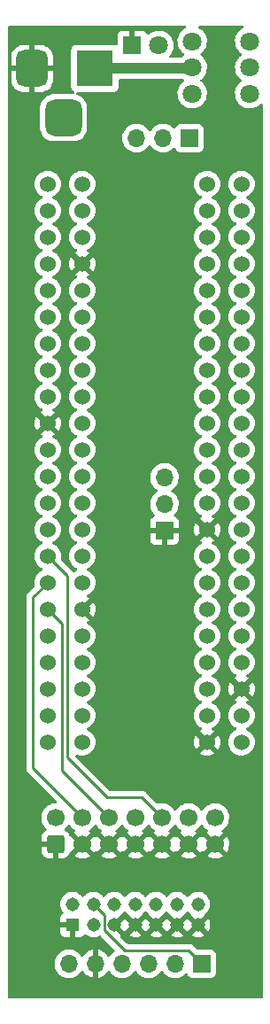
<source format=gbr>
%TF.GenerationSoftware,KiCad,Pcbnew,(6.0.8)*%
%TF.CreationDate,2023-01-14T12:08:14-06:00*%
%TF.ProjectId,xilinix-programming-adapter,78696c69-6e69-4782-9d70-726f6772616d,rev?*%
%TF.SameCoordinates,Original*%
%TF.FileFunction,Copper,L2,Bot*%
%TF.FilePolarity,Positive*%
%FSLAX46Y46*%
G04 Gerber Fmt 4.6, Leading zero omitted, Abs format (unit mm)*
G04 Created by KiCad (PCBNEW (6.0.8)) date 2023-01-14 12:08:14*
%MOMM*%
%LPD*%
G01*
G04 APERTURE LIST*
G04 Aperture macros list*
%AMRoundRect*
0 Rectangle with rounded corners*
0 $1 Rounding radius*
0 $2 $3 $4 $5 $6 $7 $8 $9 X,Y pos of 4 corners*
0 Add a 4 corners polygon primitive as box body*
4,1,4,$2,$3,$4,$5,$6,$7,$8,$9,$2,$3,0*
0 Add four circle primitives for the rounded corners*
1,1,$1+$1,$2,$3*
1,1,$1+$1,$4,$5*
1,1,$1+$1,$6,$7*
1,1,$1+$1,$8,$9*
0 Add four rect primitives between the rounded corners*
20,1,$1+$1,$2,$3,$4,$5,0*
20,1,$1+$1,$4,$5,$6,$7,0*
20,1,$1+$1,$6,$7,$8,$9,0*
20,1,$1+$1,$8,$9,$2,$3,0*%
G04 Aperture macros list end*
%TA.AperFunction,ComponentPad*%
%ADD10R,3.500000X3.500000*%
%TD*%
%TA.AperFunction,ComponentPad*%
%ADD11RoundRect,0.750000X-0.750000X-1.000000X0.750000X-1.000000X0.750000X1.000000X-0.750000X1.000000X0*%
%TD*%
%TA.AperFunction,ComponentPad*%
%ADD12RoundRect,0.875000X-0.875000X-0.875000X0.875000X-0.875000X0.875000X0.875000X-0.875000X0.875000X0*%
%TD*%
%TA.AperFunction,ComponentPad*%
%ADD13R,1.700000X1.700000*%
%TD*%
%TA.AperFunction,ComponentPad*%
%ADD14O,1.700000X1.700000*%
%TD*%
%TA.AperFunction,ComponentPad*%
%ADD15C,1.800000*%
%TD*%
%TA.AperFunction,ComponentPad*%
%ADD16R,1.800000X1.800000*%
%TD*%
%TA.AperFunction,ComponentPad*%
%ADD17R,1.308000X1.308000*%
%TD*%
%TA.AperFunction,ComponentPad*%
%ADD18C,1.308000*%
%TD*%
%TA.AperFunction,ComponentPad*%
%ADD19RoundRect,0.250000X0.600000X-0.600000X0.600000X0.600000X-0.600000X0.600000X-0.600000X-0.600000X0*%
%TD*%
%TA.AperFunction,ComponentPad*%
%ADD20C,1.700000*%
%TD*%
%TA.AperFunction,ComponentPad*%
%ADD21C,1.524000*%
%TD*%
%TA.AperFunction,ViaPad*%
%ADD22C,0.800000*%
%TD*%
%TA.AperFunction,Conductor*%
%ADD23C,1.000000*%
%TD*%
%TA.AperFunction,Conductor*%
%ADD24C,0.250000*%
%TD*%
G04 APERTURE END LIST*
D10*
%TO.P,J1,1*%
%TO.N,Net-(J1-Pad1)*%
X133299200Y-60477400D03*
D11*
%TO.P,J1,2*%
%TO.N,GND*%
X127299200Y-60477400D03*
D12*
%TO.P,J1,3*%
%TO.N,N/C*%
X130299200Y-65177400D03*
%TD*%
D13*
%TO.P,JP1,1,A*%
%TO.N,Net-(C1-Pad1)*%
X142352000Y-67132200D03*
D14*
%TO.P,JP1,2,C*%
%TO.N,Net-(JP1-Pad2)*%
X139812000Y-67132200D03*
%TO.P,JP1,3,B*%
%TO.N,+3.3V*%
X137272000Y-67132200D03*
%TD*%
D13*
%TO.P,VCCIO,1,A*%
%TO.N,GND*%
X139954000Y-104648000D03*
D14*
%TO.P,VCCIO,2,C*%
%TO.N,/VCCIO*%
X139954000Y-102108000D03*
%TO.P,VCCIO,3,B*%
%TO.N,+3.3V*%
X139954000Y-99568000D03*
%TD*%
D15*
%TO.P,SW1,1,A*%
%TO.N,unconnected-(SW1-Pad1)*%
X142614200Y-57875800D03*
%TO.P,SW1,2,B*%
%TO.N,Net-(J1-Pad1)*%
X142614200Y-60375800D03*
%TO.P,SW1,3,C*%
%TO.N,Net-(JP1-Pad2)*%
X142614200Y-62875800D03*
%TO.P,SW1,4*%
%TO.N,N/C*%
X148114200Y-57875800D03*
%TO.P,SW1,5*%
X148114200Y-60375800D03*
%TO.P,SW1,6*%
X148114200Y-62875800D03*
%TD*%
D16*
%TO.P,D1,1,K*%
%TO.N,GND*%
X136880600Y-58267600D03*
D15*
%TO.P,D1,2,A*%
%TO.N,Net-(D1-Pad2)*%
X139420600Y-58267600D03*
%TD*%
D17*
%TO.P,J4,1,Pin_1*%
%TO.N,GND*%
X131160000Y-142351000D03*
D18*
%TO.P,J4,2,Pin_2*%
%TO.N,+3.3V*%
X131160000Y-140351000D03*
%TO.P,J4,3,Pin_3*%
%TO.N,GND*%
X133160000Y-142351000D03*
%TO.P,J4,4,Pin_4*%
%TO.N,/TMS*%
X133160000Y-140351000D03*
%TO.P,J4,5,Pin_5*%
%TO.N,GND*%
X135160000Y-142351000D03*
%TO.P,J4,6,Pin_6*%
%TO.N,/TCK*%
X135160000Y-140351000D03*
%TO.P,J4,7,Pin_7*%
%TO.N,GND*%
X137160000Y-142351000D03*
%TO.P,J4,8,Pin_8*%
%TO.N,/TDO*%
X137160000Y-140351000D03*
%TO.P,J4,9,Pin_9*%
%TO.N,GND*%
X139160000Y-142351000D03*
%TO.P,J4,10,Pin_10*%
%TO.N,/TDI*%
X139160000Y-140351000D03*
%TO.P,J4,11,Pin_11*%
%TO.N,GND*%
X141160000Y-142351000D03*
%TO.P,J4,12,Pin_12*%
%TO.N,unconnected-(J4-Pad12)*%
X141160000Y-140351000D03*
%TO.P,J4,13,Pin_13*%
%TO.N,GND*%
X143160000Y-142351000D03*
%TO.P,J4,14,Pin_14*%
%TO.N,unconnected-(J4-Pad14)*%
X143160000Y-140351000D03*
%TD*%
D19*
%TO.P,J2,1,Pin_1*%
%TO.N,GND*%
X129540000Y-134620000D03*
D20*
%TO.P,J2,2,Pin_2*%
%TO.N,+3.3V*%
X129540000Y-132080000D03*
%TO.P,J2,3,Pin_3*%
%TO.N,GND*%
X132080000Y-134620000D03*
%TO.P,J2,4,Pin_4*%
%TO.N,/TMS*%
X132080000Y-132080000D03*
%TO.P,J2,5,Pin_5*%
%TO.N,GND*%
X134620000Y-134620000D03*
%TO.P,J2,6,Pin_6*%
%TO.N,/TCK*%
X134620000Y-132080000D03*
%TO.P,J2,7,Pin_7*%
%TO.N,GND*%
X137160000Y-134620000D03*
%TO.P,J2,8,Pin_8*%
%TO.N,/TDO*%
X137160000Y-132080000D03*
%TO.P,J2,9,Pin_9*%
%TO.N,GND*%
X139700000Y-134620000D03*
%TO.P,J2,10,Pin_10*%
%TO.N,/TDI*%
X139700000Y-132080000D03*
%TO.P,J2,11,Pin_11*%
%TO.N,GND*%
X142240000Y-134620000D03*
%TO.P,J2,12,Pin_12*%
%TO.N,unconnected-(J2-Pad12)*%
X142240000Y-132080000D03*
%TO.P,J2,13,Pin_13*%
%TO.N,GND*%
X144780000Y-134620000D03*
%TO.P,J2,14,Pin_14*%
%TO.N,unconnected-(J2-Pad14)*%
X144780000Y-132080000D03*
%TD*%
D13*
%TO.P,J3,1,Pin_1*%
%TO.N,/TMS*%
X143510000Y-146050000D03*
D14*
%TO.P,J3,2,Pin_2*%
%TO.N,/TDI*%
X140970000Y-146050000D03*
%TO.P,J3,3,Pin_3*%
%TO.N,/TDO*%
X138430000Y-146050000D03*
%TO.P,J3,4,Pin_4*%
%TO.N,/TCK*%
X135890000Y-146050000D03*
%TO.P,J3,5,Pin_5*%
%TO.N,GND*%
X133350000Y-146050000D03*
%TO.P,J3,6,Pin_6*%
%TO.N,+3.3V*%
X130810000Y-146050000D03*
%TD*%
D21*
%TO.P,U2,1,IO1-2*%
%TO.N,unconnected-(U2-Pad1)*%
X128785000Y-71525000D03*
%TO.P,U2,2,IO1-5*%
%TO.N,unconnected-(U2-Pad2)*%
X128785000Y-74065000D03*
%TO.P,U2,3,IO1-6*%
%TO.N,unconnected-(U2-Pad3)*%
X128785000Y-76605000D03*
%TO.P,U2,4,IO1-8*%
%TO.N,unconnected-(U2-Pad4)*%
X128785000Y-79145000D03*
%TO.P,U2,5,IO1-9/GCK1*%
%TO.N,unconnected-(U2-Pad5)*%
X128785000Y-81685000D03*
%TO.P,U2,6,IO1-11/GCK2*%
%TO.N,unconnected-(U2-Pad6)*%
X128785000Y-84225000D03*
%TO.P,U2,7,IO1-14/GCK3*%
%TO.N,unconnected-(U2-Pad7)*%
X128785000Y-86765000D03*
%TO.P,U2,8,IO1-15*%
%TO.N,unconnected-(U2-Pad8)*%
X128785000Y-89305000D03*
%TO.P,U2,9,IO1-17*%
%TO.N,unconnected-(U2-Pad9)*%
X128785000Y-91845000D03*
%TO.P,U2,10,GND*%
%TO.N,GND*%
X128785000Y-94385000D03*
%TO.P,U2,11,IO3-2*%
%TO.N,unconnected-(U2-Pad11)*%
X128785000Y-96925000D03*
%TO.P,U2,12,IO3-5*%
%TO.N,unconnected-(U2-Pad12)*%
X128785000Y-99465000D03*
%TO.P,U2,13,IO3-8*%
%TO.N,unconnected-(U2-Pad13)*%
X128785000Y-102005000D03*
%TO.P,U2,14,IO3-9*%
%TO.N,unconnected-(U2-Pad14)*%
X128785000Y-104545000D03*
%TO.P,U2,15,TDI*%
%TO.N,/TDI*%
X128785000Y-107085000D03*
%TO.P,U2,16,TMS*%
%TO.N,/TMS*%
X128785000Y-109625000D03*
%TO.P,U2,17,TCK*%
%TO.N,/TCK*%
X128785000Y-112165000D03*
%TO.P,U2,18,IO3-11*%
%TO.N,unconnected-(U2-Pad18)*%
X128785000Y-114705000D03*
%TO.P,U2,19,IO3-14*%
%TO.N,unconnected-(U2-Pad19)*%
X128785000Y-117245000D03*
%TO.P,U2,20,IO3-15*%
%TO.N,unconnected-(U2-Pad20)*%
X128785000Y-119785000D03*
%TO.P,U2,21,VCCINT*%
%TO.N,+3.3V*%
X128785000Y-122325000D03*
%TO.P,U2,22,IO3-17*%
%TO.N,unconnected-(U2-Pad22)*%
X128785000Y-124865000D03*
%TO.P,U2,23,GND*%
%TO.N,GND*%
X144025000Y-124865000D03*
%TO.P,U2,24,IO3-16*%
%TO.N,unconnected-(U2-Pad24)*%
X144025000Y-122325000D03*
%TO.P,U2,25,IO4-2*%
%TO.N,unconnected-(U2-Pad25)*%
X144025000Y-119785000D03*
%TO.P,U2,26,IO4-5*%
%TO.N,unconnected-(U2-Pad26)*%
X144025000Y-117245000D03*
%TO.P,U2,27,IO4-8*%
%TO.N,unconnected-(U2-Pad27)*%
X144025000Y-114705000D03*
%TO.P,U2,28,IO4-11*%
%TO.N,unconnected-(U2-Pad28)*%
X144025000Y-112165000D03*
%TO.P,U2,29,IO4-14*%
%TO.N,unconnected-(U2-Pad29)*%
X144025000Y-109625000D03*
%TO.P,U2,30,TDO*%
%TO.N,/TDO*%
X144025000Y-107085000D03*
%TO.P,U2,31,GND*%
%TO.N,GND*%
X144025000Y-104545000D03*
%TO.P,U2,32,VCCIO*%
%TO.N,/VCCIO*%
X144025000Y-102005000D03*
%TO.P,U2,33,IO4-15*%
%TO.N,unconnected-(U2-Pad33)*%
X144025000Y-99465000D03*
%TO.P,U2,34,IO4-17*%
%TO.N,unconnected-(U2-Pad34)*%
X144025000Y-96925000D03*
%TO.P,U2,35,IO2-2*%
%TO.N,unconnected-(U2-Pad35)*%
X144025000Y-94385000D03*
%TO.P,U2,36,IO2-5*%
%TO.N,unconnected-(U2-Pad36)*%
X144025000Y-91845000D03*
%TO.P,U2,37,IO2-6*%
%TO.N,unconnected-(U2-Pad37)*%
X144025000Y-89305000D03*
%TO.P,U2,38,IO2-8*%
%TO.N,unconnected-(U2-Pad38)*%
X144025000Y-86765000D03*
%TO.P,U2,39,IO2-9/GSR*%
%TO.N,unconnected-(U2-Pad39)*%
X144025000Y-84225000D03*
%TO.P,U2,40,IO2-11/GTS2*%
%TO.N,unconnected-(U2-Pad40)*%
X144025000Y-81685000D03*
%TO.P,U2,41,VCCINT*%
%TO.N,+3.3V*%
X144025000Y-79145000D03*
%TO.P,U2,42,IO2-14/GTS1*%
%TO.N,unconnected-(U2-Pad42)*%
X144025000Y-76605000D03*
%TO.P,U2,43,IO2-15*%
%TO.N,unconnected-(U2-Pad43)*%
X144025000Y-74065000D03*
%TO.P,U2,44,IO2-17*%
%TO.N,unconnected-(U2-Pad44)*%
X144025000Y-71525000D03*
%TD*%
%TO.P,U1,1,IO1-14/GCK3*%
%TO.N,unconnected-(U1-Pad1)*%
X132080000Y-71525000D03*
%TO.P,U1,2,IO1-15*%
%TO.N,unconnected-(U1-Pad2)*%
X132080000Y-74065000D03*
%TO.P,U1,3,IO1-17*%
%TO.N,unconnected-(U1-Pad3)*%
X132080000Y-76605000D03*
%TO.P,U1,4,GND*%
%TO.N,GND*%
X132080000Y-79145000D03*
%TO.P,U1,5,IO3-2*%
%TO.N,unconnected-(U1-Pad5)*%
X132080000Y-81685000D03*
%TO.P,U1,6,IO3-5*%
%TO.N,unconnected-(U1-Pad6)*%
X132080000Y-84225000D03*
%TO.P,U1,7,IO3-8*%
%TO.N,unconnected-(U1-Pad7)*%
X132080000Y-86765000D03*
%TO.P,U1,8,IO3-9*%
%TO.N,unconnected-(U1-Pad8)*%
X132080000Y-89305000D03*
%TO.P,U1,9,TDI*%
%TO.N,/TDI*%
X132080000Y-91845000D03*
%TO.P,U1,10,TMS*%
%TO.N,/TMS*%
X132080000Y-94385000D03*
%TO.P,U1,11,TCK*%
%TO.N,/TCK*%
X132080000Y-96925000D03*
%TO.P,U1,12,IO3-11*%
%TO.N,unconnected-(U1-Pad12)*%
X132080000Y-99465000D03*
%TO.P,U1,13,IO3-14*%
%TO.N,unconnected-(U1-Pad13)*%
X132080000Y-102005000D03*
%TO.P,U1,14,IO3-15*%
%TO.N,unconnected-(U1-Pad14)*%
X132080000Y-104545000D03*
%TO.P,U1,15,VCCINT*%
%TO.N,+3.3V*%
X132080000Y-107085000D03*
%TO.P,U1,16,IO3-17*%
%TO.N,unconnected-(U1-Pad16)*%
X132080000Y-109625000D03*
%TO.P,U1,17,GND*%
%TO.N,GND*%
X132080000Y-112165000D03*
%TO.P,U1,18,IO3-16*%
%TO.N,unconnected-(U1-Pad18)*%
X132080000Y-114705000D03*
%TO.P,U1,19,IO4-2*%
%TO.N,unconnected-(U1-Pad19)*%
X132080000Y-117245000D03*
%TO.P,U1,20,IO4-5*%
%TO.N,unconnected-(U1-Pad20)*%
X132080000Y-119785000D03*
%TO.P,U1,21,IO4-8*%
%TO.N,unconnected-(U1-Pad21)*%
X132080000Y-122325000D03*
%TO.P,U1,22,IO4-11*%
%TO.N,unconnected-(U1-Pad22)*%
X132080000Y-124865000D03*
%TO.P,U1,23,IO4-14*%
%TO.N,unconnected-(U1-Pad23)*%
X147320000Y-124865000D03*
%TO.P,U1,24,TDO*%
%TO.N,/TDO*%
X147320000Y-122325000D03*
%TO.P,U1,25,GND*%
%TO.N,GND*%
X147320000Y-119785000D03*
%TO.P,U1,26,VCCIO*%
%TO.N,/VCCIO*%
X147320000Y-117245000D03*
%TO.P,U1,27,IO4-15*%
%TO.N,unconnected-(U1-Pad27)*%
X147320000Y-114705000D03*
%TO.P,U1,28,IO4-17*%
%TO.N,unconnected-(U1-Pad28)*%
X147320000Y-112165000D03*
%TO.P,U1,29,IO2-2*%
%TO.N,unconnected-(U1-Pad29)*%
X147320000Y-109625000D03*
%TO.P,U1,30,IO2-5*%
%TO.N,unconnected-(U1-Pad30)*%
X147320000Y-107085000D03*
%TO.P,U1,31,IO2-6*%
%TO.N,unconnected-(U1-Pad31)*%
X147320000Y-104545000D03*
%TO.P,U1,32,IO2-8*%
%TO.N,unconnected-(U1-Pad32)*%
X147320000Y-102005000D03*
%TO.P,U1,33,IO2-9/GSR*%
%TO.N,unconnected-(U1-Pad33)*%
X147320000Y-99465000D03*
%TO.P,U1,34,IO2-11/GTS2*%
%TO.N,unconnected-(U1-Pad34)*%
X147320000Y-96925000D03*
%TO.P,U1,35,VCCINT*%
%TO.N,+3.3V*%
X147320000Y-94385000D03*
%TO.P,U1,36,IO2-14/GTS1*%
%TO.N,unconnected-(U1-Pad36)*%
X147320000Y-91845000D03*
%TO.P,U1,37,IO2-15*%
%TO.N,unconnected-(U1-Pad37)*%
X147320000Y-89305000D03*
%TO.P,U1,38,IO2-17*%
%TO.N,unconnected-(U1-Pad38)*%
X147320000Y-86765000D03*
%TO.P,U1,39,IO1-2*%
%TO.N,unconnected-(U1-Pad39)*%
X147320000Y-84225000D03*
%TO.P,U1,40,IO1-5*%
%TO.N,unconnected-(U1-Pad40)*%
X147320000Y-81685000D03*
%TO.P,U1,41,IO1-6*%
%TO.N,unconnected-(U1-Pad41)*%
X147320000Y-79145000D03*
%TO.P,U1,42,IO1-8*%
%TO.N,unconnected-(U1-Pad42)*%
X147320000Y-76605000D03*
%TO.P,U1,43,IO1-9/GCK1*%
%TO.N,unconnected-(U1-Pad43)*%
X147320000Y-74065000D03*
%TO.P,U1,44,IO1-11/GCK2*%
%TO.N,unconnected-(U1-Pad44)*%
X147320000Y-71525000D03*
%TD*%
D22*
%TO.N,GND*%
X140081000Y-88265000D03*
X141478000Y-91567000D03*
X137668000Y-88138000D03*
X140462000Y-95504000D03*
%TD*%
D23*
%TO.N,Net-(J1-Pad1)*%
X142512600Y-60477400D02*
X142614200Y-60375800D01*
X133299200Y-60477400D02*
X142512600Y-60477400D01*
D24*
%TO.N,/TMS*%
X128785000Y-109625000D02*
X127381000Y-111029000D01*
X134181000Y-142817000D02*
X136144000Y-144780000D01*
X142240000Y-144780000D02*
X143510000Y-146050000D01*
X133160000Y-140351000D02*
X134181000Y-141372000D01*
X127381000Y-127381000D02*
X132080000Y-132080000D01*
X134181000Y-141372000D02*
X134181000Y-142817000D01*
X127381000Y-111029000D02*
X127381000Y-127381000D01*
X136144000Y-144780000D02*
X142240000Y-144780000D01*
%TO.N,/TCK*%
X130175000Y-113555000D02*
X128785000Y-112165000D01*
X130175000Y-127635000D02*
X130175000Y-113555000D01*
X134620000Y-132080000D02*
X130175000Y-127635000D01*
%TO.N,/TDI*%
X128785000Y-107085000D02*
X130683000Y-108983000D01*
X139700000Y-132080000D02*
X137795000Y-130175000D01*
X130683000Y-126365000D02*
X134493000Y-130175000D01*
X130683000Y-108983000D02*
X130683000Y-126365000D01*
X137795000Y-130175000D02*
X134493000Y-130175000D01*
%TD*%
%TA.AperFunction,Conductor*%
%TO.N,GND*%
G36*
X141973957Y-56408502D02*
G01*
X142020450Y-56462158D01*
X142030554Y-56532432D01*
X142001060Y-56597012D01*
X141964016Y-56626263D01*
X141861072Y-56679852D01*
X141856939Y-56682955D01*
X141856936Y-56682957D01*
X141831825Y-56701811D01*
X141675855Y-56818917D01*
X141636625Y-56859969D01*
X141538072Y-56963099D01*
X141515839Y-56986364D01*
X141512925Y-56990636D01*
X141512924Y-56990637D01*
X141498436Y-57011876D01*
X141385319Y-57177699D01*
X141287802Y-57387781D01*
X141225907Y-57610969D01*
X141201295Y-57841269D01*
X141201592Y-57846422D01*
X141201592Y-57846425D01*
X141207267Y-57944841D01*
X141214627Y-58072497D01*
X141215764Y-58077543D01*
X141215765Y-58077549D01*
X141247620Y-58218900D01*
X141265546Y-58298442D01*
X141267488Y-58303224D01*
X141267489Y-58303228D01*
X141336633Y-58473509D01*
X141352684Y-58513037D01*
X141473701Y-58710519D01*
X141625347Y-58885584D01*
X141757762Y-58995517D01*
X141800662Y-59031133D01*
X141840297Y-59090035D01*
X141841795Y-59161016D01*
X141804681Y-59221539D01*
X141795830Y-59228837D01*
X141731172Y-59277384D01*
X141675855Y-59318917D01*
X141574165Y-59425330D01*
X141569749Y-59429951D01*
X141508225Y-59465381D01*
X141478655Y-59468900D01*
X140515554Y-59468900D01*
X140447433Y-59448898D01*
X140400940Y-59395242D01*
X140390836Y-59324968D01*
X140420330Y-59260388D01*
X140426614Y-59253649D01*
X140456829Y-59223540D01*
X140496903Y-59183605D01*
X140632058Y-58995517D01*
X140651938Y-58955294D01*
X140732384Y-58792522D01*
X140732385Y-58792520D01*
X140734678Y-58787880D01*
X140802008Y-58566271D01*
X140832240Y-58336641D01*
X140832322Y-58333291D01*
X140833845Y-58270965D01*
X140833845Y-58270961D01*
X140833927Y-58267600D01*
X140817462Y-58067329D01*
X140815373Y-58041918D01*
X140815372Y-58041912D01*
X140814949Y-58036767D01*
X140767139Y-57846425D01*
X140759784Y-57817144D01*
X140759783Y-57817140D01*
X140758525Y-57812133D01*
X140685839Y-57644967D01*
X140668230Y-57604468D01*
X140668228Y-57604465D01*
X140666170Y-57599731D01*
X140540364Y-57405265D01*
X140520197Y-57383101D01*
X140459243Y-57316114D01*
X140384487Y-57233958D01*
X140380436Y-57230759D01*
X140380432Y-57230755D01*
X140206777Y-57093611D01*
X140206772Y-57093608D01*
X140202723Y-57090410D01*
X140198207Y-57087917D01*
X140198204Y-57087915D01*
X140004479Y-56980973D01*
X140004475Y-56980971D01*
X139999955Y-56978476D01*
X139995086Y-56976752D01*
X139995082Y-56976750D01*
X139786503Y-56902888D01*
X139786499Y-56902887D01*
X139781628Y-56901162D01*
X139776535Y-56900255D01*
X139776532Y-56900254D01*
X139558695Y-56861451D01*
X139558689Y-56861450D01*
X139553606Y-56860545D01*
X139476244Y-56859600D01*
X139327181Y-56857779D01*
X139327179Y-56857779D01*
X139322011Y-56857716D01*
X139093064Y-56892750D01*
X138872914Y-56964706D01*
X138868326Y-56967094D01*
X138868322Y-56967096D01*
X138672061Y-57069263D01*
X138667472Y-57071652D01*
X138663339Y-57074755D01*
X138663336Y-57074757D01*
X138491743Y-57203593D01*
X138482255Y-57210717D01*
X138478683Y-57214455D01*
X138464387Y-57229415D01*
X138402863Y-57264845D01*
X138331951Y-57261388D01*
X138274164Y-57220143D01*
X138255311Y-57186594D01*
X138233924Y-57129546D01*
X138225386Y-57113951D01*
X138148885Y-57011876D01*
X138136324Y-56999315D01*
X138034249Y-56922814D01*
X138018654Y-56914276D01*
X137898206Y-56869122D01*
X137882951Y-56865495D01*
X137832086Y-56859969D01*
X137825272Y-56859600D01*
X137152715Y-56859600D01*
X137137476Y-56864075D01*
X137136271Y-56865465D01*
X137134600Y-56873148D01*
X137134600Y-58395600D01*
X137114598Y-58463721D01*
X137060942Y-58510214D01*
X137008600Y-58521600D01*
X136752600Y-58521600D01*
X136684479Y-58501598D01*
X136637986Y-58447942D01*
X136626600Y-58395600D01*
X136626600Y-56877716D01*
X136622125Y-56862477D01*
X136620735Y-56861272D01*
X136613052Y-56859601D01*
X135935931Y-56859601D01*
X135929110Y-56859971D01*
X135878248Y-56865495D01*
X135862996Y-56869121D01*
X135742546Y-56914276D01*
X135726951Y-56922814D01*
X135624876Y-56999315D01*
X135612315Y-57011876D01*
X135535814Y-57113951D01*
X135527276Y-57129546D01*
X135482122Y-57249994D01*
X135478495Y-57265249D01*
X135472969Y-57316114D01*
X135472600Y-57322928D01*
X135472601Y-58162343D01*
X135452599Y-58230464D01*
X135398943Y-58276957D01*
X135328669Y-58287061D01*
X135296121Y-58276208D01*
X135295905Y-58276785D01*
X135159516Y-58225655D01*
X135097334Y-58218900D01*
X131501066Y-58218900D01*
X131438884Y-58225655D01*
X131302495Y-58276785D01*
X131185939Y-58364139D01*
X131098585Y-58480695D01*
X131047455Y-58617084D01*
X131040700Y-58679266D01*
X131040700Y-62275534D01*
X131047455Y-62337716D01*
X131098585Y-62474105D01*
X131185939Y-62590661D01*
X131302495Y-62678015D01*
X131310896Y-62681164D01*
X131313118Y-62682381D01*
X131363264Y-62732640D01*
X131378277Y-62802031D01*
X131353391Y-62868523D01*
X131296507Y-62911005D01*
X131252608Y-62918900D01*
X129331836Y-62918900D01*
X129330163Y-62918991D01*
X129330148Y-62918991D01*
X129279973Y-62921709D01*
X129274243Y-62922019D01*
X129269957Y-62922856D01*
X129198104Y-62936888D01*
X129043807Y-62967020D01*
X128824248Y-63050204D01*
X128621844Y-63169191D01*
X128442381Y-63320581D01*
X128290991Y-63500044D01*
X128172004Y-63702448D01*
X128088820Y-63922007D01*
X128087798Y-63927239D01*
X128087798Y-63927240D01*
X128067041Y-64033530D01*
X128043819Y-64152443D01*
X128043583Y-64156801D01*
X128041694Y-64191686D01*
X128040700Y-64210036D01*
X128040700Y-66144764D01*
X128043819Y-66202357D01*
X128044656Y-66206643D01*
X128062235Y-66296657D01*
X128088820Y-66432793D01*
X128172004Y-66652352D01*
X128290991Y-66854756D01*
X128442381Y-67034219D01*
X128621844Y-67185609D01*
X128824248Y-67304596D01*
X129043807Y-67387780D01*
X129274243Y-67432781D01*
X129278601Y-67433017D01*
X129330148Y-67435809D01*
X129330163Y-67435809D01*
X129331836Y-67435900D01*
X131266564Y-67435900D01*
X131268237Y-67435809D01*
X131268252Y-67435809D01*
X131319799Y-67433017D01*
X131324157Y-67432781D01*
X131554593Y-67387780D01*
X131774152Y-67304596D01*
X131976556Y-67185609D01*
X132079350Y-67098895D01*
X135909251Y-67098895D01*
X135922110Y-67321915D01*
X135923247Y-67326961D01*
X135923248Y-67326967D01*
X135937184Y-67388802D01*
X135971222Y-67539839D01*
X136055266Y-67746816D01*
X136092685Y-67807878D01*
X136169291Y-67932888D01*
X136171987Y-67937288D01*
X136318250Y-68106138D01*
X136490126Y-68248832D01*
X136683000Y-68361538D01*
X136891692Y-68441230D01*
X136896760Y-68442261D01*
X136896763Y-68442262D01*
X137004017Y-68464083D01*
X137110597Y-68485767D01*
X137115772Y-68485957D01*
X137115774Y-68485957D01*
X137328673Y-68493764D01*
X137328677Y-68493764D01*
X137333837Y-68493953D01*
X137338957Y-68493297D01*
X137338959Y-68493297D01*
X137550288Y-68466225D01*
X137550289Y-68466225D01*
X137555416Y-68465568D01*
X137560366Y-68464083D01*
X137764429Y-68402861D01*
X137764434Y-68402859D01*
X137769384Y-68401374D01*
X137969994Y-68303096D01*
X138151860Y-68173373D01*
X138310096Y-68015689D01*
X138369594Y-67932889D01*
X138440453Y-67834277D01*
X138441776Y-67835228D01*
X138488645Y-67792057D01*
X138558580Y-67779825D01*
X138624026Y-67807344D01*
X138651875Y-67839194D01*
X138711987Y-67937288D01*
X138858250Y-68106138D01*
X139030126Y-68248832D01*
X139223000Y-68361538D01*
X139431692Y-68441230D01*
X139436760Y-68442261D01*
X139436763Y-68442262D01*
X139544017Y-68464083D01*
X139650597Y-68485767D01*
X139655772Y-68485957D01*
X139655774Y-68485957D01*
X139868673Y-68493764D01*
X139868677Y-68493764D01*
X139873837Y-68493953D01*
X139878957Y-68493297D01*
X139878959Y-68493297D01*
X140090288Y-68466225D01*
X140090289Y-68466225D01*
X140095416Y-68465568D01*
X140100366Y-68464083D01*
X140304429Y-68402861D01*
X140304434Y-68402859D01*
X140309384Y-68401374D01*
X140509994Y-68303096D01*
X140691860Y-68173373D01*
X140800091Y-68065519D01*
X140862462Y-68031604D01*
X140933268Y-68036792D01*
X140990030Y-68079438D01*
X141007012Y-68110541D01*
X141051385Y-68228905D01*
X141138739Y-68345461D01*
X141255295Y-68432815D01*
X141391684Y-68483945D01*
X141453866Y-68490700D01*
X143250134Y-68490700D01*
X143312316Y-68483945D01*
X143448705Y-68432815D01*
X143565261Y-68345461D01*
X143652615Y-68228905D01*
X143703745Y-68092516D01*
X143710500Y-68030334D01*
X143710500Y-66234066D01*
X143703745Y-66171884D01*
X143652615Y-66035495D01*
X143565261Y-65918939D01*
X143448705Y-65831585D01*
X143312316Y-65780455D01*
X143250134Y-65773700D01*
X141453866Y-65773700D01*
X141391684Y-65780455D01*
X141255295Y-65831585D01*
X141138739Y-65918939D01*
X141051385Y-66035495D01*
X141048233Y-66043903D01*
X141006919Y-66154107D01*
X140964277Y-66210871D01*
X140897716Y-66235571D01*
X140828367Y-66220363D01*
X140795743Y-66194676D01*
X140745151Y-66139075D01*
X140745142Y-66139066D01*
X140741670Y-66135251D01*
X140737619Y-66132052D01*
X140737615Y-66132048D01*
X140570414Y-66000000D01*
X140570410Y-65999998D01*
X140566359Y-65996798D01*
X140370789Y-65888838D01*
X140365920Y-65887114D01*
X140365916Y-65887112D01*
X140165087Y-65815995D01*
X140165083Y-65815994D01*
X140160212Y-65814269D01*
X140155119Y-65813362D01*
X140155116Y-65813361D01*
X139945373Y-65776000D01*
X139945367Y-65775999D01*
X139940284Y-65775094D01*
X139866452Y-65774192D01*
X139722081Y-65772428D01*
X139722079Y-65772428D01*
X139716911Y-65772365D01*
X139496091Y-65806155D01*
X139283756Y-65875557D01*
X139085607Y-65978707D01*
X139081474Y-65981810D01*
X139081471Y-65981812D01*
X138911100Y-66109730D01*
X138906965Y-66112835D01*
X138878075Y-66143067D01*
X138813280Y-66210871D01*
X138752629Y-66274338D01*
X138645201Y-66431821D01*
X138590293Y-66476821D01*
X138519768Y-66484992D01*
X138456021Y-66453738D01*
X138435324Y-66429254D01*
X138354822Y-66304817D01*
X138354820Y-66304814D01*
X138352014Y-66300477D01*
X138201670Y-66135251D01*
X138197619Y-66132052D01*
X138197615Y-66132048D01*
X138030414Y-66000000D01*
X138030410Y-65999998D01*
X138026359Y-65996798D01*
X137830789Y-65888838D01*
X137825920Y-65887114D01*
X137825916Y-65887112D01*
X137625087Y-65815995D01*
X137625083Y-65815994D01*
X137620212Y-65814269D01*
X137615119Y-65813362D01*
X137615116Y-65813361D01*
X137405373Y-65776000D01*
X137405367Y-65775999D01*
X137400284Y-65775094D01*
X137326452Y-65774192D01*
X137182081Y-65772428D01*
X137182079Y-65772428D01*
X137176911Y-65772365D01*
X136956091Y-65806155D01*
X136743756Y-65875557D01*
X136545607Y-65978707D01*
X136541474Y-65981810D01*
X136541471Y-65981812D01*
X136371100Y-66109730D01*
X136366965Y-66112835D01*
X136338075Y-66143067D01*
X136273280Y-66210871D01*
X136212629Y-66274338D01*
X136086743Y-66458880D01*
X136039715Y-66560193D01*
X135996937Y-66652352D01*
X135992688Y-66661505D01*
X135932989Y-66876770D01*
X135909251Y-67098895D01*
X132079350Y-67098895D01*
X132156019Y-67034219D01*
X132307409Y-66854756D01*
X132426396Y-66652352D01*
X132509580Y-66432793D01*
X132536166Y-66296657D01*
X132553744Y-66206643D01*
X132554581Y-66202357D01*
X132557700Y-66144764D01*
X132557700Y-64210036D01*
X132556707Y-64191686D01*
X132554817Y-64156801D01*
X132554581Y-64152443D01*
X132531359Y-64033530D01*
X132510602Y-63927240D01*
X132510602Y-63927239D01*
X132509580Y-63922007D01*
X132426396Y-63702448D01*
X132307409Y-63500044D01*
X132156019Y-63320581D01*
X131976556Y-63169191D01*
X131774152Y-63050204D01*
X131588132Y-62979727D01*
X131531517Y-62936888D01*
X131507049Y-62870240D01*
X131522498Y-62800945D01*
X131572959Y-62751002D01*
X131632773Y-62735900D01*
X135097334Y-62735900D01*
X135159516Y-62729145D01*
X135295905Y-62678015D01*
X135412461Y-62590661D01*
X135499815Y-62474105D01*
X135550945Y-62337716D01*
X135557700Y-62275534D01*
X135557700Y-61611900D01*
X135577702Y-61543779D01*
X135631358Y-61497286D01*
X135683700Y-61485900D01*
X141700691Y-61485900D01*
X141768812Y-61505902D01*
X141781174Y-61514954D01*
X141800661Y-61531132D01*
X141840296Y-61590033D01*
X141841796Y-61661014D01*
X141804682Y-61721538D01*
X141795830Y-61728837D01*
X141675855Y-61818917D01*
X141515839Y-61986364D01*
X141512925Y-61990636D01*
X141512924Y-61990637D01*
X141497352Y-62013465D01*
X141385319Y-62177699D01*
X141287802Y-62387781D01*
X141225907Y-62610969D01*
X141201295Y-62841269D01*
X141201592Y-62846422D01*
X141201592Y-62846425D01*
X141208545Y-62967020D01*
X141214627Y-63072497D01*
X141215764Y-63077543D01*
X141215765Y-63077549D01*
X141247941Y-63220323D01*
X141265546Y-63298442D01*
X141267488Y-63303224D01*
X141267489Y-63303228D01*
X141345750Y-63495961D01*
X141352684Y-63513037D01*
X141473701Y-63710519D01*
X141625347Y-63885584D01*
X141803549Y-64033530D01*
X142003522Y-64150384D01*
X142219894Y-64233009D01*
X142224960Y-64234040D01*
X142224961Y-64234040D01*
X142278046Y-64244840D01*
X142446856Y-64279185D01*
X142577524Y-64283976D01*
X142673149Y-64287483D01*
X142673153Y-64287483D01*
X142678313Y-64287672D01*
X142683433Y-64287016D01*
X142683435Y-64287016D01*
X142756470Y-64277660D01*
X142908047Y-64258242D01*
X142912995Y-64256757D01*
X142913002Y-64256756D01*
X143124947Y-64193169D01*
X143129890Y-64191686D01*
X143134524Y-64189416D01*
X143333249Y-64092062D01*
X143333252Y-64092060D01*
X143337884Y-64089791D01*
X143526443Y-63955294D01*
X143690503Y-63791805D01*
X143825658Y-63603717D01*
X143872841Y-63508250D01*
X143925984Y-63400722D01*
X143925985Y-63400720D01*
X143928278Y-63396080D01*
X143995608Y-63174471D01*
X144025840Y-62944841D01*
X144026398Y-62922019D01*
X144027445Y-62879165D01*
X144027445Y-62879161D01*
X144027527Y-62875800D01*
X144015757Y-62732640D01*
X144008973Y-62650118D01*
X144008972Y-62650112D01*
X144008549Y-62644967D01*
X143952125Y-62420333D01*
X143950066Y-62415597D01*
X143861830Y-62212668D01*
X143861828Y-62212665D01*
X143859770Y-62207931D01*
X143733964Y-62013465D01*
X143578087Y-61842158D01*
X143574036Y-61838959D01*
X143574032Y-61838955D01*
X143427890Y-61723540D01*
X143386827Y-61665623D01*
X143383595Y-61594700D01*
X143419220Y-61533289D01*
X143432813Y-61522079D01*
X143442802Y-61514954D01*
X143526443Y-61455294D01*
X143690503Y-61291805D01*
X143825658Y-61103717D01*
X143872841Y-61008250D01*
X143925984Y-60900722D01*
X143925985Y-60900720D01*
X143928278Y-60896080D01*
X143995608Y-60674471D01*
X144025840Y-60444841D01*
X144027527Y-60375800D01*
X144021232Y-60299234D01*
X144008973Y-60150118D01*
X144008972Y-60150112D01*
X144008549Y-60144967D01*
X143952125Y-59920333D01*
X143950066Y-59915597D01*
X143861830Y-59712668D01*
X143861828Y-59712665D01*
X143859770Y-59707931D01*
X143733964Y-59513465D01*
X143578087Y-59342158D01*
X143574036Y-59338959D01*
X143574032Y-59338955D01*
X143427890Y-59223540D01*
X143386827Y-59165623D01*
X143383595Y-59094700D01*
X143419220Y-59033289D01*
X143432813Y-59022079D01*
X143470052Y-58995517D01*
X143526443Y-58955294D01*
X143690503Y-58791805D01*
X143825658Y-58603717D01*
X143841721Y-58571217D01*
X143925984Y-58400722D01*
X143925985Y-58400720D01*
X143928278Y-58396080D01*
X143995608Y-58174471D01*
X144025840Y-57944841D01*
X144027527Y-57875800D01*
X144019616Y-57779581D01*
X144008973Y-57650118D01*
X144008972Y-57650112D01*
X144008549Y-57644967D01*
X143952125Y-57420333D01*
X143947462Y-57409609D01*
X143861830Y-57212668D01*
X143861828Y-57212665D01*
X143859770Y-57207931D01*
X143733964Y-57013465D01*
X143578087Y-56842158D01*
X143574036Y-56838959D01*
X143574032Y-56838955D01*
X143400377Y-56701811D01*
X143400372Y-56701808D01*
X143396323Y-56698610D01*
X143391808Y-56696117D01*
X143391795Y-56696109D01*
X143262633Y-56624808D01*
X143212663Y-56574376D01*
X143197891Y-56504933D01*
X143223007Y-56438528D01*
X143280038Y-56396243D01*
X143323527Y-56388500D01*
X147405836Y-56388500D01*
X147473957Y-56408502D01*
X147520450Y-56462158D01*
X147530554Y-56532432D01*
X147501060Y-56597012D01*
X147464016Y-56626263D01*
X147361072Y-56679852D01*
X147356939Y-56682955D01*
X147356936Y-56682957D01*
X147331825Y-56701811D01*
X147175855Y-56818917D01*
X147136625Y-56859969D01*
X147038072Y-56963099D01*
X147015839Y-56986364D01*
X147012925Y-56990636D01*
X147012924Y-56990637D01*
X146998436Y-57011876D01*
X146885319Y-57177699D01*
X146787802Y-57387781D01*
X146725907Y-57610969D01*
X146701295Y-57841269D01*
X146701592Y-57846422D01*
X146701592Y-57846425D01*
X146707267Y-57944841D01*
X146714627Y-58072497D01*
X146715764Y-58077543D01*
X146715765Y-58077549D01*
X146747620Y-58218900D01*
X146765546Y-58298442D01*
X146767488Y-58303224D01*
X146767489Y-58303228D01*
X146836633Y-58473509D01*
X146852684Y-58513037D01*
X146973701Y-58710519D01*
X147125347Y-58885584D01*
X147257762Y-58995517D01*
X147300662Y-59031133D01*
X147340297Y-59090035D01*
X147341795Y-59161016D01*
X147304681Y-59221539D01*
X147295830Y-59228837D01*
X147231172Y-59277384D01*
X147175855Y-59318917D01*
X147112642Y-59385066D01*
X147086588Y-59412330D01*
X147015839Y-59486364D01*
X147012925Y-59490636D01*
X147012924Y-59490637D01*
X146997352Y-59513465D01*
X146885319Y-59677699D01*
X146787802Y-59887781D01*
X146725907Y-60110969D01*
X146701295Y-60341269D01*
X146701592Y-60346422D01*
X146701592Y-60346425D01*
X146707267Y-60444841D01*
X146714627Y-60572497D01*
X146715764Y-60577543D01*
X146715765Y-60577549D01*
X146747941Y-60720323D01*
X146765546Y-60798442D01*
X146767488Y-60803224D01*
X146767489Y-60803228D01*
X146850740Y-61008250D01*
X146852684Y-61013037D01*
X146973701Y-61210519D01*
X147125347Y-61385584D01*
X147300662Y-61531133D01*
X147340297Y-61590035D01*
X147341795Y-61661016D01*
X147304681Y-61721539D01*
X147295830Y-61728837D01*
X147175855Y-61818917D01*
X147015839Y-61986364D01*
X147012925Y-61990636D01*
X147012924Y-61990637D01*
X146997352Y-62013465D01*
X146885319Y-62177699D01*
X146787802Y-62387781D01*
X146725907Y-62610969D01*
X146701295Y-62841269D01*
X146701592Y-62846422D01*
X146701592Y-62846425D01*
X146708545Y-62967020D01*
X146714627Y-63072497D01*
X146715764Y-63077543D01*
X146715765Y-63077549D01*
X146747941Y-63220323D01*
X146765546Y-63298442D01*
X146767488Y-63303224D01*
X146767489Y-63303228D01*
X146845750Y-63495961D01*
X146852684Y-63513037D01*
X146973701Y-63710519D01*
X147125347Y-63885584D01*
X147303549Y-64033530D01*
X147503522Y-64150384D01*
X147719894Y-64233009D01*
X147724960Y-64234040D01*
X147724961Y-64234040D01*
X147778046Y-64244840D01*
X147946856Y-64279185D01*
X148077524Y-64283976D01*
X148173149Y-64287483D01*
X148173153Y-64287483D01*
X148178313Y-64287672D01*
X148183433Y-64287016D01*
X148183435Y-64287016D01*
X148256470Y-64277660D01*
X148408047Y-64258242D01*
X148412995Y-64256757D01*
X148413002Y-64256756D01*
X148624947Y-64193169D01*
X148629890Y-64191686D01*
X148634524Y-64189416D01*
X148833249Y-64092062D01*
X148833252Y-64092060D01*
X148837884Y-64089791D01*
X149026443Y-63955294D01*
X149136561Y-63845560D01*
X149198931Y-63811644D01*
X149269738Y-63816832D01*
X149326500Y-63859478D01*
X149351194Y-63926041D01*
X149351500Y-63934811D01*
X149351500Y-149225500D01*
X149331498Y-149293621D01*
X149277842Y-149340114D01*
X149225500Y-149351500D01*
X125094500Y-149351500D01*
X125026379Y-149331498D01*
X124979886Y-149277842D01*
X124968500Y-149225500D01*
X124968500Y-146016695D01*
X129447251Y-146016695D01*
X129460110Y-146239715D01*
X129461247Y-146244761D01*
X129461248Y-146244767D01*
X129482275Y-146338069D01*
X129509222Y-146457639D01*
X129593266Y-146664616D01*
X129630685Y-146725678D01*
X129707291Y-146850688D01*
X129709987Y-146855088D01*
X129856250Y-147023938D01*
X130028126Y-147166632D01*
X130221000Y-147279338D01*
X130429692Y-147359030D01*
X130434760Y-147360061D01*
X130434763Y-147360062D01*
X130529862Y-147379410D01*
X130648597Y-147403567D01*
X130653772Y-147403757D01*
X130653774Y-147403757D01*
X130866673Y-147411564D01*
X130866677Y-147411564D01*
X130871837Y-147411753D01*
X130876957Y-147411097D01*
X130876959Y-147411097D01*
X131088288Y-147384025D01*
X131088289Y-147384025D01*
X131093416Y-147383368D01*
X131098366Y-147381883D01*
X131302429Y-147320661D01*
X131302434Y-147320659D01*
X131307384Y-147319174D01*
X131507994Y-147220896D01*
X131689860Y-147091173D01*
X131848096Y-146933489D01*
X131907594Y-146850689D01*
X131978453Y-146752077D01*
X131979640Y-146752930D01*
X132026960Y-146709362D01*
X132096897Y-146697145D01*
X132162338Y-146724678D01*
X132190166Y-146756511D01*
X132247694Y-146850388D01*
X132253777Y-146858699D01*
X132393213Y-147019667D01*
X132400580Y-147026883D01*
X132564434Y-147162916D01*
X132572881Y-147168831D01*
X132756756Y-147276279D01*
X132766042Y-147280729D01*
X132965001Y-147356703D01*
X132974899Y-147359579D01*
X133078250Y-147380606D01*
X133092299Y-147379410D01*
X133096000Y-147369065D01*
X133096000Y-144733102D01*
X133092082Y-144719758D01*
X133077806Y-144717771D01*
X133039324Y-144723660D01*
X133029288Y-144726051D01*
X132826868Y-144792212D01*
X132817359Y-144796209D01*
X132628463Y-144894542D01*
X132619738Y-144900036D01*
X132449433Y-145027905D01*
X132441726Y-145034748D01*
X132294590Y-145188717D01*
X132288109Y-145196722D01*
X132183498Y-145350074D01*
X132128587Y-145395076D01*
X132058062Y-145403247D01*
X131994315Y-145371993D01*
X131973618Y-145347509D01*
X131892822Y-145222617D01*
X131892820Y-145222614D01*
X131890014Y-145218277D01*
X131739670Y-145053051D01*
X131735619Y-145049852D01*
X131735615Y-145049848D01*
X131568414Y-144917800D01*
X131568410Y-144917798D01*
X131564359Y-144914598D01*
X131528028Y-144894542D01*
X131512136Y-144885769D01*
X131368789Y-144806638D01*
X131363920Y-144804914D01*
X131363916Y-144804912D01*
X131163087Y-144733795D01*
X131163083Y-144733794D01*
X131158212Y-144732069D01*
X131153119Y-144731162D01*
X131153116Y-144731161D01*
X130943373Y-144693800D01*
X130943367Y-144693799D01*
X130938284Y-144692894D01*
X130864452Y-144691992D01*
X130720081Y-144690228D01*
X130720079Y-144690228D01*
X130714911Y-144690165D01*
X130494091Y-144723955D01*
X130281756Y-144793357D01*
X130083607Y-144896507D01*
X130079474Y-144899610D01*
X130079471Y-144899612D01*
X129909100Y-145027530D01*
X129904965Y-145030635D01*
X129750629Y-145192138D01*
X129624743Y-145376680D01*
X129530688Y-145579305D01*
X129470989Y-145794570D01*
X129447251Y-146016695D01*
X124968500Y-146016695D01*
X124968500Y-143049669D01*
X129998001Y-143049669D01*
X129998371Y-143056490D01*
X130003895Y-143107352D01*
X130007521Y-143122604D01*
X130052676Y-143243054D01*
X130061214Y-143258649D01*
X130137715Y-143360724D01*
X130150276Y-143373285D01*
X130252351Y-143449786D01*
X130267946Y-143458324D01*
X130388394Y-143503478D01*
X130403649Y-143507105D01*
X130454514Y-143512631D01*
X130461328Y-143513000D01*
X130887885Y-143513000D01*
X130903124Y-143508525D01*
X130904329Y-143507135D01*
X130906000Y-143499452D01*
X130906000Y-142623115D01*
X130901525Y-142607876D01*
X130900135Y-142606671D01*
X130892452Y-142605000D01*
X130016116Y-142605000D01*
X130000877Y-142609475D01*
X129999672Y-142610865D01*
X129998001Y-142618548D01*
X129998001Y-143049669D01*
X124968500Y-143049669D01*
X124968500Y-140320439D01*
X129992920Y-140320439D01*
X130006894Y-140533634D01*
X130059485Y-140740713D01*
X130148933Y-140934740D01*
X130152263Y-140939452D01*
X130152266Y-140939457D01*
X130260703Y-141092893D01*
X130283684Y-141160068D01*
X130266699Y-141229003D01*
X130233371Y-141266439D01*
X130150276Y-141328715D01*
X130137715Y-141341276D01*
X130061214Y-141443351D01*
X130052676Y-141458946D01*
X130007522Y-141579394D01*
X130003895Y-141594649D01*
X129998369Y-141645514D01*
X129998000Y-141652328D01*
X129998000Y-142078885D01*
X130002475Y-142094124D01*
X130003865Y-142095329D01*
X130011548Y-142097000D01*
X131288000Y-142097000D01*
X131356121Y-142117002D01*
X131402614Y-142170658D01*
X131414000Y-142223000D01*
X131414000Y-143494884D01*
X131418475Y-143510123D01*
X131419865Y-143511328D01*
X131427548Y-143512999D01*
X131858669Y-143512999D01*
X131865490Y-143512629D01*
X131916352Y-143507105D01*
X131931604Y-143503479D01*
X132052054Y-143458324D01*
X132067649Y-143449786D01*
X132169724Y-143373285D01*
X132182285Y-143360724D01*
X132243994Y-143278386D01*
X132300853Y-143235871D01*
X132371672Y-143230845D01*
X132424118Y-143256033D01*
X132430406Y-143261125D01*
X132598362Y-143373350D01*
X132608472Y-143378840D01*
X132794077Y-143458582D01*
X132805020Y-143462137D01*
X133002042Y-143506719D01*
X133013452Y-143508221D01*
X133215307Y-143516152D01*
X133226789Y-143515550D01*
X133426712Y-143486563D01*
X133437894Y-143483878D01*
X133629185Y-143418943D01*
X133639693Y-143414265D01*
X133712031Y-143373755D01*
X133781240Y-143357922D01*
X133848022Y-143382020D01*
X133862691Y-143394595D01*
X135175735Y-144707639D01*
X135209761Y-144769951D01*
X135204696Y-144840766D01*
X135162294Y-144897493D01*
X134984965Y-145030635D01*
X134830629Y-145192138D01*
X134827715Y-145196410D01*
X134827714Y-145196411D01*
X134722898Y-145350066D01*
X134667987Y-145395069D01*
X134597462Y-145403240D01*
X134533715Y-145371986D01*
X134513018Y-145347502D01*
X134432426Y-145222926D01*
X134426136Y-145214757D01*
X134282806Y-145057240D01*
X134275273Y-145050215D01*
X134108139Y-144918222D01*
X134099552Y-144912517D01*
X133913117Y-144809599D01*
X133903705Y-144805369D01*
X133702959Y-144734280D01*
X133692988Y-144731646D01*
X133621837Y-144718972D01*
X133608540Y-144720432D01*
X133604000Y-144734989D01*
X133604000Y-147368517D01*
X133608064Y-147382359D01*
X133621478Y-147384393D01*
X133628184Y-147383534D01*
X133638262Y-147381392D01*
X133842255Y-147320191D01*
X133851842Y-147316433D01*
X134043095Y-147222739D01*
X134051945Y-147217464D01*
X134225328Y-147093792D01*
X134233200Y-147087139D01*
X134384052Y-146936812D01*
X134390730Y-146928965D01*
X134518022Y-146751819D01*
X134519279Y-146752722D01*
X134566373Y-146709362D01*
X134636311Y-146697145D01*
X134701751Y-146724678D01*
X134729579Y-146756511D01*
X134789987Y-146855088D01*
X134936250Y-147023938D01*
X135108126Y-147166632D01*
X135301000Y-147279338D01*
X135509692Y-147359030D01*
X135514760Y-147360061D01*
X135514763Y-147360062D01*
X135609862Y-147379410D01*
X135728597Y-147403567D01*
X135733772Y-147403757D01*
X135733774Y-147403757D01*
X135946673Y-147411564D01*
X135946677Y-147411564D01*
X135951837Y-147411753D01*
X135956957Y-147411097D01*
X135956959Y-147411097D01*
X136168288Y-147384025D01*
X136168289Y-147384025D01*
X136173416Y-147383368D01*
X136178366Y-147381883D01*
X136382429Y-147320661D01*
X136382434Y-147320659D01*
X136387384Y-147319174D01*
X136587994Y-147220896D01*
X136769860Y-147091173D01*
X136928096Y-146933489D01*
X136987594Y-146850689D01*
X137058453Y-146752077D01*
X137059776Y-146753028D01*
X137106645Y-146709857D01*
X137176580Y-146697625D01*
X137242026Y-146725144D01*
X137269875Y-146756994D01*
X137329987Y-146855088D01*
X137476250Y-147023938D01*
X137648126Y-147166632D01*
X137841000Y-147279338D01*
X138049692Y-147359030D01*
X138054760Y-147360061D01*
X138054763Y-147360062D01*
X138149862Y-147379410D01*
X138268597Y-147403567D01*
X138273772Y-147403757D01*
X138273774Y-147403757D01*
X138486673Y-147411564D01*
X138486677Y-147411564D01*
X138491837Y-147411753D01*
X138496957Y-147411097D01*
X138496959Y-147411097D01*
X138708288Y-147384025D01*
X138708289Y-147384025D01*
X138713416Y-147383368D01*
X138718366Y-147381883D01*
X138922429Y-147320661D01*
X138922434Y-147320659D01*
X138927384Y-147319174D01*
X139127994Y-147220896D01*
X139309860Y-147091173D01*
X139468096Y-146933489D01*
X139527594Y-146850689D01*
X139598453Y-146752077D01*
X139599776Y-146753028D01*
X139646645Y-146709857D01*
X139716580Y-146697625D01*
X139782026Y-146725144D01*
X139809875Y-146756994D01*
X139869987Y-146855088D01*
X140016250Y-147023938D01*
X140188126Y-147166632D01*
X140381000Y-147279338D01*
X140589692Y-147359030D01*
X140594760Y-147360061D01*
X140594763Y-147360062D01*
X140689862Y-147379410D01*
X140808597Y-147403567D01*
X140813772Y-147403757D01*
X140813774Y-147403757D01*
X141026673Y-147411564D01*
X141026677Y-147411564D01*
X141031837Y-147411753D01*
X141036957Y-147411097D01*
X141036959Y-147411097D01*
X141248288Y-147384025D01*
X141248289Y-147384025D01*
X141253416Y-147383368D01*
X141258366Y-147381883D01*
X141462429Y-147320661D01*
X141462434Y-147320659D01*
X141467384Y-147319174D01*
X141667994Y-147220896D01*
X141849860Y-147091173D01*
X141958091Y-146983319D01*
X142020462Y-146949404D01*
X142091268Y-146954592D01*
X142148030Y-146997238D01*
X142165012Y-147028341D01*
X142209385Y-147146705D01*
X142296739Y-147263261D01*
X142413295Y-147350615D01*
X142549684Y-147401745D01*
X142611866Y-147408500D01*
X144408134Y-147408500D01*
X144470316Y-147401745D01*
X144606705Y-147350615D01*
X144723261Y-147263261D01*
X144810615Y-147146705D01*
X144861745Y-147010316D01*
X144868500Y-146948134D01*
X144868500Y-145151866D01*
X144861745Y-145089684D01*
X144810615Y-144953295D01*
X144723261Y-144836739D01*
X144606705Y-144749385D01*
X144470316Y-144698255D01*
X144408134Y-144691500D01*
X143099595Y-144691500D01*
X143031474Y-144671498D01*
X143010500Y-144654595D01*
X142743652Y-144387747D01*
X142736112Y-144379461D01*
X142732000Y-144372982D01*
X142682348Y-144326356D01*
X142679507Y-144323602D01*
X142659770Y-144303865D01*
X142656573Y-144301385D01*
X142647551Y-144293680D01*
X142621100Y-144268841D01*
X142615321Y-144263414D01*
X142608375Y-144259595D01*
X142608372Y-144259593D01*
X142597566Y-144253652D01*
X142581047Y-144242801D01*
X142580583Y-144242441D01*
X142565041Y-144230386D01*
X142557772Y-144227241D01*
X142557768Y-144227238D01*
X142524463Y-144212826D01*
X142513813Y-144207609D01*
X142475060Y-144186305D01*
X142455437Y-144181267D01*
X142436734Y-144174863D01*
X142425420Y-144169967D01*
X142425419Y-144169967D01*
X142418145Y-144166819D01*
X142410322Y-144165580D01*
X142410312Y-144165577D01*
X142374476Y-144159901D01*
X142362856Y-144157495D01*
X142327711Y-144148472D01*
X142327710Y-144148472D01*
X142320030Y-144146500D01*
X142299776Y-144146500D01*
X142280065Y-144144949D01*
X142267886Y-144143020D01*
X142260057Y-144141780D01*
X142252165Y-144142526D01*
X142216039Y-144145941D01*
X142204181Y-144146500D01*
X136458595Y-144146500D01*
X136390474Y-144126498D01*
X136369500Y-144109595D01*
X135774123Y-143514218D01*
X135740097Y-143451906D01*
X135745162Y-143381091D01*
X135773174Y-143336986D01*
X135777570Y-143332495D01*
X135777082Y-143331228D01*
X136544132Y-143331228D01*
X136554014Y-143343717D01*
X136598362Y-143373350D01*
X136608472Y-143378840D01*
X136794077Y-143458582D01*
X136805020Y-143462137D01*
X137002042Y-143506719D01*
X137013452Y-143508221D01*
X137215307Y-143516152D01*
X137226789Y-143515550D01*
X137426712Y-143486563D01*
X137437894Y-143483878D01*
X137629185Y-143418943D01*
X137639688Y-143414267D01*
X137767708Y-143342573D01*
X137777570Y-143332497D01*
X137777081Y-143331228D01*
X138544132Y-143331228D01*
X138554014Y-143343717D01*
X138598362Y-143373350D01*
X138608472Y-143378840D01*
X138794077Y-143458582D01*
X138805020Y-143462137D01*
X139002042Y-143506719D01*
X139013452Y-143508221D01*
X139215307Y-143516152D01*
X139226789Y-143515550D01*
X139426712Y-143486563D01*
X139437894Y-143483878D01*
X139629185Y-143418943D01*
X139639688Y-143414267D01*
X139767708Y-143342573D01*
X139777570Y-143332497D01*
X139777081Y-143331228D01*
X140544132Y-143331228D01*
X140554014Y-143343717D01*
X140598362Y-143373350D01*
X140608472Y-143378840D01*
X140794077Y-143458582D01*
X140805020Y-143462137D01*
X141002042Y-143506719D01*
X141013452Y-143508221D01*
X141215307Y-143516152D01*
X141226789Y-143515550D01*
X141426712Y-143486563D01*
X141437894Y-143483878D01*
X141629185Y-143418943D01*
X141639688Y-143414267D01*
X141767708Y-143342573D01*
X141777570Y-143332497D01*
X141777081Y-143331228D01*
X142544132Y-143331228D01*
X142554014Y-143343717D01*
X142598362Y-143373350D01*
X142608472Y-143378840D01*
X142794077Y-143458582D01*
X142805020Y-143462137D01*
X143002042Y-143506719D01*
X143013452Y-143508221D01*
X143215307Y-143516152D01*
X143226789Y-143515550D01*
X143426712Y-143486563D01*
X143437894Y-143483878D01*
X143629185Y-143418943D01*
X143639688Y-143414267D01*
X143767708Y-143342573D01*
X143777570Y-143332497D01*
X143774615Y-143324825D01*
X143172812Y-142723022D01*
X143158868Y-142715408D01*
X143157035Y-142715539D01*
X143150420Y-142719790D01*
X142550328Y-143319882D01*
X142544132Y-143331228D01*
X141777081Y-143331228D01*
X141774615Y-143324825D01*
X141172812Y-142723022D01*
X141158868Y-142715408D01*
X141157035Y-142715539D01*
X141150420Y-142719790D01*
X140550328Y-143319882D01*
X140544132Y-143331228D01*
X139777081Y-143331228D01*
X139774615Y-143324825D01*
X139172812Y-142723022D01*
X139158868Y-142715408D01*
X139157035Y-142715539D01*
X139150420Y-142719790D01*
X138550328Y-143319882D01*
X138544132Y-143331228D01*
X137777081Y-143331228D01*
X137774615Y-143324825D01*
X137172812Y-142723022D01*
X137158868Y-142715408D01*
X137157035Y-142715539D01*
X137150420Y-142719790D01*
X136550328Y-143319882D01*
X136544132Y-143331228D01*
X135777082Y-143331228D01*
X135774615Y-143324825D01*
X134889885Y-142440095D01*
X134855859Y-142377783D01*
X134857694Y-142352132D01*
X135524408Y-142352132D01*
X135524539Y-142353965D01*
X135528790Y-142360580D01*
X136129910Y-142961700D01*
X136143854Y-142969314D01*
X136153562Y-142968620D01*
X136174975Y-142968913D01*
X136175575Y-142968972D01*
X136190932Y-142960858D01*
X136787978Y-142363812D01*
X136794356Y-142352132D01*
X137524408Y-142352132D01*
X137524539Y-142353965D01*
X137528790Y-142360580D01*
X138129910Y-142961700D01*
X138143854Y-142969314D01*
X138153562Y-142968620D01*
X138174975Y-142968913D01*
X138175575Y-142968972D01*
X138190932Y-142960858D01*
X138787978Y-142363812D01*
X138794356Y-142352132D01*
X139524408Y-142352132D01*
X139524539Y-142353965D01*
X139528790Y-142360580D01*
X140129910Y-142961700D01*
X140143854Y-142969314D01*
X140153562Y-142968620D01*
X140174975Y-142968913D01*
X140175575Y-142968972D01*
X140190932Y-142960858D01*
X140787978Y-142363812D01*
X140794356Y-142352132D01*
X141524408Y-142352132D01*
X141524539Y-142353965D01*
X141528790Y-142360580D01*
X142129910Y-142961700D01*
X142143854Y-142969314D01*
X142153562Y-142968620D01*
X142174975Y-142968913D01*
X142175575Y-142968972D01*
X142190932Y-142960858D01*
X142787978Y-142363812D01*
X142794356Y-142352132D01*
X143524408Y-142352132D01*
X143524539Y-142353965D01*
X143528790Y-142360580D01*
X144129910Y-142961700D01*
X144142290Y-142968460D01*
X144148870Y-142963534D01*
X144223267Y-142830688D01*
X144227943Y-142820185D01*
X144292878Y-142628894D01*
X144295563Y-142617712D01*
X144324846Y-142415749D01*
X144325476Y-142408366D01*
X144326881Y-142354704D01*
X144326638Y-142347305D01*
X144307966Y-142144092D01*
X144305868Y-142132771D01*
X144251038Y-141938357D01*
X144246913Y-141927610D01*
X144157567Y-141746438D01*
X144153663Y-141740066D01*
X144143453Y-141732404D01*
X144131033Y-141739177D01*
X143532022Y-142338188D01*
X143524408Y-142352132D01*
X142794356Y-142352132D01*
X142795592Y-142349868D01*
X142795461Y-142348035D01*
X142791210Y-142341420D01*
X142188558Y-141738768D01*
X142174613Y-141731153D01*
X142166088Y-141731763D01*
X142147965Y-141731752D01*
X142145039Y-141731539D01*
X142131033Y-141739177D01*
X141532022Y-142338188D01*
X141524408Y-142352132D01*
X140794356Y-142352132D01*
X140795592Y-142349868D01*
X140795461Y-142348035D01*
X140791210Y-142341420D01*
X140188558Y-141738768D01*
X140174613Y-141731153D01*
X140166088Y-141731763D01*
X140147965Y-141731752D01*
X140145039Y-141731539D01*
X140131033Y-141739177D01*
X139532022Y-142338188D01*
X139524408Y-142352132D01*
X138794356Y-142352132D01*
X138795592Y-142349868D01*
X138795461Y-142348035D01*
X138791210Y-142341420D01*
X138188558Y-141738768D01*
X138174613Y-141731153D01*
X138166088Y-141731763D01*
X138147965Y-141731752D01*
X138145039Y-141731539D01*
X138131033Y-141739177D01*
X137532022Y-142338188D01*
X137524408Y-142352132D01*
X136794356Y-142352132D01*
X136795592Y-142349868D01*
X136795461Y-142348035D01*
X136791210Y-142341420D01*
X136188558Y-141738768D01*
X136174613Y-141731153D01*
X136166088Y-141731763D01*
X136147965Y-141731752D01*
X136145039Y-141731539D01*
X136131033Y-141739177D01*
X135532022Y-142338188D01*
X135524408Y-142352132D01*
X134857694Y-142352132D01*
X134860924Y-142306968D01*
X134889885Y-142261905D01*
X135769435Y-141382355D01*
X135784928Y-141353983D01*
X135821514Y-141313447D01*
X135821268Y-141313151D01*
X135823325Y-141311440D01*
X135825703Y-141309462D01*
X135825708Y-141309459D01*
X135981095Y-141180224D01*
X135985533Y-141176533D01*
X136061251Y-141085493D01*
X136120187Y-141045909D01*
X136191169Y-141044473D01*
X136251660Y-141081640D01*
X136261021Y-141093342D01*
X136272241Y-141109218D01*
X136425281Y-141258302D01*
X136430084Y-141261512D01*
X136430085Y-141261512D01*
X136492655Y-141303320D01*
X136539004Y-141359727D01*
X136546875Y-141378665D01*
X137147188Y-141978978D01*
X137161132Y-141986592D01*
X137162965Y-141986461D01*
X137169580Y-141982210D01*
X137769435Y-141382355D01*
X137784928Y-141353983D01*
X137821514Y-141313447D01*
X137821268Y-141313151D01*
X137823325Y-141311440D01*
X137825703Y-141309462D01*
X137825708Y-141309459D01*
X137981095Y-141180224D01*
X137985533Y-141176533D01*
X138061251Y-141085493D01*
X138120187Y-141045909D01*
X138191169Y-141044473D01*
X138251660Y-141081640D01*
X138261021Y-141093342D01*
X138272241Y-141109218D01*
X138425281Y-141258302D01*
X138430084Y-141261512D01*
X138430085Y-141261512D01*
X138492655Y-141303320D01*
X138539004Y-141359727D01*
X138546875Y-141378665D01*
X139147188Y-141978978D01*
X139161132Y-141986592D01*
X139162965Y-141986461D01*
X139169580Y-141982210D01*
X139769435Y-141382355D01*
X139784928Y-141353983D01*
X139821514Y-141313447D01*
X139821268Y-141313151D01*
X139823325Y-141311440D01*
X139825703Y-141309462D01*
X139825708Y-141309459D01*
X139981095Y-141180224D01*
X139985533Y-141176533D01*
X140061251Y-141085493D01*
X140120187Y-141045909D01*
X140191169Y-141044473D01*
X140251660Y-141081640D01*
X140261021Y-141093342D01*
X140272241Y-141109218D01*
X140425281Y-141258302D01*
X140430084Y-141261512D01*
X140430085Y-141261512D01*
X140492655Y-141303320D01*
X140539004Y-141359727D01*
X140546875Y-141378665D01*
X141147188Y-141978978D01*
X141161132Y-141986592D01*
X141162965Y-141986461D01*
X141169580Y-141982210D01*
X141769435Y-141382355D01*
X141784928Y-141353983D01*
X141821514Y-141313447D01*
X141821268Y-141313151D01*
X141823325Y-141311440D01*
X141825703Y-141309462D01*
X141825708Y-141309459D01*
X141981095Y-141180224D01*
X141985533Y-141176533D01*
X142061251Y-141085493D01*
X142120187Y-141045909D01*
X142191169Y-141044473D01*
X142251660Y-141081640D01*
X142261021Y-141093342D01*
X142272241Y-141109218D01*
X142425281Y-141258302D01*
X142430084Y-141261512D01*
X142430085Y-141261512D01*
X142492655Y-141303320D01*
X142539004Y-141359727D01*
X142546875Y-141378665D01*
X143147188Y-141978978D01*
X143161132Y-141986592D01*
X143162965Y-141986461D01*
X143169580Y-141982210D01*
X143769435Y-141382355D01*
X143784928Y-141353983D01*
X143821514Y-141313447D01*
X143821268Y-141313151D01*
X143823325Y-141311440D01*
X143825703Y-141309462D01*
X143825708Y-141309459D01*
X143981095Y-141180224D01*
X143985533Y-141176533D01*
X144122151Y-141012268D01*
X144226546Y-140825857D01*
X144295222Y-140623543D01*
X144308259Y-140533634D01*
X144325347Y-140415775D01*
X144325880Y-140412101D01*
X144327480Y-140351000D01*
X144307930Y-140138244D01*
X144301092Y-140113996D01*
X144251504Y-139938172D01*
X144251503Y-139938170D01*
X144249936Y-139932613D01*
X144238662Y-139909750D01*
X144157995Y-139746174D01*
X144155440Y-139740993D01*
X144136139Y-139715145D01*
X144031060Y-139574427D01*
X144031059Y-139574426D01*
X144027607Y-139569803D01*
X144023371Y-139565887D01*
X143874957Y-139428695D01*
X143874954Y-139428693D01*
X143870717Y-139424776D01*
X143690025Y-139310768D01*
X143491582Y-139231597D01*
X143485925Y-139230472D01*
X143485919Y-139230470D01*
X143287703Y-139191043D01*
X143287699Y-139191043D01*
X143282035Y-139189916D01*
X143276260Y-139189840D01*
X143276256Y-139189840D01*
X143168997Y-139188436D01*
X143068401Y-139187119D01*
X143062704Y-139188098D01*
X143062703Y-139188098D01*
X142863531Y-139222322D01*
X142857834Y-139223301D01*
X142657387Y-139297250D01*
X142652426Y-139300202D01*
X142652425Y-139300202D01*
X142478740Y-139403533D01*
X142478737Y-139403535D01*
X142473772Y-139406489D01*
X142469432Y-139410295D01*
X142469428Y-139410298D01*
X142317481Y-139543553D01*
X142313140Y-139547360D01*
X142309565Y-139551895D01*
X142309564Y-139551896D01*
X142259557Y-139615330D01*
X142201676Y-139656443D01*
X142130756Y-139659737D01*
X142069313Y-139624166D01*
X142059649Y-139612712D01*
X142031064Y-139574431D01*
X142031057Y-139574424D01*
X142027607Y-139569803D01*
X142023371Y-139565887D01*
X141874957Y-139428695D01*
X141874954Y-139428693D01*
X141870717Y-139424776D01*
X141690025Y-139310768D01*
X141491582Y-139231597D01*
X141485925Y-139230472D01*
X141485919Y-139230470D01*
X141287703Y-139191043D01*
X141287699Y-139191043D01*
X141282035Y-139189916D01*
X141276260Y-139189840D01*
X141276256Y-139189840D01*
X141168997Y-139188436D01*
X141068401Y-139187119D01*
X141062704Y-139188098D01*
X141062703Y-139188098D01*
X140863531Y-139222322D01*
X140857834Y-139223301D01*
X140657387Y-139297250D01*
X140652426Y-139300202D01*
X140652425Y-139300202D01*
X140478740Y-139403533D01*
X140478737Y-139403535D01*
X140473772Y-139406489D01*
X140469432Y-139410295D01*
X140469428Y-139410298D01*
X140317481Y-139543553D01*
X140313140Y-139547360D01*
X140309565Y-139551895D01*
X140309564Y-139551896D01*
X140259557Y-139615330D01*
X140201676Y-139656443D01*
X140130756Y-139659737D01*
X140069313Y-139624166D01*
X140059649Y-139612712D01*
X140031064Y-139574431D01*
X140031057Y-139574424D01*
X140027607Y-139569803D01*
X140023371Y-139565887D01*
X139874957Y-139428695D01*
X139874954Y-139428693D01*
X139870717Y-139424776D01*
X139690025Y-139310768D01*
X139491582Y-139231597D01*
X139485925Y-139230472D01*
X139485919Y-139230470D01*
X139287703Y-139191043D01*
X139287699Y-139191043D01*
X139282035Y-139189916D01*
X139276260Y-139189840D01*
X139276256Y-139189840D01*
X139168997Y-139188436D01*
X139068401Y-139187119D01*
X139062704Y-139188098D01*
X139062703Y-139188098D01*
X138863531Y-139222322D01*
X138857834Y-139223301D01*
X138657387Y-139297250D01*
X138652426Y-139300202D01*
X138652425Y-139300202D01*
X138478740Y-139403533D01*
X138478737Y-139403535D01*
X138473772Y-139406489D01*
X138469432Y-139410295D01*
X138469428Y-139410298D01*
X138317481Y-139543553D01*
X138313140Y-139547360D01*
X138309565Y-139551895D01*
X138309564Y-139551896D01*
X138259557Y-139615330D01*
X138201676Y-139656443D01*
X138130756Y-139659737D01*
X138069313Y-139624166D01*
X138059649Y-139612712D01*
X138031064Y-139574431D01*
X138031057Y-139574424D01*
X138027607Y-139569803D01*
X138023371Y-139565887D01*
X137874957Y-139428695D01*
X137874954Y-139428693D01*
X137870717Y-139424776D01*
X137690025Y-139310768D01*
X137491582Y-139231597D01*
X137485925Y-139230472D01*
X137485919Y-139230470D01*
X137287703Y-139191043D01*
X137287699Y-139191043D01*
X137282035Y-139189916D01*
X137276260Y-139189840D01*
X137276256Y-139189840D01*
X137168997Y-139188436D01*
X137068401Y-139187119D01*
X137062704Y-139188098D01*
X137062703Y-139188098D01*
X136863531Y-139222322D01*
X136857834Y-139223301D01*
X136657387Y-139297250D01*
X136652426Y-139300202D01*
X136652425Y-139300202D01*
X136478740Y-139403533D01*
X136478737Y-139403535D01*
X136473772Y-139406489D01*
X136469432Y-139410295D01*
X136469428Y-139410298D01*
X136317481Y-139543553D01*
X136313140Y-139547360D01*
X136309565Y-139551895D01*
X136309564Y-139551896D01*
X136259557Y-139615330D01*
X136201676Y-139656443D01*
X136130756Y-139659737D01*
X136069313Y-139624166D01*
X136059649Y-139612712D01*
X136031064Y-139574431D01*
X136031057Y-139574424D01*
X136027607Y-139569803D01*
X136023371Y-139565887D01*
X135874957Y-139428695D01*
X135874954Y-139428693D01*
X135870717Y-139424776D01*
X135690025Y-139310768D01*
X135491582Y-139231597D01*
X135485925Y-139230472D01*
X135485919Y-139230470D01*
X135287703Y-139191043D01*
X135287699Y-139191043D01*
X135282035Y-139189916D01*
X135276260Y-139189840D01*
X135276256Y-139189840D01*
X135168997Y-139188436D01*
X135068401Y-139187119D01*
X135062704Y-139188098D01*
X135062703Y-139188098D01*
X134863531Y-139222322D01*
X134857834Y-139223301D01*
X134657387Y-139297250D01*
X134652426Y-139300202D01*
X134652425Y-139300202D01*
X134478740Y-139403533D01*
X134478737Y-139403535D01*
X134473772Y-139406489D01*
X134469432Y-139410295D01*
X134469428Y-139410298D01*
X134317481Y-139543553D01*
X134313140Y-139547360D01*
X134309565Y-139551895D01*
X134309564Y-139551896D01*
X134259557Y-139615330D01*
X134201676Y-139656443D01*
X134130756Y-139659737D01*
X134069313Y-139624166D01*
X134059649Y-139612712D01*
X134031064Y-139574431D01*
X134031057Y-139574424D01*
X134027607Y-139569803D01*
X134023371Y-139565887D01*
X133874957Y-139428695D01*
X133874954Y-139428693D01*
X133870717Y-139424776D01*
X133690025Y-139310768D01*
X133491582Y-139231597D01*
X133485925Y-139230472D01*
X133485919Y-139230470D01*
X133287703Y-139191043D01*
X133287699Y-139191043D01*
X133282035Y-139189916D01*
X133276260Y-139189840D01*
X133276256Y-139189840D01*
X133168997Y-139188436D01*
X133068401Y-139187119D01*
X133062704Y-139188098D01*
X133062703Y-139188098D01*
X132863531Y-139222322D01*
X132857834Y-139223301D01*
X132657387Y-139297250D01*
X132652426Y-139300202D01*
X132652425Y-139300202D01*
X132478740Y-139403533D01*
X132478737Y-139403535D01*
X132473772Y-139406489D01*
X132469432Y-139410295D01*
X132469428Y-139410298D01*
X132317481Y-139543553D01*
X132313140Y-139547360D01*
X132309565Y-139551895D01*
X132309564Y-139551896D01*
X132259557Y-139615330D01*
X132201676Y-139656443D01*
X132130756Y-139659737D01*
X132069313Y-139624166D01*
X132059649Y-139612712D01*
X132031064Y-139574431D01*
X132031057Y-139574424D01*
X132027607Y-139569803D01*
X132023371Y-139565887D01*
X131874957Y-139428695D01*
X131874954Y-139428693D01*
X131870717Y-139424776D01*
X131690025Y-139310768D01*
X131491582Y-139231597D01*
X131485925Y-139230472D01*
X131485919Y-139230470D01*
X131287703Y-139191043D01*
X131287699Y-139191043D01*
X131282035Y-139189916D01*
X131276260Y-139189840D01*
X131276256Y-139189840D01*
X131168997Y-139188436D01*
X131068401Y-139187119D01*
X131062704Y-139188098D01*
X131062703Y-139188098D01*
X130863531Y-139222322D01*
X130857834Y-139223301D01*
X130657387Y-139297250D01*
X130652426Y-139300202D01*
X130652425Y-139300202D01*
X130478740Y-139403533D01*
X130478737Y-139403535D01*
X130473772Y-139406489D01*
X130469432Y-139410295D01*
X130469428Y-139410298D01*
X130317481Y-139543553D01*
X130313140Y-139547360D01*
X130180869Y-139715145D01*
X130178180Y-139720256D01*
X130178178Y-139720259D01*
X130164544Y-139746174D01*
X130081389Y-139904225D01*
X130079675Y-139909746D01*
X130079673Y-139909750D01*
X130074183Y-139927433D01*
X130018032Y-140108267D01*
X129992920Y-140320439D01*
X124968500Y-140320439D01*
X124968500Y-135267095D01*
X128182001Y-135267095D01*
X128182338Y-135273614D01*
X128192257Y-135369206D01*
X128195149Y-135382600D01*
X128246588Y-135536784D01*
X128252761Y-135549962D01*
X128338063Y-135687807D01*
X128347099Y-135699208D01*
X128461829Y-135813739D01*
X128473240Y-135822751D01*
X128611243Y-135907816D01*
X128624424Y-135913963D01*
X128778710Y-135965138D01*
X128792086Y-135968005D01*
X128886438Y-135977672D01*
X128892854Y-135978000D01*
X129267885Y-135978000D01*
X129283124Y-135973525D01*
X129284329Y-135972135D01*
X129286000Y-135964452D01*
X129286000Y-134892115D01*
X129281525Y-134876876D01*
X129280135Y-134875671D01*
X129272452Y-134874000D01*
X128200116Y-134874000D01*
X128184877Y-134878475D01*
X128183672Y-134879865D01*
X128182001Y-134887548D01*
X128182001Y-135267095D01*
X124968500Y-135267095D01*
X124968500Y-111008943D01*
X126742780Y-111008943D01*
X126743526Y-111016835D01*
X126746941Y-111052961D01*
X126747500Y-111064819D01*
X126747500Y-127302233D01*
X126746973Y-127313416D01*
X126745298Y-127320909D01*
X126745547Y-127328835D01*
X126745547Y-127328836D01*
X126747438Y-127388986D01*
X126747500Y-127392945D01*
X126747500Y-127420856D01*
X126747997Y-127424790D01*
X126747997Y-127424791D01*
X126748005Y-127424856D01*
X126748938Y-127436693D01*
X126750327Y-127480889D01*
X126755978Y-127500339D01*
X126759987Y-127519700D01*
X126762526Y-127539797D01*
X126765445Y-127547168D01*
X126765445Y-127547170D01*
X126778804Y-127580912D01*
X126782649Y-127592142D01*
X126794982Y-127634593D01*
X126799015Y-127641412D01*
X126799017Y-127641417D01*
X126805293Y-127652028D01*
X126813988Y-127669776D01*
X126821448Y-127688617D01*
X126826110Y-127695033D01*
X126826110Y-127695034D01*
X126847436Y-127724387D01*
X126853952Y-127734307D01*
X126876458Y-127772362D01*
X126890779Y-127786683D01*
X126903619Y-127801716D01*
X126915528Y-127818107D01*
X126921634Y-127823158D01*
X126949605Y-127846298D01*
X126958384Y-127854288D01*
X129610086Y-130505990D01*
X129644112Y-130568302D01*
X129639047Y-130639117D01*
X129596500Y-130695953D01*
X129529980Y-130720764D01*
X129519459Y-130721076D01*
X129471962Y-130720495D01*
X129450080Y-130720228D01*
X129450078Y-130720228D01*
X129444911Y-130720165D01*
X129224091Y-130753955D01*
X129011756Y-130823357D01*
X128933455Y-130864118D01*
X128898801Y-130882158D01*
X128813607Y-130926507D01*
X128809474Y-130929610D01*
X128809471Y-130929612D01*
X128668761Y-131035260D01*
X128634965Y-131060635D01*
X128480629Y-131222138D01*
X128354743Y-131406680D01*
X128260688Y-131609305D01*
X128200989Y-131824570D01*
X128177251Y-132046695D01*
X128177548Y-132051848D01*
X128177548Y-132051851D01*
X128183011Y-132146590D01*
X128190110Y-132269715D01*
X128191247Y-132274761D01*
X128191248Y-132274767D01*
X128211119Y-132362939D01*
X128239222Y-132487639D01*
X128323266Y-132694616D01*
X128374019Y-132777438D01*
X128437291Y-132880688D01*
X128439987Y-132885088D01*
X128586250Y-133053938D01*
X128656772Y-133112486D01*
X128696408Y-133171389D01*
X128697906Y-133242370D01*
X128660792Y-133302893D01*
X128629739Y-133323532D01*
X128610040Y-133332760D01*
X128472193Y-133418063D01*
X128460792Y-133427099D01*
X128346261Y-133541829D01*
X128337249Y-133553240D01*
X128252184Y-133691243D01*
X128246037Y-133704424D01*
X128194862Y-133858710D01*
X128191995Y-133872086D01*
X128182328Y-133966438D01*
X128182000Y-133972855D01*
X128182000Y-134347885D01*
X128186475Y-134363124D01*
X128187865Y-134364329D01*
X128195548Y-134366000D01*
X129668000Y-134366000D01*
X129736121Y-134386002D01*
X129782614Y-134439658D01*
X129794000Y-134492000D01*
X129794000Y-135959884D01*
X129798475Y-135975123D01*
X129799865Y-135976328D01*
X129807548Y-135977999D01*
X130187095Y-135977999D01*
X130193614Y-135977662D01*
X130289206Y-135967743D01*
X130302600Y-135964851D01*
X130456784Y-135913412D01*
X130469962Y-135907239D01*
X130607807Y-135821937D01*
X130619208Y-135812901D01*
X130687138Y-135744853D01*
X131319977Y-135744853D01*
X131325258Y-135751907D01*
X131486756Y-135846279D01*
X131496042Y-135850729D01*
X131695001Y-135926703D01*
X131704899Y-135929579D01*
X131913595Y-135972038D01*
X131923823Y-135973257D01*
X132136650Y-135981062D01*
X132146936Y-135980595D01*
X132358185Y-135953534D01*
X132368262Y-135951392D01*
X132572255Y-135890191D01*
X132581842Y-135886433D01*
X132773098Y-135792738D01*
X132781944Y-135787465D01*
X132829247Y-135753723D01*
X132836211Y-135744853D01*
X133859977Y-135744853D01*
X133865258Y-135751907D01*
X134026756Y-135846279D01*
X134036042Y-135850729D01*
X134235001Y-135926703D01*
X134244899Y-135929579D01*
X134453595Y-135972038D01*
X134463823Y-135973257D01*
X134676650Y-135981062D01*
X134686936Y-135980595D01*
X134898185Y-135953534D01*
X134908262Y-135951392D01*
X135112255Y-135890191D01*
X135121842Y-135886433D01*
X135313098Y-135792738D01*
X135321944Y-135787465D01*
X135369247Y-135753723D01*
X135376211Y-135744853D01*
X136399977Y-135744853D01*
X136405258Y-135751907D01*
X136566756Y-135846279D01*
X136576042Y-135850729D01*
X136775001Y-135926703D01*
X136784899Y-135929579D01*
X136993595Y-135972038D01*
X137003823Y-135973257D01*
X137216650Y-135981062D01*
X137226936Y-135980595D01*
X137438185Y-135953534D01*
X137448262Y-135951392D01*
X137652255Y-135890191D01*
X137661842Y-135886433D01*
X137853098Y-135792738D01*
X137861944Y-135787465D01*
X137909247Y-135753723D01*
X137916211Y-135744853D01*
X138939977Y-135744853D01*
X138945258Y-135751907D01*
X139106756Y-135846279D01*
X139116042Y-135850729D01*
X139315001Y-135926703D01*
X139324899Y-135929579D01*
X139533595Y-135972038D01*
X139543823Y-135973257D01*
X139756650Y-135981062D01*
X139766936Y-135980595D01*
X139978185Y-135953534D01*
X139988262Y-135951392D01*
X140192255Y-135890191D01*
X140201842Y-135886433D01*
X140393098Y-135792738D01*
X140401944Y-135787465D01*
X140449247Y-135753723D01*
X140456211Y-135744853D01*
X141479977Y-135744853D01*
X141485258Y-135751907D01*
X141646756Y-135846279D01*
X141656042Y-135850729D01*
X141855001Y-135926703D01*
X141864899Y-135929579D01*
X142073595Y-135972038D01*
X142083823Y-135973257D01*
X142296650Y-135981062D01*
X142306936Y-135980595D01*
X142518185Y-135953534D01*
X142528262Y-135951392D01*
X142732255Y-135890191D01*
X142741842Y-135886433D01*
X142933098Y-135792738D01*
X142941944Y-135787465D01*
X142989247Y-135753723D01*
X142996211Y-135744853D01*
X144019977Y-135744853D01*
X144025258Y-135751907D01*
X144186756Y-135846279D01*
X144196042Y-135850729D01*
X144395001Y-135926703D01*
X144404899Y-135929579D01*
X144613595Y-135972038D01*
X144623823Y-135973257D01*
X144836650Y-135981062D01*
X144846936Y-135980595D01*
X145058185Y-135953534D01*
X145068262Y-135951392D01*
X145272255Y-135890191D01*
X145281842Y-135886433D01*
X145473098Y-135792738D01*
X145481944Y-135787465D01*
X145529247Y-135753723D01*
X145537648Y-135743023D01*
X145530660Y-135729870D01*
X144792812Y-134992022D01*
X144778868Y-134984408D01*
X144777035Y-134984539D01*
X144770420Y-134988790D01*
X144026737Y-135732473D01*
X144019977Y-135744853D01*
X142996211Y-135744853D01*
X142997648Y-135743023D01*
X142990660Y-135729870D01*
X142252812Y-134992022D01*
X142238868Y-134984408D01*
X142237035Y-134984539D01*
X142230420Y-134988790D01*
X141486737Y-135732473D01*
X141479977Y-135744853D01*
X140456211Y-135744853D01*
X140457648Y-135743023D01*
X140450660Y-135729870D01*
X139712812Y-134992022D01*
X139698868Y-134984408D01*
X139697035Y-134984539D01*
X139690420Y-134988790D01*
X138946737Y-135732473D01*
X138939977Y-135744853D01*
X137916211Y-135744853D01*
X137917648Y-135743023D01*
X137910660Y-135729870D01*
X137172812Y-134992022D01*
X137158868Y-134984408D01*
X137157035Y-134984539D01*
X137150420Y-134988790D01*
X136406737Y-135732473D01*
X136399977Y-135744853D01*
X135376211Y-135744853D01*
X135377648Y-135743023D01*
X135370660Y-135729870D01*
X134632812Y-134992022D01*
X134618868Y-134984408D01*
X134617035Y-134984539D01*
X134610420Y-134988790D01*
X133866737Y-135732473D01*
X133859977Y-135744853D01*
X132836211Y-135744853D01*
X132837648Y-135743023D01*
X132830660Y-135729870D01*
X132092812Y-134992022D01*
X132078868Y-134984408D01*
X132077035Y-134984539D01*
X132070420Y-134988790D01*
X131326737Y-135732473D01*
X131319977Y-135744853D01*
X130687138Y-135744853D01*
X130733739Y-135698171D01*
X130742751Y-135686760D01*
X130827816Y-135548757D01*
X130833964Y-135535574D01*
X130856297Y-135468241D01*
X130896727Y-135409881D01*
X130926015Y-135392199D01*
X130965694Y-135375096D01*
X131707978Y-134632812D01*
X131714356Y-134621132D01*
X132444408Y-134621132D01*
X132444539Y-134622965D01*
X132448790Y-134629580D01*
X133190474Y-135371264D01*
X133202484Y-135377823D01*
X133214223Y-135368855D01*
X133248022Y-135321819D01*
X133249149Y-135322629D01*
X133296659Y-135278881D01*
X133366596Y-135266661D01*
X133432038Y-135294191D01*
X133459870Y-135326029D01*
X133486459Y-135369419D01*
X133496916Y-135378880D01*
X133505694Y-135375096D01*
X134247978Y-134632812D01*
X134254356Y-134621132D01*
X134984408Y-134621132D01*
X134984539Y-134622965D01*
X134988790Y-134629580D01*
X135730474Y-135371264D01*
X135742484Y-135377823D01*
X135754223Y-135368855D01*
X135788022Y-135321819D01*
X135789149Y-135322629D01*
X135836659Y-135278881D01*
X135906596Y-135266661D01*
X135972038Y-135294191D01*
X135999870Y-135326029D01*
X136026459Y-135369419D01*
X136036916Y-135378880D01*
X136045694Y-135375096D01*
X136787978Y-134632812D01*
X136794356Y-134621132D01*
X137524408Y-134621132D01*
X137524539Y-134622965D01*
X137528790Y-134629580D01*
X138270474Y-135371264D01*
X138282484Y-135377823D01*
X138294223Y-135368855D01*
X138328022Y-135321819D01*
X138329149Y-135322629D01*
X138376659Y-135278881D01*
X138446596Y-135266661D01*
X138512038Y-135294191D01*
X138539870Y-135326029D01*
X138566459Y-135369419D01*
X138576916Y-135378880D01*
X138585694Y-135375096D01*
X139327978Y-134632812D01*
X139334356Y-134621132D01*
X140064408Y-134621132D01*
X140064539Y-134622965D01*
X140068790Y-134629580D01*
X140810474Y-135371264D01*
X140822484Y-135377823D01*
X140834223Y-135368855D01*
X140868022Y-135321819D01*
X140869149Y-135322629D01*
X140916659Y-135278881D01*
X140986596Y-135266661D01*
X141052038Y-135294191D01*
X141079870Y-135326029D01*
X141106459Y-135369419D01*
X141116916Y-135378880D01*
X141125694Y-135375096D01*
X141867978Y-134632812D01*
X141874356Y-134621132D01*
X142604408Y-134621132D01*
X142604539Y-134622965D01*
X142608790Y-134629580D01*
X143350474Y-135371264D01*
X143362484Y-135377823D01*
X143374223Y-135368855D01*
X143408022Y-135321819D01*
X143409149Y-135322629D01*
X143456659Y-135278881D01*
X143526596Y-135266661D01*
X143592038Y-135294191D01*
X143619870Y-135326029D01*
X143646459Y-135369419D01*
X143656916Y-135378880D01*
X143665694Y-135375096D01*
X144407978Y-134632812D01*
X144414356Y-134621132D01*
X145144408Y-134621132D01*
X145144539Y-134622965D01*
X145148790Y-134629580D01*
X145890474Y-135371264D01*
X145902484Y-135377823D01*
X145914223Y-135368855D01*
X145945004Y-135326019D01*
X145950315Y-135317180D01*
X146044670Y-135126267D01*
X146048469Y-135116672D01*
X146110376Y-134912915D01*
X146112555Y-134902834D01*
X146140590Y-134689887D01*
X146141109Y-134683212D01*
X146142572Y-134623364D01*
X146142378Y-134616646D01*
X146124781Y-134402604D01*
X146123096Y-134392424D01*
X146071214Y-134185875D01*
X146067894Y-134176124D01*
X145982972Y-133980814D01*
X145978105Y-133971739D01*
X145913063Y-133871197D01*
X145902377Y-133861995D01*
X145892812Y-133866398D01*
X145152022Y-134607188D01*
X145144408Y-134621132D01*
X144414356Y-134621132D01*
X144415592Y-134618868D01*
X144415461Y-134617035D01*
X144411210Y-134610420D01*
X143669849Y-133869059D01*
X143658313Y-133862759D01*
X143646028Y-133872384D01*
X143613192Y-133920520D01*
X143558281Y-133965523D01*
X143487756Y-133973694D01*
X143424009Y-133942440D01*
X143403311Y-133917955D01*
X143373062Y-133871197D01*
X143362377Y-133861995D01*
X143352812Y-133866398D01*
X142612022Y-134607188D01*
X142604408Y-134621132D01*
X141874356Y-134621132D01*
X141875592Y-134618868D01*
X141875461Y-134617035D01*
X141871210Y-134610420D01*
X141129849Y-133869059D01*
X141118313Y-133862759D01*
X141106028Y-133872384D01*
X141073192Y-133920520D01*
X141018281Y-133965523D01*
X140947756Y-133973694D01*
X140884009Y-133942440D01*
X140863311Y-133917955D01*
X140833062Y-133871197D01*
X140822377Y-133861995D01*
X140812812Y-133866398D01*
X140072022Y-134607188D01*
X140064408Y-134621132D01*
X139334356Y-134621132D01*
X139335592Y-134618868D01*
X139335461Y-134617035D01*
X139331210Y-134610420D01*
X138589849Y-133869059D01*
X138578313Y-133862759D01*
X138566028Y-133872384D01*
X138533192Y-133920520D01*
X138478281Y-133965523D01*
X138407756Y-133973694D01*
X138344009Y-133942440D01*
X138323311Y-133917955D01*
X138293062Y-133871197D01*
X138282377Y-133861995D01*
X138272812Y-133866398D01*
X137532022Y-134607188D01*
X137524408Y-134621132D01*
X136794356Y-134621132D01*
X136795592Y-134618868D01*
X136795461Y-134617035D01*
X136791210Y-134610420D01*
X136049849Y-133869059D01*
X136038313Y-133862759D01*
X136026028Y-133872384D01*
X135993192Y-133920520D01*
X135938281Y-133965523D01*
X135867756Y-133973694D01*
X135804009Y-133942440D01*
X135783311Y-133917955D01*
X135753062Y-133871197D01*
X135742377Y-133861995D01*
X135732812Y-133866398D01*
X134992022Y-134607188D01*
X134984408Y-134621132D01*
X134254356Y-134621132D01*
X134255592Y-134618868D01*
X134255461Y-134617035D01*
X134251210Y-134610420D01*
X133509849Y-133869059D01*
X133498313Y-133862759D01*
X133486028Y-133872384D01*
X133453192Y-133920520D01*
X133398281Y-133965523D01*
X133327756Y-133973694D01*
X133264009Y-133942440D01*
X133243311Y-133917955D01*
X133213062Y-133871197D01*
X133202377Y-133861995D01*
X133192812Y-133866398D01*
X132452022Y-134607188D01*
X132444408Y-134621132D01*
X131714356Y-134621132D01*
X131715592Y-134618868D01*
X131715461Y-134617035D01*
X131711210Y-134610420D01*
X130969849Y-133869059D01*
X130929966Y-133847280D01*
X130916009Y-133844244D01*
X130865807Y-133794042D01*
X130856871Y-133773532D01*
X130833413Y-133703218D01*
X130827239Y-133690038D01*
X130741937Y-133552193D01*
X130732901Y-133540792D01*
X130618171Y-133426261D01*
X130606760Y-133417249D01*
X130468757Y-133332184D01*
X130454478Y-133325525D01*
X130401193Y-133278607D01*
X130381732Y-133210330D01*
X130402274Y-133142370D01*
X130420475Y-133121790D01*
X130419860Y-133121173D01*
X130574435Y-132967137D01*
X130578096Y-132963489D01*
X130637594Y-132880689D01*
X130708453Y-132782077D01*
X130709776Y-132783028D01*
X130756645Y-132739857D01*
X130826580Y-132727625D01*
X130892026Y-132755144D01*
X130919875Y-132786994D01*
X130979987Y-132885088D01*
X131126250Y-133053938D01*
X131298126Y-133196632D01*
X131371955Y-133239774D01*
X131420679Y-133291412D01*
X131433750Y-133361195D01*
X131407019Y-133426967D01*
X131366562Y-133460327D01*
X131358460Y-133464544D01*
X131349734Y-133470039D01*
X131329677Y-133485099D01*
X131321223Y-133496427D01*
X131327968Y-133508758D01*
X132067188Y-134247978D01*
X132081132Y-134255592D01*
X132082965Y-134255461D01*
X132089580Y-134251210D01*
X132833389Y-133507401D01*
X132840410Y-133494544D01*
X132833611Y-133485213D01*
X132829559Y-133482521D01*
X132792602Y-133462120D01*
X132742631Y-133411687D01*
X132727859Y-133342245D01*
X132752975Y-133275839D01*
X132780327Y-133249232D01*
X132834866Y-133210330D01*
X132959860Y-133121173D01*
X132968578Y-133112486D01*
X133114435Y-132967137D01*
X133118096Y-132963489D01*
X133177594Y-132880689D01*
X133248453Y-132782077D01*
X133249776Y-132783028D01*
X133296645Y-132739857D01*
X133366580Y-132727625D01*
X133432026Y-132755144D01*
X133459875Y-132786994D01*
X133519987Y-132885088D01*
X133666250Y-133053938D01*
X133838126Y-133196632D01*
X133911955Y-133239774D01*
X133960679Y-133291412D01*
X133973750Y-133361195D01*
X133947019Y-133426967D01*
X133906562Y-133460327D01*
X133898460Y-133464544D01*
X133889734Y-133470039D01*
X133869677Y-133485099D01*
X133861223Y-133496427D01*
X133867968Y-133508758D01*
X134607188Y-134247978D01*
X134621132Y-134255592D01*
X134622965Y-134255461D01*
X134629580Y-134251210D01*
X135373389Y-133507401D01*
X135380410Y-133494544D01*
X135373611Y-133485213D01*
X135369559Y-133482521D01*
X135332602Y-133462120D01*
X135282631Y-133411687D01*
X135267859Y-133342245D01*
X135292975Y-133275839D01*
X135320327Y-133249232D01*
X135374866Y-133210330D01*
X135499860Y-133121173D01*
X135508578Y-133112486D01*
X135654435Y-132967137D01*
X135658096Y-132963489D01*
X135717594Y-132880689D01*
X135788453Y-132782077D01*
X135789776Y-132783028D01*
X135836645Y-132739857D01*
X135906580Y-132727625D01*
X135972026Y-132755144D01*
X135999875Y-132786994D01*
X136059987Y-132885088D01*
X136206250Y-133053938D01*
X136378126Y-133196632D01*
X136451955Y-133239774D01*
X136500679Y-133291412D01*
X136513750Y-133361195D01*
X136487019Y-133426967D01*
X136446562Y-133460327D01*
X136438460Y-133464544D01*
X136429734Y-133470039D01*
X136409677Y-133485099D01*
X136401223Y-133496427D01*
X136407968Y-133508758D01*
X137147188Y-134247978D01*
X137161132Y-134255592D01*
X137162965Y-134255461D01*
X137169580Y-134251210D01*
X137913389Y-133507401D01*
X137920410Y-133494544D01*
X137913611Y-133485213D01*
X137909559Y-133482521D01*
X137872602Y-133462120D01*
X137822631Y-133411687D01*
X137807859Y-133342245D01*
X137832975Y-133275839D01*
X137860327Y-133249232D01*
X137914866Y-133210330D01*
X138039860Y-133121173D01*
X138048578Y-133112486D01*
X138194435Y-132967137D01*
X138198096Y-132963489D01*
X138257594Y-132880689D01*
X138328453Y-132782077D01*
X138329776Y-132783028D01*
X138376645Y-132739857D01*
X138446580Y-132727625D01*
X138512026Y-132755144D01*
X138539875Y-132786994D01*
X138599987Y-132885088D01*
X138746250Y-133053938D01*
X138918126Y-133196632D01*
X138991955Y-133239774D01*
X139040679Y-133291412D01*
X139053750Y-133361195D01*
X139027019Y-133426967D01*
X138986562Y-133460327D01*
X138978460Y-133464544D01*
X138969734Y-133470039D01*
X138949677Y-133485099D01*
X138941223Y-133496427D01*
X138947968Y-133508758D01*
X139687188Y-134247978D01*
X139701132Y-134255592D01*
X139702965Y-134255461D01*
X139709580Y-134251210D01*
X140453389Y-133507401D01*
X140460410Y-133494544D01*
X140453611Y-133485213D01*
X140449559Y-133482521D01*
X140412602Y-133462120D01*
X140362631Y-133411687D01*
X140347859Y-133342245D01*
X140372975Y-133275839D01*
X140400327Y-133249232D01*
X140454866Y-133210330D01*
X140579860Y-133121173D01*
X140588578Y-133112486D01*
X140734435Y-132967137D01*
X140738096Y-132963489D01*
X140797594Y-132880689D01*
X140868453Y-132782077D01*
X140869776Y-132783028D01*
X140916645Y-132739857D01*
X140986580Y-132727625D01*
X141052026Y-132755144D01*
X141079875Y-132786994D01*
X141139987Y-132885088D01*
X141286250Y-133053938D01*
X141458126Y-133196632D01*
X141531955Y-133239774D01*
X141580679Y-133291412D01*
X141593750Y-133361195D01*
X141567019Y-133426967D01*
X141526562Y-133460327D01*
X141518460Y-133464544D01*
X141509734Y-133470039D01*
X141489677Y-133485099D01*
X141481223Y-133496427D01*
X141487968Y-133508758D01*
X142227188Y-134247978D01*
X142241132Y-134255592D01*
X142242965Y-134255461D01*
X142249580Y-134251210D01*
X142993389Y-133507401D01*
X143000410Y-133494544D01*
X142993611Y-133485213D01*
X142989559Y-133482521D01*
X142952602Y-133462120D01*
X142902631Y-133411687D01*
X142887859Y-133342245D01*
X142912975Y-133275839D01*
X142940327Y-133249232D01*
X142994866Y-133210330D01*
X143119860Y-133121173D01*
X143128578Y-133112486D01*
X143274435Y-132967137D01*
X143278096Y-132963489D01*
X143337594Y-132880689D01*
X143408453Y-132782077D01*
X143409776Y-132783028D01*
X143456645Y-132739857D01*
X143526580Y-132727625D01*
X143592026Y-132755144D01*
X143619875Y-132786994D01*
X143679987Y-132885088D01*
X143826250Y-133053938D01*
X143998126Y-133196632D01*
X144071955Y-133239774D01*
X144120679Y-133291412D01*
X144133750Y-133361195D01*
X144107019Y-133426967D01*
X144066562Y-133460327D01*
X144058460Y-133464544D01*
X144049734Y-133470039D01*
X144029677Y-133485099D01*
X144021223Y-133496427D01*
X144027968Y-133508758D01*
X144767188Y-134247978D01*
X144781132Y-134255592D01*
X144782965Y-134255461D01*
X144789580Y-134251210D01*
X145533389Y-133507401D01*
X145540410Y-133494544D01*
X145533611Y-133485213D01*
X145529559Y-133482521D01*
X145492602Y-133462120D01*
X145442631Y-133411687D01*
X145427859Y-133342245D01*
X145452975Y-133275839D01*
X145480327Y-133249232D01*
X145534866Y-133210330D01*
X145659860Y-133121173D01*
X145668578Y-133112486D01*
X145814435Y-132967137D01*
X145818096Y-132963489D01*
X145877594Y-132880689D01*
X145945435Y-132786277D01*
X145948453Y-132782077D01*
X145969320Y-132739857D01*
X146045136Y-132586453D01*
X146045137Y-132586451D01*
X146047430Y-132581811D01*
X146112370Y-132368069D01*
X146141529Y-132146590D01*
X146143156Y-132080000D01*
X146124852Y-131857361D01*
X146070431Y-131640702D01*
X145981354Y-131435840D01*
X145860014Y-131248277D01*
X145709670Y-131083051D01*
X145705616Y-131079849D01*
X145705615Y-131079848D01*
X145538414Y-130947800D01*
X145538410Y-130947798D01*
X145534359Y-130944598D01*
X145338789Y-130836638D01*
X145333920Y-130834914D01*
X145333916Y-130834912D01*
X145133087Y-130763795D01*
X145133083Y-130763794D01*
X145128212Y-130762069D01*
X145123119Y-130761162D01*
X145123116Y-130761161D01*
X144913373Y-130723800D01*
X144913367Y-130723799D01*
X144908284Y-130722894D01*
X144834452Y-130721992D01*
X144690081Y-130720228D01*
X144690079Y-130720228D01*
X144684911Y-130720165D01*
X144464091Y-130753955D01*
X144251756Y-130823357D01*
X144173455Y-130864118D01*
X144138801Y-130882158D01*
X144053607Y-130926507D01*
X144049474Y-130929610D01*
X144049471Y-130929612D01*
X143908761Y-131035260D01*
X143874965Y-131060635D01*
X143720629Y-131222138D01*
X143613201Y-131379621D01*
X143558293Y-131424621D01*
X143487768Y-131432792D01*
X143424021Y-131401538D01*
X143403324Y-131377054D01*
X143322822Y-131252617D01*
X143322820Y-131252614D01*
X143320014Y-131248277D01*
X143169670Y-131083051D01*
X143165616Y-131079849D01*
X143165615Y-131079848D01*
X142998414Y-130947800D01*
X142998410Y-130947798D01*
X142994359Y-130944598D01*
X142798789Y-130836638D01*
X142793920Y-130834914D01*
X142793916Y-130834912D01*
X142593087Y-130763795D01*
X142593083Y-130763794D01*
X142588212Y-130762069D01*
X142583119Y-130761162D01*
X142583116Y-130761161D01*
X142373373Y-130723800D01*
X142373367Y-130723799D01*
X142368284Y-130722894D01*
X142294452Y-130721992D01*
X142150081Y-130720228D01*
X142150079Y-130720228D01*
X142144911Y-130720165D01*
X141924091Y-130753955D01*
X141711756Y-130823357D01*
X141633455Y-130864118D01*
X141598801Y-130882158D01*
X141513607Y-130926507D01*
X141509474Y-130929610D01*
X141509471Y-130929612D01*
X141368761Y-131035260D01*
X141334965Y-131060635D01*
X141180629Y-131222138D01*
X141073201Y-131379621D01*
X141018293Y-131424621D01*
X140947768Y-131432792D01*
X140884021Y-131401538D01*
X140863324Y-131377054D01*
X140782822Y-131252617D01*
X140782820Y-131252614D01*
X140780014Y-131248277D01*
X140629670Y-131083051D01*
X140625616Y-131079849D01*
X140625615Y-131079848D01*
X140458414Y-130947800D01*
X140458410Y-130947798D01*
X140454359Y-130944598D01*
X140258789Y-130836638D01*
X140253920Y-130834914D01*
X140253916Y-130834912D01*
X140053087Y-130763795D01*
X140053083Y-130763794D01*
X140048212Y-130762069D01*
X140043119Y-130761162D01*
X140043116Y-130761161D01*
X139833373Y-130723800D01*
X139833367Y-130723799D01*
X139828284Y-130722894D01*
X139754452Y-130721992D01*
X139610081Y-130720228D01*
X139610079Y-130720228D01*
X139604911Y-130720165D01*
X139384091Y-130753955D01*
X139371532Y-130758060D01*
X139300568Y-130760210D01*
X139243294Y-130727389D01*
X138298652Y-129782747D01*
X138291112Y-129774461D01*
X138287000Y-129767982D01*
X138237348Y-129721356D01*
X138234507Y-129718602D01*
X138214770Y-129698865D01*
X138211573Y-129696385D01*
X138202551Y-129688680D01*
X138176100Y-129663841D01*
X138170321Y-129658414D01*
X138163375Y-129654595D01*
X138163372Y-129654593D01*
X138152566Y-129648652D01*
X138136047Y-129637801D01*
X138135583Y-129637441D01*
X138120041Y-129625386D01*
X138112772Y-129622241D01*
X138112768Y-129622238D01*
X138079463Y-129607826D01*
X138068813Y-129602609D01*
X138030060Y-129581305D01*
X138010437Y-129576267D01*
X137991734Y-129569863D01*
X137980420Y-129564967D01*
X137980419Y-129564967D01*
X137973145Y-129561819D01*
X137965322Y-129560580D01*
X137965312Y-129560577D01*
X137929476Y-129554901D01*
X137917856Y-129552495D01*
X137882711Y-129543472D01*
X137882710Y-129543472D01*
X137875030Y-129541500D01*
X137854776Y-129541500D01*
X137835065Y-129539949D01*
X137822886Y-129538020D01*
X137815057Y-129536780D01*
X137807165Y-129537526D01*
X137771039Y-129540941D01*
X137759181Y-129541500D01*
X134807594Y-129541500D01*
X134739473Y-129521498D01*
X134718499Y-129504595D01*
X131462440Y-126248535D01*
X131428414Y-126186223D01*
X131433479Y-126115407D01*
X131476026Y-126058572D01*
X131542546Y-126033761D01*
X131604785Y-126045245D01*
X131633365Y-126058572D01*
X131643804Y-126063440D01*
X131649112Y-126064862D01*
X131649114Y-126064863D01*
X131714949Y-126082503D01*
X131858537Y-126120978D01*
X132080000Y-126140353D01*
X132301463Y-126120978D01*
X132445051Y-126082503D01*
X132510886Y-126064863D01*
X132510888Y-126064862D01*
X132516196Y-126063440D01*
X132522190Y-126060645D01*
X132712690Y-125971814D01*
X132712695Y-125971811D01*
X132717677Y-125969488D01*
X132782959Y-125923777D01*
X143330777Y-125923777D01*
X143340074Y-125935793D01*
X143383069Y-125965898D01*
X143392555Y-125971376D01*
X143583993Y-126060645D01*
X143594285Y-126064391D01*
X143798309Y-126119059D01*
X143809104Y-126120962D01*
X144019525Y-126139372D01*
X144030475Y-126139372D01*
X144240896Y-126120962D01*
X144251691Y-126119059D01*
X144455715Y-126064391D01*
X144466007Y-126060645D01*
X144657445Y-125971376D01*
X144666931Y-125965898D01*
X144710764Y-125935207D01*
X144719139Y-125924729D01*
X144712071Y-125911281D01*
X144037812Y-125237022D01*
X144023868Y-125229408D01*
X144022035Y-125229539D01*
X144015420Y-125233790D01*
X143337207Y-125912003D01*
X143330777Y-125923777D01*
X132782959Y-125923777D01*
X132850500Y-125876484D01*
X132895270Y-125845136D01*
X132895273Y-125845134D01*
X132899781Y-125841977D01*
X133056977Y-125684781D01*
X133144894Y-125559223D01*
X133181331Y-125507185D01*
X133181332Y-125507183D01*
X133184488Y-125502676D01*
X133186811Y-125497694D01*
X133186814Y-125497689D01*
X133276117Y-125306178D01*
X133276118Y-125306177D01*
X133278440Y-125301196D01*
X133335978Y-125086463D01*
X133354874Y-124870475D01*
X142750628Y-124870475D01*
X142769038Y-125080896D01*
X142770941Y-125091691D01*
X142825609Y-125295715D01*
X142829355Y-125306007D01*
X142918623Y-125497441D01*
X142924103Y-125506932D01*
X142954794Y-125550765D01*
X142965271Y-125559140D01*
X142978718Y-125552072D01*
X143652978Y-124877812D01*
X143659356Y-124866132D01*
X144389408Y-124866132D01*
X144389539Y-124867965D01*
X144393790Y-124874580D01*
X145072003Y-125552793D01*
X145083777Y-125559223D01*
X145095793Y-125549926D01*
X145125897Y-125506932D01*
X145131377Y-125497441D01*
X145220645Y-125306007D01*
X145224391Y-125295715D01*
X145279059Y-125091691D01*
X145280962Y-125080896D01*
X145299372Y-124870475D01*
X145299372Y-124865000D01*
X146044647Y-124865000D01*
X146064022Y-125086463D01*
X146121560Y-125301196D01*
X146123882Y-125306177D01*
X146123883Y-125306178D01*
X146213186Y-125497689D01*
X146213189Y-125497694D01*
X146215512Y-125502676D01*
X146218668Y-125507183D01*
X146218669Y-125507185D01*
X146255107Y-125559223D01*
X146343023Y-125684781D01*
X146500219Y-125841977D01*
X146504727Y-125845134D01*
X146504730Y-125845136D01*
X146549500Y-125876484D01*
X146682323Y-125969488D01*
X146687305Y-125971811D01*
X146687310Y-125971814D01*
X146877810Y-126060645D01*
X146883804Y-126063440D01*
X146889112Y-126064862D01*
X146889114Y-126064863D01*
X146954949Y-126082503D01*
X147098537Y-126120978D01*
X147320000Y-126140353D01*
X147541463Y-126120978D01*
X147685051Y-126082503D01*
X147750886Y-126064863D01*
X147750888Y-126064862D01*
X147756196Y-126063440D01*
X147762190Y-126060645D01*
X147952690Y-125971814D01*
X147952695Y-125971811D01*
X147957677Y-125969488D01*
X148090500Y-125876484D01*
X148135270Y-125845136D01*
X148135273Y-125845134D01*
X148139781Y-125841977D01*
X148296977Y-125684781D01*
X148384894Y-125559223D01*
X148421331Y-125507185D01*
X148421332Y-125507183D01*
X148424488Y-125502676D01*
X148426811Y-125497694D01*
X148426814Y-125497689D01*
X148516117Y-125306178D01*
X148516118Y-125306177D01*
X148518440Y-125301196D01*
X148575978Y-125086463D01*
X148595353Y-124865000D01*
X148575978Y-124643537D01*
X148518440Y-124428804D01*
X148516117Y-124423822D01*
X148426814Y-124232311D01*
X148426811Y-124232306D01*
X148424488Y-124227324D01*
X148421331Y-124222815D01*
X148300136Y-124049730D01*
X148300134Y-124049727D01*
X148296977Y-124045219D01*
X148139781Y-123888023D01*
X148135273Y-123884866D01*
X148135270Y-123884864D01*
X148059505Y-123831813D01*
X147957677Y-123760512D01*
X147952695Y-123758189D01*
X147952690Y-123758186D01*
X147847627Y-123709195D01*
X147794342Y-123662278D01*
X147774881Y-123594001D01*
X147795423Y-123526041D01*
X147847627Y-123480805D01*
X147952690Y-123431814D01*
X147952695Y-123431811D01*
X147957677Y-123429488D01*
X148090500Y-123336484D01*
X148135270Y-123305136D01*
X148135273Y-123305134D01*
X148139781Y-123301977D01*
X148296977Y-123144781D01*
X148424488Y-122962676D01*
X148426811Y-122957694D01*
X148426814Y-122957689D01*
X148516117Y-122766178D01*
X148516118Y-122766177D01*
X148518440Y-122761196D01*
X148575978Y-122546463D01*
X148595353Y-122325000D01*
X148575978Y-122103537D01*
X148518440Y-121888804D01*
X148516117Y-121883822D01*
X148426814Y-121692311D01*
X148426811Y-121692306D01*
X148424488Y-121687324D01*
X148296977Y-121505219D01*
X148139781Y-121348023D01*
X148135273Y-121344866D01*
X148135270Y-121344864D01*
X148059505Y-121291813D01*
X147957677Y-121220512D01*
X147952695Y-121218189D01*
X147952690Y-121218186D01*
X147847035Y-121168919D01*
X147793750Y-121122002D01*
X147774289Y-121053725D01*
X147794831Y-120985765D01*
X147847035Y-120940529D01*
X147952445Y-120891376D01*
X147961931Y-120885898D01*
X148005764Y-120855207D01*
X148014139Y-120844729D01*
X148007071Y-120831281D01*
X147332812Y-120157022D01*
X147318868Y-120149408D01*
X147317035Y-120149539D01*
X147310420Y-120153790D01*
X146632207Y-120832003D01*
X146625777Y-120843777D01*
X146635074Y-120855793D01*
X146678069Y-120885898D01*
X146687555Y-120891376D01*
X146792965Y-120940529D01*
X146846250Y-120987446D01*
X146865711Y-121055723D01*
X146845169Y-121123683D01*
X146792965Y-121168919D01*
X146687311Y-121218186D01*
X146687306Y-121218189D01*
X146682324Y-121220512D01*
X146677817Y-121223668D01*
X146677815Y-121223669D01*
X146504730Y-121344864D01*
X146504727Y-121344866D01*
X146500219Y-121348023D01*
X146343023Y-121505219D01*
X146215512Y-121687324D01*
X146213189Y-121692306D01*
X146213186Y-121692311D01*
X146123883Y-121883822D01*
X146121560Y-121888804D01*
X146064022Y-122103537D01*
X146044647Y-122325000D01*
X146064022Y-122546463D01*
X146121560Y-122761196D01*
X146123882Y-122766177D01*
X146123883Y-122766178D01*
X146213186Y-122957689D01*
X146213189Y-122957694D01*
X146215512Y-122962676D01*
X146343023Y-123144781D01*
X146500219Y-123301977D01*
X146504727Y-123305134D01*
X146504730Y-123305136D01*
X146549500Y-123336484D01*
X146682323Y-123429488D01*
X146687305Y-123431811D01*
X146687310Y-123431814D01*
X146792373Y-123480805D01*
X146845658Y-123527722D01*
X146865119Y-123595999D01*
X146844577Y-123663959D01*
X146792373Y-123709195D01*
X146687311Y-123758186D01*
X146687306Y-123758189D01*
X146682324Y-123760512D01*
X146677817Y-123763668D01*
X146677815Y-123763669D01*
X146504730Y-123884864D01*
X146504727Y-123884866D01*
X146500219Y-123888023D01*
X146343023Y-124045219D01*
X146339866Y-124049727D01*
X146339864Y-124049730D01*
X146218669Y-124222815D01*
X146215512Y-124227324D01*
X146213189Y-124232306D01*
X146213186Y-124232311D01*
X146123883Y-124423822D01*
X146121560Y-124428804D01*
X146064022Y-124643537D01*
X146044647Y-124865000D01*
X145299372Y-124865000D01*
X145299372Y-124859525D01*
X145280962Y-124649104D01*
X145279059Y-124638309D01*
X145224391Y-124434285D01*
X145220645Y-124423993D01*
X145131377Y-124232559D01*
X145125897Y-124223068D01*
X145095206Y-124179235D01*
X145084729Y-124170860D01*
X145071282Y-124177928D01*
X144397022Y-124852188D01*
X144389408Y-124866132D01*
X143659356Y-124866132D01*
X143660592Y-124863868D01*
X143660461Y-124862035D01*
X143656210Y-124855420D01*
X142977997Y-124177207D01*
X142966223Y-124170777D01*
X142954207Y-124180074D01*
X142924103Y-124223068D01*
X142918623Y-124232559D01*
X142829355Y-124423993D01*
X142825609Y-124434285D01*
X142770941Y-124638309D01*
X142769038Y-124649104D01*
X142750628Y-124859525D01*
X142750628Y-124870475D01*
X133354874Y-124870475D01*
X133355353Y-124865000D01*
X133335978Y-124643537D01*
X133278440Y-124428804D01*
X133276117Y-124423822D01*
X133186814Y-124232311D01*
X133186811Y-124232306D01*
X133184488Y-124227324D01*
X133181331Y-124222815D01*
X133060136Y-124049730D01*
X133060134Y-124049727D01*
X133056977Y-124045219D01*
X132899781Y-123888023D01*
X132895273Y-123884866D01*
X132895270Y-123884864D01*
X132819505Y-123831813D01*
X132717677Y-123760512D01*
X132712695Y-123758189D01*
X132712690Y-123758186D01*
X132607627Y-123709195D01*
X132554342Y-123662278D01*
X132534881Y-123594001D01*
X132555423Y-123526041D01*
X132607627Y-123480805D01*
X132712690Y-123431814D01*
X132712695Y-123431811D01*
X132717677Y-123429488D01*
X132850500Y-123336484D01*
X132895270Y-123305136D01*
X132895273Y-123305134D01*
X132899781Y-123301977D01*
X133056977Y-123144781D01*
X133184488Y-122962676D01*
X133186811Y-122957694D01*
X133186814Y-122957689D01*
X133276117Y-122766178D01*
X133276118Y-122766177D01*
X133278440Y-122761196D01*
X133335978Y-122546463D01*
X133355353Y-122325000D01*
X142749647Y-122325000D01*
X142769022Y-122546463D01*
X142826560Y-122761196D01*
X142828882Y-122766177D01*
X142828883Y-122766178D01*
X142918186Y-122957689D01*
X142918189Y-122957694D01*
X142920512Y-122962676D01*
X143048023Y-123144781D01*
X143205219Y-123301977D01*
X143209727Y-123305134D01*
X143209730Y-123305136D01*
X143254500Y-123336484D01*
X143387323Y-123429488D01*
X143392305Y-123431811D01*
X143392310Y-123431814D01*
X143497965Y-123481081D01*
X143551250Y-123527998D01*
X143570711Y-123596275D01*
X143550169Y-123664235D01*
X143497965Y-123709471D01*
X143392559Y-123758623D01*
X143383068Y-123764103D01*
X143339235Y-123794794D01*
X143330860Y-123805271D01*
X143337928Y-123818718D01*
X144012188Y-124492978D01*
X144026132Y-124500592D01*
X144027965Y-124500461D01*
X144034580Y-124496210D01*
X144712793Y-123817997D01*
X144719223Y-123806223D01*
X144709926Y-123794207D01*
X144666931Y-123764102D01*
X144657445Y-123758624D01*
X144552035Y-123709471D01*
X144498750Y-123662554D01*
X144479289Y-123594277D01*
X144499831Y-123526317D01*
X144552035Y-123481081D01*
X144657690Y-123431814D01*
X144657695Y-123431811D01*
X144662677Y-123429488D01*
X144795500Y-123336484D01*
X144840270Y-123305136D01*
X144840273Y-123305134D01*
X144844781Y-123301977D01*
X145001977Y-123144781D01*
X145129488Y-122962676D01*
X145131811Y-122957694D01*
X145131814Y-122957689D01*
X145221117Y-122766178D01*
X145221118Y-122766177D01*
X145223440Y-122761196D01*
X145280978Y-122546463D01*
X145300353Y-122325000D01*
X145280978Y-122103537D01*
X145223440Y-121888804D01*
X145221117Y-121883822D01*
X145131814Y-121692311D01*
X145131811Y-121692306D01*
X145129488Y-121687324D01*
X145001977Y-121505219D01*
X144844781Y-121348023D01*
X144840273Y-121344866D01*
X144840270Y-121344864D01*
X144764505Y-121291813D01*
X144662677Y-121220512D01*
X144657695Y-121218189D01*
X144657690Y-121218186D01*
X144552627Y-121169195D01*
X144499342Y-121122278D01*
X144479881Y-121054001D01*
X144500423Y-120986041D01*
X144552627Y-120940805D01*
X144657690Y-120891814D01*
X144657695Y-120891811D01*
X144662677Y-120889488D01*
X144795500Y-120796484D01*
X144840270Y-120765136D01*
X144840273Y-120765134D01*
X144844781Y-120761977D01*
X145001977Y-120604781D01*
X145089894Y-120479223D01*
X145126331Y-120427185D01*
X145126332Y-120427183D01*
X145129488Y-120422676D01*
X145131811Y-120417694D01*
X145131814Y-120417689D01*
X145221117Y-120226178D01*
X145221118Y-120226177D01*
X145223440Y-120221196D01*
X145280978Y-120006463D01*
X145299874Y-119790475D01*
X146045628Y-119790475D01*
X146064038Y-120000896D01*
X146065941Y-120011691D01*
X146120609Y-120215715D01*
X146124355Y-120226007D01*
X146213623Y-120417441D01*
X146219103Y-120426932D01*
X146249794Y-120470765D01*
X146260271Y-120479140D01*
X146273718Y-120472072D01*
X146947978Y-119797812D01*
X146954356Y-119786132D01*
X147684408Y-119786132D01*
X147684539Y-119787965D01*
X147688790Y-119794580D01*
X148367003Y-120472793D01*
X148378777Y-120479223D01*
X148390793Y-120469926D01*
X148420897Y-120426932D01*
X148426377Y-120417441D01*
X148515645Y-120226007D01*
X148519391Y-120215715D01*
X148574059Y-120011691D01*
X148575962Y-120000896D01*
X148594372Y-119790475D01*
X148594372Y-119779525D01*
X148575962Y-119569104D01*
X148574059Y-119558309D01*
X148519391Y-119354285D01*
X148515645Y-119343993D01*
X148426377Y-119152559D01*
X148420897Y-119143068D01*
X148390206Y-119099235D01*
X148379729Y-119090860D01*
X148366282Y-119097928D01*
X147692022Y-119772188D01*
X147684408Y-119786132D01*
X146954356Y-119786132D01*
X146955592Y-119783868D01*
X146955461Y-119782035D01*
X146951210Y-119775420D01*
X146272997Y-119097207D01*
X146261223Y-119090777D01*
X146249207Y-119100074D01*
X146219103Y-119143068D01*
X146213623Y-119152559D01*
X146124355Y-119343993D01*
X146120609Y-119354285D01*
X146065941Y-119558309D01*
X146064038Y-119569104D01*
X146045628Y-119779525D01*
X146045628Y-119790475D01*
X145299874Y-119790475D01*
X145300353Y-119785000D01*
X145280978Y-119563537D01*
X145223440Y-119348804D01*
X145221117Y-119343822D01*
X145131814Y-119152311D01*
X145131811Y-119152306D01*
X145129488Y-119147324D01*
X145126331Y-119142815D01*
X145005136Y-118969730D01*
X145005134Y-118969727D01*
X145001977Y-118965219D01*
X144844781Y-118808023D01*
X144840273Y-118804866D01*
X144840270Y-118804864D01*
X144764505Y-118751813D01*
X144662677Y-118680512D01*
X144657695Y-118678189D01*
X144657690Y-118678186D01*
X144552627Y-118629195D01*
X144499342Y-118582278D01*
X144479881Y-118514001D01*
X144500423Y-118446041D01*
X144552627Y-118400805D01*
X144657690Y-118351814D01*
X144657695Y-118351811D01*
X144662677Y-118349488D01*
X144795500Y-118256484D01*
X144840270Y-118225136D01*
X144840273Y-118225134D01*
X144844781Y-118221977D01*
X145001977Y-118064781D01*
X145129488Y-117882676D01*
X145131811Y-117877694D01*
X145131814Y-117877689D01*
X145221117Y-117686178D01*
X145221118Y-117686177D01*
X145223440Y-117681196D01*
X145280978Y-117466463D01*
X145300353Y-117245000D01*
X146044647Y-117245000D01*
X146064022Y-117466463D01*
X146121560Y-117681196D01*
X146123882Y-117686177D01*
X146123883Y-117686178D01*
X146213186Y-117877689D01*
X146213189Y-117877694D01*
X146215512Y-117882676D01*
X146343023Y-118064781D01*
X146500219Y-118221977D01*
X146504727Y-118225134D01*
X146504730Y-118225136D01*
X146549500Y-118256484D01*
X146682323Y-118349488D01*
X146687305Y-118351811D01*
X146687310Y-118351814D01*
X146792965Y-118401081D01*
X146846250Y-118447998D01*
X146865711Y-118516275D01*
X146845169Y-118584235D01*
X146792965Y-118629471D01*
X146687559Y-118678623D01*
X146678068Y-118684103D01*
X146634235Y-118714794D01*
X146625860Y-118725271D01*
X146632928Y-118738718D01*
X147307188Y-119412978D01*
X147321132Y-119420592D01*
X147322965Y-119420461D01*
X147329580Y-119416210D01*
X148007793Y-118737997D01*
X148014223Y-118726223D01*
X148004926Y-118714207D01*
X147961931Y-118684102D01*
X147952445Y-118678624D01*
X147847035Y-118629471D01*
X147793750Y-118582554D01*
X147774289Y-118514277D01*
X147794831Y-118446317D01*
X147847035Y-118401081D01*
X147952690Y-118351814D01*
X147952695Y-118351811D01*
X147957677Y-118349488D01*
X148090500Y-118256484D01*
X148135270Y-118225136D01*
X148135273Y-118225134D01*
X148139781Y-118221977D01*
X148296977Y-118064781D01*
X148424488Y-117882676D01*
X148426811Y-117877694D01*
X148426814Y-117877689D01*
X148516117Y-117686178D01*
X148516118Y-117686177D01*
X148518440Y-117681196D01*
X148575978Y-117466463D01*
X148595353Y-117245000D01*
X148575978Y-117023537D01*
X148518440Y-116808804D01*
X148516117Y-116803822D01*
X148426814Y-116612311D01*
X148426811Y-116612306D01*
X148424488Y-116607324D01*
X148296977Y-116425219D01*
X148139781Y-116268023D01*
X148135273Y-116264866D01*
X148135270Y-116264864D01*
X148059505Y-116211813D01*
X147957677Y-116140512D01*
X147952695Y-116138189D01*
X147952690Y-116138186D01*
X147847627Y-116089195D01*
X147794342Y-116042278D01*
X147774881Y-115974001D01*
X147795423Y-115906041D01*
X147847627Y-115860805D01*
X147952690Y-115811814D01*
X147952695Y-115811811D01*
X147957677Y-115809488D01*
X148090500Y-115716484D01*
X148135270Y-115685136D01*
X148135273Y-115685134D01*
X148139781Y-115681977D01*
X148296977Y-115524781D01*
X148424488Y-115342676D01*
X148426811Y-115337694D01*
X148426814Y-115337689D01*
X148516117Y-115146178D01*
X148516118Y-115146177D01*
X148518440Y-115141196D01*
X148575978Y-114926463D01*
X148595353Y-114705000D01*
X148575978Y-114483537D01*
X148518440Y-114268804D01*
X148516117Y-114263822D01*
X148426814Y-114072311D01*
X148426811Y-114072306D01*
X148424488Y-114067324D01*
X148296977Y-113885219D01*
X148139781Y-113728023D01*
X148135273Y-113724866D01*
X148135270Y-113724864D01*
X148059505Y-113671813D01*
X147957677Y-113600512D01*
X147952695Y-113598189D01*
X147952690Y-113598186D01*
X147847627Y-113549195D01*
X147794342Y-113502278D01*
X147774881Y-113434001D01*
X147795423Y-113366041D01*
X147847627Y-113320805D01*
X147952690Y-113271814D01*
X147952695Y-113271811D01*
X147957677Y-113269488D01*
X148090500Y-113176484D01*
X148135270Y-113145136D01*
X148135273Y-113145134D01*
X148139781Y-113141977D01*
X148296977Y-112984781D01*
X148384894Y-112859223D01*
X148421331Y-112807185D01*
X148421332Y-112807183D01*
X148424488Y-112802676D01*
X148426811Y-112797694D01*
X148426814Y-112797689D01*
X148516117Y-112606178D01*
X148516118Y-112606177D01*
X148518440Y-112601196D01*
X148575978Y-112386463D01*
X148595353Y-112165000D01*
X148575978Y-111943537D01*
X148518440Y-111728804D01*
X148516117Y-111723822D01*
X148426814Y-111532311D01*
X148426811Y-111532306D01*
X148424488Y-111527324D01*
X148355287Y-111428494D01*
X148300136Y-111349730D01*
X148300134Y-111349727D01*
X148296977Y-111345219D01*
X148139781Y-111188023D01*
X148135273Y-111184866D01*
X148135270Y-111184864D01*
X148005798Y-111094207D01*
X147957677Y-111060512D01*
X147952695Y-111058189D01*
X147952690Y-111058186D01*
X147847627Y-111009195D01*
X147794342Y-110962278D01*
X147774881Y-110894001D01*
X147795423Y-110826041D01*
X147847627Y-110780805D01*
X147952690Y-110731814D01*
X147952695Y-110731811D01*
X147957677Y-110729488D01*
X148083499Y-110641386D01*
X148135270Y-110605136D01*
X148135273Y-110605134D01*
X148139781Y-110601977D01*
X148296977Y-110444781D01*
X148300140Y-110440265D01*
X148421331Y-110267185D01*
X148421332Y-110267183D01*
X148424488Y-110262676D01*
X148426811Y-110257694D01*
X148426814Y-110257689D01*
X148516117Y-110066178D01*
X148516118Y-110066177D01*
X148518440Y-110061196D01*
X148575978Y-109846463D01*
X148595353Y-109625000D01*
X148575978Y-109403537D01*
X148518440Y-109188804D01*
X148510174Y-109171078D01*
X148426814Y-108992311D01*
X148426811Y-108992306D01*
X148424488Y-108987324D01*
X148296977Y-108805219D01*
X148139781Y-108648023D01*
X148135273Y-108644866D01*
X148135270Y-108644864D01*
X148003082Y-108552305D01*
X147957677Y-108520512D01*
X147952695Y-108518189D01*
X147952690Y-108518186D01*
X147847627Y-108469195D01*
X147794342Y-108422278D01*
X147774881Y-108354001D01*
X147795423Y-108286041D01*
X147847627Y-108240805D01*
X147952690Y-108191814D01*
X147952695Y-108191811D01*
X147957677Y-108189488D01*
X148059505Y-108118187D01*
X148135270Y-108065136D01*
X148135273Y-108065134D01*
X148139781Y-108061977D01*
X148296977Y-107904781D01*
X148424488Y-107722676D01*
X148426811Y-107717694D01*
X148426814Y-107717689D01*
X148516117Y-107526178D01*
X148516118Y-107526177D01*
X148518440Y-107521196D01*
X148575978Y-107306463D01*
X148595353Y-107085000D01*
X148575978Y-106863537D01*
X148518440Y-106648804D01*
X148516117Y-106643822D01*
X148426814Y-106452311D01*
X148426811Y-106452306D01*
X148424488Y-106447324D01*
X148296977Y-106265219D01*
X148139781Y-106108023D01*
X148135273Y-106104866D01*
X148135270Y-106104864D01*
X148059505Y-106051813D01*
X147957677Y-105980512D01*
X147952695Y-105978189D01*
X147952690Y-105978186D01*
X147847627Y-105929195D01*
X147794342Y-105882278D01*
X147774881Y-105814001D01*
X147795423Y-105746041D01*
X147847627Y-105700805D01*
X147952690Y-105651814D01*
X147952695Y-105651811D01*
X147957677Y-105649488D01*
X148059505Y-105578187D01*
X148135270Y-105525136D01*
X148135273Y-105525134D01*
X148139781Y-105521977D01*
X148296977Y-105364781D01*
X148384894Y-105239223D01*
X148421331Y-105187185D01*
X148421332Y-105187183D01*
X148424488Y-105182676D01*
X148426811Y-105177694D01*
X148426814Y-105177689D01*
X148516117Y-104986178D01*
X148516118Y-104986177D01*
X148518440Y-104981196D01*
X148575978Y-104766463D01*
X148595353Y-104545000D01*
X148575978Y-104323537D01*
X148518440Y-104108804D01*
X148516117Y-104103822D01*
X148426814Y-103912311D01*
X148426811Y-103912306D01*
X148424488Y-103907324D01*
X148421331Y-103902815D01*
X148300136Y-103729730D01*
X148300134Y-103729727D01*
X148296977Y-103725219D01*
X148139781Y-103568023D01*
X148135273Y-103564866D01*
X148135270Y-103564864D01*
X148059505Y-103511813D01*
X147957677Y-103440512D01*
X147952695Y-103438189D01*
X147952690Y-103438186D01*
X147847627Y-103389195D01*
X147794342Y-103342278D01*
X147774881Y-103274001D01*
X147795423Y-103206041D01*
X147847627Y-103160805D01*
X147952690Y-103111814D01*
X147952695Y-103111811D01*
X147957677Y-103109488D01*
X148120977Y-102995144D01*
X148135270Y-102985136D01*
X148135273Y-102985134D01*
X148139781Y-102981977D01*
X148296977Y-102824781D01*
X148371866Y-102717829D01*
X148421331Y-102647185D01*
X148421332Y-102647183D01*
X148424488Y-102642676D01*
X148426811Y-102637694D01*
X148426814Y-102637689D01*
X148516117Y-102446178D01*
X148516118Y-102446177D01*
X148518440Y-102441196D01*
X148575978Y-102226463D01*
X148595353Y-102005000D01*
X148575978Y-101783537D01*
X148518440Y-101568804D01*
X148516117Y-101563822D01*
X148426814Y-101372311D01*
X148426811Y-101372306D01*
X148424488Y-101367324D01*
X148421331Y-101362815D01*
X148300136Y-101189730D01*
X148300134Y-101189727D01*
X148296977Y-101185219D01*
X148139781Y-101028023D01*
X148135273Y-101024866D01*
X148135270Y-101024864D01*
X148039224Y-100957612D01*
X147957677Y-100900512D01*
X147952695Y-100898189D01*
X147952690Y-100898186D01*
X147862217Y-100855998D01*
X147847627Y-100849195D01*
X147794342Y-100802278D01*
X147774881Y-100734001D01*
X147795423Y-100666041D01*
X147847627Y-100620805D01*
X147952690Y-100571814D01*
X147952695Y-100571811D01*
X147957677Y-100569488D01*
X148120987Y-100455137D01*
X148135270Y-100445136D01*
X148135273Y-100445134D01*
X148139781Y-100441977D01*
X148296977Y-100284781D01*
X148371866Y-100177829D01*
X148421331Y-100107185D01*
X148421332Y-100107183D01*
X148424488Y-100102676D01*
X148426811Y-100097694D01*
X148426814Y-100097689D01*
X148516117Y-99906178D01*
X148516118Y-99906177D01*
X148518440Y-99901196D01*
X148575978Y-99686463D01*
X148595353Y-99465000D01*
X148575978Y-99243537D01*
X148518440Y-99028804D01*
X148516117Y-99023822D01*
X148426814Y-98832311D01*
X148426811Y-98832306D01*
X148424488Y-98827324D01*
X148421331Y-98822815D01*
X148300136Y-98649730D01*
X148300134Y-98649727D01*
X148296977Y-98645219D01*
X148139781Y-98488023D01*
X148135273Y-98484866D01*
X148135270Y-98484864D01*
X148039224Y-98417612D01*
X147957677Y-98360512D01*
X147952695Y-98358189D01*
X147952690Y-98358186D01*
X147857389Y-98313747D01*
X147847627Y-98309195D01*
X147794342Y-98262278D01*
X147774881Y-98194001D01*
X147795423Y-98126041D01*
X147847627Y-98080805D01*
X147952690Y-98031814D01*
X147952695Y-98031811D01*
X147957677Y-98029488D01*
X148059505Y-97958187D01*
X148135270Y-97905136D01*
X148135273Y-97905134D01*
X148139781Y-97901977D01*
X148296977Y-97744781D01*
X148424488Y-97562676D01*
X148426811Y-97557694D01*
X148426814Y-97557689D01*
X148516117Y-97366178D01*
X148516118Y-97366177D01*
X148518440Y-97361196D01*
X148575978Y-97146463D01*
X148595353Y-96925000D01*
X148575978Y-96703537D01*
X148518440Y-96488804D01*
X148516117Y-96483822D01*
X148426814Y-96292311D01*
X148426811Y-96292306D01*
X148424488Y-96287324D01*
X148296977Y-96105219D01*
X148139781Y-95948023D01*
X148135273Y-95944866D01*
X148135270Y-95944864D01*
X148059505Y-95891813D01*
X147957677Y-95820512D01*
X147952695Y-95818189D01*
X147952690Y-95818186D01*
X147847627Y-95769195D01*
X147794342Y-95722278D01*
X147774881Y-95654001D01*
X147795423Y-95586041D01*
X147847627Y-95540805D01*
X147952690Y-95491814D01*
X147952695Y-95491811D01*
X147957677Y-95489488D01*
X148059505Y-95418187D01*
X148135270Y-95365136D01*
X148135273Y-95365134D01*
X148139781Y-95361977D01*
X148296977Y-95204781D01*
X148384894Y-95079223D01*
X148421331Y-95027185D01*
X148421332Y-95027183D01*
X148424488Y-95022676D01*
X148426811Y-95017694D01*
X148426814Y-95017689D01*
X148516117Y-94826178D01*
X148516118Y-94826177D01*
X148518440Y-94821196D01*
X148575978Y-94606463D01*
X148595353Y-94385000D01*
X148575978Y-94163537D01*
X148518440Y-93948804D01*
X148516117Y-93943822D01*
X148426814Y-93752311D01*
X148426811Y-93752306D01*
X148424488Y-93747324D01*
X148421331Y-93742815D01*
X148300136Y-93569730D01*
X148300134Y-93569727D01*
X148296977Y-93565219D01*
X148139781Y-93408023D01*
X148135273Y-93404866D01*
X148135270Y-93404864D01*
X148059505Y-93351813D01*
X147957677Y-93280512D01*
X147952695Y-93278189D01*
X147952690Y-93278186D01*
X147847627Y-93229195D01*
X147794342Y-93182278D01*
X147774881Y-93114001D01*
X147795423Y-93046041D01*
X147847627Y-93000805D01*
X147952690Y-92951814D01*
X147952695Y-92951811D01*
X147957677Y-92949488D01*
X148059505Y-92878187D01*
X148135270Y-92825136D01*
X148135273Y-92825134D01*
X148139781Y-92821977D01*
X148296977Y-92664781D01*
X148424488Y-92482676D01*
X148426811Y-92477694D01*
X148426814Y-92477689D01*
X148516117Y-92286178D01*
X148516118Y-92286177D01*
X148518440Y-92281196D01*
X148575978Y-92066463D01*
X148595353Y-91845000D01*
X148575978Y-91623537D01*
X148518440Y-91408804D01*
X148516117Y-91403822D01*
X148426814Y-91212311D01*
X148426811Y-91212306D01*
X148424488Y-91207324D01*
X148296977Y-91025219D01*
X148139781Y-90868023D01*
X148135273Y-90864866D01*
X148135270Y-90864864D01*
X148059505Y-90811813D01*
X147957677Y-90740512D01*
X147952695Y-90738189D01*
X147952690Y-90738186D01*
X147847627Y-90689195D01*
X147794342Y-90642278D01*
X147774881Y-90574001D01*
X147795423Y-90506041D01*
X147847627Y-90460805D01*
X147952690Y-90411814D01*
X147952695Y-90411811D01*
X147957677Y-90409488D01*
X148059505Y-90338187D01*
X148135270Y-90285136D01*
X148135273Y-90285134D01*
X148139781Y-90281977D01*
X148296977Y-90124781D01*
X148424488Y-89942676D01*
X148426811Y-89937694D01*
X148426814Y-89937689D01*
X148516117Y-89746178D01*
X148516118Y-89746177D01*
X148518440Y-89741196D01*
X148575978Y-89526463D01*
X148595353Y-89305000D01*
X148575978Y-89083537D01*
X148518440Y-88868804D01*
X148516117Y-88863822D01*
X148426814Y-88672311D01*
X148426811Y-88672306D01*
X148424488Y-88667324D01*
X148296977Y-88485219D01*
X148139781Y-88328023D01*
X148135273Y-88324866D01*
X148135270Y-88324864D01*
X148059505Y-88271813D01*
X147957677Y-88200512D01*
X147952695Y-88198189D01*
X147952690Y-88198186D01*
X147847627Y-88149195D01*
X147794342Y-88102278D01*
X147774881Y-88034001D01*
X147795423Y-87966041D01*
X147847627Y-87920805D01*
X147952690Y-87871814D01*
X147952695Y-87871811D01*
X147957677Y-87869488D01*
X148059505Y-87798187D01*
X148135270Y-87745136D01*
X148135273Y-87745134D01*
X148139781Y-87741977D01*
X148296977Y-87584781D01*
X148424488Y-87402676D01*
X148426811Y-87397694D01*
X148426814Y-87397689D01*
X148516117Y-87206178D01*
X148516118Y-87206177D01*
X148518440Y-87201196D01*
X148575978Y-86986463D01*
X148595353Y-86765000D01*
X148575978Y-86543537D01*
X148518440Y-86328804D01*
X148516117Y-86323822D01*
X148426814Y-86132311D01*
X148426811Y-86132306D01*
X148424488Y-86127324D01*
X148296977Y-85945219D01*
X148139781Y-85788023D01*
X148135273Y-85784866D01*
X148135270Y-85784864D01*
X148059505Y-85731813D01*
X147957677Y-85660512D01*
X147952695Y-85658189D01*
X147952690Y-85658186D01*
X147847627Y-85609195D01*
X147794342Y-85562278D01*
X147774881Y-85494001D01*
X147795423Y-85426041D01*
X147847627Y-85380805D01*
X147952690Y-85331814D01*
X147952695Y-85331811D01*
X147957677Y-85329488D01*
X148059505Y-85258187D01*
X148135270Y-85205136D01*
X148135273Y-85205134D01*
X148139781Y-85201977D01*
X148296977Y-85044781D01*
X148424488Y-84862676D01*
X148426811Y-84857694D01*
X148426814Y-84857689D01*
X148516117Y-84666178D01*
X148516118Y-84666177D01*
X148518440Y-84661196D01*
X148575978Y-84446463D01*
X148595353Y-84225000D01*
X148575978Y-84003537D01*
X148518440Y-83788804D01*
X148516117Y-83783822D01*
X148426814Y-83592311D01*
X148426811Y-83592306D01*
X148424488Y-83587324D01*
X148296977Y-83405219D01*
X148139781Y-83248023D01*
X148135273Y-83244866D01*
X148135270Y-83244864D01*
X148059505Y-83191813D01*
X147957677Y-83120512D01*
X147952695Y-83118189D01*
X147952690Y-83118186D01*
X147847627Y-83069195D01*
X147794342Y-83022278D01*
X147774881Y-82954001D01*
X147795423Y-82886041D01*
X147847627Y-82840805D01*
X147952690Y-82791814D01*
X147952695Y-82791811D01*
X147957677Y-82789488D01*
X148059505Y-82718187D01*
X148135270Y-82665136D01*
X148135273Y-82665134D01*
X148139781Y-82661977D01*
X148296977Y-82504781D01*
X148424488Y-82322676D01*
X148426811Y-82317694D01*
X148426814Y-82317689D01*
X148516117Y-82126178D01*
X148516118Y-82126177D01*
X148518440Y-82121196D01*
X148575978Y-81906463D01*
X148595353Y-81685000D01*
X148575978Y-81463537D01*
X148518440Y-81248804D01*
X148516117Y-81243822D01*
X148426814Y-81052311D01*
X148426811Y-81052306D01*
X148424488Y-81047324D01*
X148296977Y-80865219D01*
X148139781Y-80708023D01*
X148135273Y-80704866D01*
X148135270Y-80704864D01*
X148059505Y-80651813D01*
X147957677Y-80580512D01*
X147952695Y-80578189D01*
X147952690Y-80578186D01*
X147847627Y-80529195D01*
X147794342Y-80482278D01*
X147774881Y-80414001D01*
X147795423Y-80346041D01*
X147847627Y-80300805D01*
X147952690Y-80251814D01*
X147952695Y-80251811D01*
X147957677Y-80249488D01*
X148059505Y-80178187D01*
X148135270Y-80125136D01*
X148135273Y-80125134D01*
X148139781Y-80121977D01*
X148296977Y-79964781D01*
X148384894Y-79839223D01*
X148421331Y-79787185D01*
X148421332Y-79787183D01*
X148424488Y-79782676D01*
X148426811Y-79777694D01*
X148426814Y-79777689D01*
X148516117Y-79586178D01*
X148516118Y-79586177D01*
X148518440Y-79581196D01*
X148575978Y-79366463D01*
X148595353Y-79145000D01*
X148575978Y-78923537D01*
X148518440Y-78708804D01*
X148516117Y-78703822D01*
X148426814Y-78512311D01*
X148426811Y-78512306D01*
X148424488Y-78507324D01*
X148421331Y-78502815D01*
X148300136Y-78329730D01*
X148300134Y-78329727D01*
X148296977Y-78325219D01*
X148139781Y-78168023D01*
X148135273Y-78164866D01*
X148135270Y-78164864D01*
X148059505Y-78111813D01*
X147957677Y-78040512D01*
X147952695Y-78038189D01*
X147952690Y-78038186D01*
X147847627Y-77989195D01*
X147794342Y-77942278D01*
X147774881Y-77874001D01*
X147795423Y-77806041D01*
X147847627Y-77760805D01*
X147952690Y-77711814D01*
X147952695Y-77711811D01*
X147957677Y-77709488D01*
X148059505Y-77638187D01*
X148135270Y-77585136D01*
X148135273Y-77585134D01*
X148139781Y-77581977D01*
X148296977Y-77424781D01*
X148424488Y-77242676D01*
X148426811Y-77237694D01*
X148426814Y-77237689D01*
X148516117Y-77046178D01*
X148516118Y-77046177D01*
X148518440Y-77041196D01*
X148575978Y-76826463D01*
X148595353Y-76605000D01*
X148575978Y-76383537D01*
X148518440Y-76168804D01*
X148516117Y-76163822D01*
X148426814Y-75972311D01*
X148426811Y-75972306D01*
X148424488Y-75967324D01*
X148296977Y-75785219D01*
X148139781Y-75628023D01*
X148135273Y-75624866D01*
X148135270Y-75624864D01*
X148059505Y-75571813D01*
X147957677Y-75500512D01*
X147952695Y-75498189D01*
X147952690Y-75498186D01*
X147847627Y-75449195D01*
X147794342Y-75402278D01*
X147774881Y-75334001D01*
X147795423Y-75266041D01*
X147847627Y-75220805D01*
X147952690Y-75171814D01*
X147952695Y-75171811D01*
X147957677Y-75169488D01*
X148059505Y-75098187D01*
X148135270Y-75045136D01*
X148135273Y-75045134D01*
X148139781Y-75041977D01*
X148296977Y-74884781D01*
X148424488Y-74702676D01*
X148426811Y-74697694D01*
X148426814Y-74697689D01*
X148516117Y-74506178D01*
X148516118Y-74506177D01*
X148518440Y-74501196D01*
X148575978Y-74286463D01*
X148595353Y-74065000D01*
X148575978Y-73843537D01*
X148518440Y-73628804D01*
X148516117Y-73623822D01*
X148426814Y-73432311D01*
X148426811Y-73432306D01*
X148424488Y-73427324D01*
X148296977Y-73245219D01*
X148139781Y-73088023D01*
X148135273Y-73084866D01*
X148135270Y-73084864D01*
X148059505Y-73031813D01*
X147957677Y-72960512D01*
X147952695Y-72958189D01*
X147952690Y-72958186D01*
X147847627Y-72909195D01*
X147794342Y-72862278D01*
X147774881Y-72794001D01*
X147795423Y-72726041D01*
X147847627Y-72680805D01*
X147952690Y-72631814D01*
X147952695Y-72631811D01*
X147957677Y-72629488D01*
X148059505Y-72558187D01*
X148135270Y-72505136D01*
X148135273Y-72505134D01*
X148139781Y-72501977D01*
X148296977Y-72344781D01*
X148424488Y-72162676D01*
X148426811Y-72157694D01*
X148426814Y-72157689D01*
X148516117Y-71966178D01*
X148516118Y-71966177D01*
X148518440Y-71961196D01*
X148575978Y-71746463D01*
X148595353Y-71525000D01*
X148575978Y-71303537D01*
X148518440Y-71088804D01*
X148516117Y-71083822D01*
X148426814Y-70892311D01*
X148426811Y-70892306D01*
X148424488Y-70887324D01*
X148296977Y-70705219D01*
X148139781Y-70548023D01*
X148135273Y-70544866D01*
X148135270Y-70544864D01*
X148059505Y-70491813D01*
X147957677Y-70420512D01*
X147952695Y-70418189D01*
X147952690Y-70418186D01*
X147761178Y-70328883D01*
X147761177Y-70328882D01*
X147756196Y-70326560D01*
X147750888Y-70325138D01*
X147750886Y-70325137D01*
X147685051Y-70307497D01*
X147541463Y-70269022D01*
X147320000Y-70249647D01*
X147098537Y-70269022D01*
X146954949Y-70307497D01*
X146889114Y-70325137D01*
X146889112Y-70325138D01*
X146883804Y-70326560D01*
X146878823Y-70328882D01*
X146878822Y-70328883D01*
X146687311Y-70418186D01*
X146687306Y-70418189D01*
X146682324Y-70420512D01*
X146677817Y-70423668D01*
X146677815Y-70423669D01*
X146504730Y-70544864D01*
X146504727Y-70544866D01*
X146500219Y-70548023D01*
X146343023Y-70705219D01*
X146215512Y-70887324D01*
X146213189Y-70892306D01*
X146213186Y-70892311D01*
X146123883Y-71083822D01*
X146121560Y-71088804D01*
X146064022Y-71303537D01*
X146044647Y-71525000D01*
X146064022Y-71746463D01*
X146121560Y-71961196D01*
X146123882Y-71966177D01*
X146123883Y-71966178D01*
X146213186Y-72157689D01*
X146213189Y-72157694D01*
X146215512Y-72162676D01*
X146343023Y-72344781D01*
X146500219Y-72501977D01*
X146504727Y-72505134D01*
X146504730Y-72505136D01*
X146580495Y-72558187D01*
X146682323Y-72629488D01*
X146687305Y-72631811D01*
X146687310Y-72631814D01*
X146792373Y-72680805D01*
X146845658Y-72727722D01*
X146865119Y-72795999D01*
X146844577Y-72863959D01*
X146792373Y-72909195D01*
X146687311Y-72958186D01*
X146687306Y-72958189D01*
X146682324Y-72960512D01*
X146677817Y-72963668D01*
X146677815Y-72963669D01*
X146504730Y-73084864D01*
X146504727Y-73084866D01*
X146500219Y-73088023D01*
X146343023Y-73245219D01*
X146215512Y-73427324D01*
X146213189Y-73432306D01*
X146213186Y-73432311D01*
X146123883Y-73623822D01*
X146121560Y-73628804D01*
X146064022Y-73843537D01*
X146044647Y-74065000D01*
X146064022Y-74286463D01*
X146121560Y-74501196D01*
X146123882Y-74506177D01*
X146123883Y-74506178D01*
X146213186Y-74697689D01*
X146213189Y-74697694D01*
X146215512Y-74702676D01*
X146343023Y-74884781D01*
X146500219Y-75041977D01*
X146504727Y-75045134D01*
X146504730Y-75045136D01*
X146580495Y-75098187D01*
X146682323Y-75169488D01*
X146687305Y-75171811D01*
X146687310Y-75171814D01*
X146792373Y-75220805D01*
X146845658Y-75267722D01*
X146865119Y-75335999D01*
X146844577Y-75403959D01*
X146792373Y-75449195D01*
X146687311Y-75498186D01*
X146687306Y-75498189D01*
X146682324Y-75500512D01*
X146677817Y-75503668D01*
X146677815Y-75503669D01*
X146504730Y-75624864D01*
X146504727Y-75624866D01*
X146500219Y-75628023D01*
X146343023Y-75785219D01*
X146215512Y-75967324D01*
X146213189Y-75972306D01*
X146213186Y-75972311D01*
X146123883Y-76163822D01*
X146121560Y-76168804D01*
X146064022Y-76383537D01*
X146044647Y-76605000D01*
X146064022Y-76826463D01*
X146121560Y-77041196D01*
X146123882Y-77046177D01*
X146123883Y-77046178D01*
X146213186Y-77237689D01*
X146213189Y-77237694D01*
X146215512Y-77242676D01*
X146343023Y-77424781D01*
X146500219Y-77581977D01*
X146504727Y-77585134D01*
X146504730Y-77585136D01*
X146580495Y-77638187D01*
X146682323Y-77709488D01*
X146687305Y-77711811D01*
X146687310Y-77711814D01*
X146792373Y-77760805D01*
X146845658Y-77807722D01*
X146865119Y-77875999D01*
X146844577Y-77943959D01*
X146792373Y-77989195D01*
X146687311Y-78038186D01*
X146687306Y-78038189D01*
X146682324Y-78040512D01*
X146677817Y-78043668D01*
X146677815Y-78043669D01*
X146504730Y-78164864D01*
X146504727Y-78164866D01*
X146500219Y-78168023D01*
X146343023Y-78325219D01*
X146339866Y-78329727D01*
X146339864Y-78329730D01*
X146218669Y-78502815D01*
X146215512Y-78507324D01*
X146213189Y-78512306D01*
X146213186Y-78512311D01*
X146123883Y-78703822D01*
X146121560Y-78708804D01*
X146064022Y-78923537D01*
X146044647Y-79145000D01*
X146064022Y-79366463D01*
X146121560Y-79581196D01*
X146123882Y-79586177D01*
X146123883Y-79586178D01*
X146213186Y-79777689D01*
X146213189Y-79777694D01*
X146215512Y-79782676D01*
X146218668Y-79787183D01*
X146218669Y-79787185D01*
X146255107Y-79839223D01*
X146343023Y-79964781D01*
X146500219Y-80121977D01*
X146504727Y-80125134D01*
X146504730Y-80125136D01*
X146580495Y-80178187D01*
X146682323Y-80249488D01*
X146687305Y-80251811D01*
X146687310Y-80251814D01*
X146792373Y-80300805D01*
X146845658Y-80347722D01*
X146865119Y-80415999D01*
X146844577Y-80483959D01*
X146792373Y-80529195D01*
X146687311Y-80578186D01*
X146687306Y-80578189D01*
X146682324Y-80580512D01*
X146677817Y-80583668D01*
X146677815Y-80583669D01*
X146504730Y-80704864D01*
X146504727Y-80704866D01*
X146500219Y-80708023D01*
X146343023Y-80865219D01*
X146215512Y-81047324D01*
X146213189Y-81052306D01*
X146213186Y-81052311D01*
X146123883Y-81243822D01*
X146121560Y-81248804D01*
X146064022Y-81463537D01*
X146044647Y-81685000D01*
X146064022Y-81906463D01*
X146121560Y-82121196D01*
X146123882Y-82126177D01*
X146123883Y-82126178D01*
X146213186Y-82317689D01*
X146213189Y-82317694D01*
X146215512Y-82322676D01*
X146343023Y-82504781D01*
X146500219Y-82661977D01*
X146504727Y-82665134D01*
X146504730Y-82665136D01*
X146580495Y-82718187D01*
X146682323Y-82789488D01*
X146687305Y-82791811D01*
X146687310Y-82791814D01*
X146792373Y-82840805D01*
X146845658Y-82887722D01*
X146865119Y-82955999D01*
X146844577Y-83023959D01*
X146792373Y-83069195D01*
X146687311Y-83118186D01*
X146687306Y-83118189D01*
X146682324Y-83120512D01*
X146677817Y-83123668D01*
X146677815Y-83123669D01*
X146504730Y-83244864D01*
X146504727Y-83244866D01*
X146500219Y-83248023D01*
X146343023Y-83405219D01*
X146215512Y-83587324D01*
X146213189Y-83592306D01*
X146213186Y-83592311D01*
X146123883Y-83783822D01*
X146121560Y-83788804D01*
X146064022Y-84003537D01*
X146044647Y-84225000D01*
X146064022Y-84446463D01*
X146121560Y-84661196D01*
X146123882Y-84666177D01*
X146123883Y-84666178D01*
X146213186Y-84857689D01*
X146213189Y-84857694D01*
X146215512Y-84862676D01*
X146343023Y-85044781D01*
X146500219Y-85201977D01*
X146504727Y-85205134D01*
X146504730Y-85205136D01*
X146580495Y-85258187D01*
X146682323Y-85329488D01*
X146687305Y-85331811D01*
X146687310Y-85331814D01*
X146792373Y-85380805D01*
X146845658Y-85427722D01*
X146865119Y-85495999D01*
X146844577Y-85563959D01*
X146792373Y-85609195D01*
X146687311Y-85658186D01*
X146687306Y-85658189D01*
X146682324Y-85660512D01*
X146677817Y-85663668D01*
X146677815Y-85663669D01*
X146504730Y-85784864D01*
X146504727Y-85784866D01*
X146500219Y-85788023D01*
X146343023Y-85945219D01*
X146215512Y-86127324D01*
X146213189Y-86132306D01*
X146213186Y-86132311D01*
X146123883Y-86323822D01*
X146121560Y-86328804D01*
X146064022Y-86543537D01*
X146044647Y-86765000D01*
X146064022Y-86986463D01*
X146121560Y-87201196D01*
X146123882Y-87206177D01*
X146123883Y-87206178D01*
X146213186Y-87397689D01*
X146213189Y-87397694D01*
X146215512Y-87402676D01*
X146343023Y-87584781D01*
X146500219Y-87741977D01*
X146504727Y-87745134D01*
X146504730Y-87745136D01*
X146580495Y-87798187D01*
X146682323Y-87869488D01*
X146687305Y-87871811D01*
X146687310Y-87871814D01*
X146792373Y-87920805D01*
X146845658Y-87967722D01*
X146865119Y-88035999D01*
X146844577Y-88103959D01*
X146792373Y-88149195D01*
X146687311Y-88198186D01*
X146687306Y-88198189D01*
X146682324Y-88200512D01*
X146677817Y-88203668D01*
X146677815Y-88203669D01*
X146504730Y-88324864D01*
X146504727Y-88324866D01*
X146500219Y-88328023D01*
X146343023Y-88485219D01*
X146215512Y-88667324D01*
X146213189Y-88672306D01*
X146213186Y-88672311D01*
X146123883Y-88863822D01*
X146121560Y-88868804D01*
X146064022Y-89083537D01*
X146044647Y-89305000D01*
X146064022Y-89526463D01*
X146121560Y-89741196D01*
X146123882Y-89746177D01*
X146123883Y-89746178D01*
X146213186Y-89937689D01*
X146213189Y-89937694D01*
X146215512Y-89942676D01*
X146343023Y-90124781D01*
X146500219Y-90281977D01*
X146504727Y-90285134D01*
X146504730Y-90285136D01*
X146580495Y-90338187D01*
X146682323Y-90409488D01*
X146687305Y-90411811D01*
X146687310Y-90411814D01*
X146792373Y-90460805D01*
X146845658Y-90507722D01*
X146865119Y-90575999D01*
X146844577Y-90643959D01*
X146792373Y-90689195D01*
X146687311Y-90738186D01*
X146687306Y-90738189D01*
X146682324Y-90740512D01*
X146677817Y-90743668D01*
X146677815Y-90743669D01*
X146504730Y-90864864D01*
X146504727Y-90864866D01*
X146500219Y-90868023D01*
X146343023Y-91025219D01*
X146215512Y-91207324D01*
X146213189Y-91212306D01*
X146213186Y-91212311D01*
X146123883Y-91403822D01*
X146121560Y-91408804D01*
X146064022Y-91623537D01*
X146044647Y-91845000D01*
X146064022Y-92066463D01*
X146121560Y-92281196D01*
X146123882Y-92286177D01*
X146123883Y-92286178D01*
X146213186Y-92477689D01*
X146213189Y-92477694D01*
X146215512Y-92482676D01*
X146343023Y-92664781D01*
X146500219Y-92821977D01*
X146504727Y-92825134D01*
X146504730Y-92825136D01*
X146580495Y-92878187D01*
X146682323Y-92949488D01*
X146687305Y-92951811D01*
X146687310Y-92951814D01*
X146792373Y-93000805D01*
X146845658Y-93047722D01*
X146865119Y-93115999D01*
X146844577Y-93183959D01*
X146792373Y-93229195D01*
X146687311Y-93278186D01*
X146687306Y-93278189D01*
X146682324Y-93280512D01*
X146677817Y-93283668D01*
X146677815Y-93283669D01*
X146504730Y-93404864D01*
X146504727Y-93404866D01*
X146500219Y-93408023D01*
X146343023Y-93565219D01*
X146339866Y-93569727D01*
X146339864Y-93569730D01*
X146218669Y-93742815D01*
X146215512Y-93747324D01*
X146213189Y-93752306D01*
X146213186Y-93752311D01*
X146123883Y-93943822D01*
X146121560Y-93948804D01*
X146064022Y-94163537D01*
X146044647Y-94385000D01*
X146064022Y-94606463D01*
X146121560Y-94821196D01*
X146123882Y-94826177D01*
X146123883Y-94826178D01*
X146213186Y-95017689D01*
X146213189Y-95017694D01*
X146215512Y-95022676D01*
X146218668Y-95027183D01*
X146218669Y-95027185D01*
X146255107Y-95079223D01*
X146343023Y-95204781D01*
X146500219Y-95361977D01*
X146504727Y-95365134D01*
X146504730Y-95365136D01*
X146580495Y-95418187D01*
X146682323Y-95489488D01*
X146687305Y-95491811D01*
X146687310Y-95491814D01*
X146792373Y-95540805D01*
X146845658Y-95587722D01*
X146865119Y-95655999D01*
X146844577Y-95723959D01*
X146792373Y-95769195D01*
X146687311Y-95818186D01*
X146687306Y-95818189D01*
X146682324Y-95820512D01*
X146677817Y-95823668D01*
X146677815Y-95823669D01*
X146504730Y-95944864D01*
X146504727Y-95944866D01*
X146500219Y-95948023D01*
X146343023Y-96105219D01*
X146215512Y-96287324D01*
X146213189Y-96292306D01*
X146213186Y-96292311D01*
X146123883Y-96483822D01*
X146121560Y-96488804D01*
X146064022Y-96703537D01*
X146044647Y-96925000D01*
X146064022Y-97146463D01*
X146121560Y-97361196D01*
X146123882Y-97366177D01*
X146123883Y-97366178D01*
X146213186Y-97557689D01*
X146213189Y-97557694D01*
X146215512Y-97562676D01*
X146343023Y-97744781D01*
X146500219Y-97901977D01*
X146504727Y-97905134D01*
X146504730Y-97905136D01*
X146580495Y-97958187D01*
X146682323Y-98029488D01*
X146687305Y-98031811D01*
X146687310Y-98031814D01*
X146792373Y-98080805D01*
X146845658Y-98127722D01*
X146865119Y-98195999D01*
X146844577Y-98263959D01*
X146792373Y-98309195D01*
X146687311Y-98358186D01*
X146687306Y-98358189D01*
X146682324Y-98360512D01*
X146677817Y-98363668D01*
X146677815Y-98363669D01*
X146504730Y-98484864D01*
X146504727Y-98484866D01*
X146500219Y-98488023D01*
X146343023Y-98645219D01*
X146339866Y-98649727D01*
X146339864Y-98649730D01*
X146218669Y-98822815D01*
X146215512Y-98827324D01*
X146213189Y-98832306D01*
X146213186Y-98832311D01*
X146123883Y-99023822D01*
X146121560Y-99028804D01*
X146064022Y-99243537D01*
X146044647Y-99465000D01*
X146064022Y-99686463D01*
X146121560Y-99901196D01*
X146123882Y-99906177D01*
X146123883Y-99906178D01*
X146213186Y-100097689D01*
X146213189Y-100097694D01*
X146215512Y-100102676D01*
X146218668Y-100107183D01*
X146218669Y-100107185D01*
X146268135Y-100177829D01*
X146343023Y-100284781D01*
X146500219Y-100441977D01*
X146504727Y-100445134D01*
X146504730Y-100445136D01*
X146519013Y-100455137D01*
X146682323Y-100569488D01*
X146687305Y-100571811D01*
X146687310Y-100571814D01*
X146792373Y-100620805D01*
X146845658Y-100667722D01*
X146865119Y-100735999D01*
X146844577Y-100803959D01*
X146792373Y-100849195D01*
X146687311Y-100898186D01*
X146687306Y-100898189D01*
X146682324Y-100900512D01*
X146677817Y-100903668D01*
X146677815Y-100903669D01*
X146504730Y-101024864D01*
X146504727Y-101024866D01*
X146500219Y-101028023D01*
X146343023Y-101185219D01*
X146339866Y-101189727D01*
X146339864Y-101189730D01*
X146218669Y-101362815D01*
X146215512Y-101367324D01*
X146213189Y-101372306D01*
X146213186Y-101372311D01*
X146123883Y-101563822D01*
X146121560Y-101568804D01*
X146064022Y-101783537D01*
X146044647Y-102005000D01*
X146064022Y-102226463D01*
X146121560Y-102441196D01*
X146123882Y-102446177D01*
X146123883Y-102446178D01*
X146213186Y-102637689D01*
X146213189Y-102637694D01*
X146215512Y-102642676D01*
X146218668Y-102647183D01*
X146218669Y-102647185D01*
X146268135Y-102717829D01*
X146343023Y-102824781D01*
X146500219Y-102981977D01*
X146504727Y-102985134D01*
X146504730Y-102985136D01*
X146519023Y-102995144D01*
X146682323Y-103109488D01*
X146687305Y-103111811D01*
X146687310Y-103111814D01*
X146792373Y-103160805D01*
X146845658Y-103207722D01*
X146865119Y-103275999D01*
X146844577Y-103343959D01*
X146792373Y-103389195D01*
X146687311Y-103438186D01*
X146687306Y-103438189D01*
X146682324Y-103440512D01*
X146677817Y-103443668D01*
X146677815Y-103443669D01*
X146504730Y-103564864D01*
X146504727Y-103564866D01*
X146500219Y-103568023D01*
X146343023Y-103725219D01*
X146339866Y-103729727D01*
X146339864Y-103729730D01*
X146218669Y-103902815D01*
X146215512Y-103907324D01*
X146213189Y-103912306D01*
X146213186Y-103912311D01*
X146123883Y-104103822D01*
X146121560Y-104108804D01*
X146064022Y-104323537D01*
X146044647Y-104545000D01*
X146064022Y-104766463D01*
X146121560Y-104981196D01*
X146123882Y-104986177D01*
X146123883Y-104986178D01*
X146213186Y-105177689D01*
X146213189Y-105177694D01*
X146215512Y-105182676D01*
X146218668Y-105187183D01*
X146218669Y-105187185D01*
X146255107Y-105239223D01*
X146343023Y-105364781D01*
X146500219Y-105521977D01*
X146504727Y-105525134D01*
X146504730Y-105525136D01*
X146580495Y-105578187D01*
X146682323Y-105649488D01*
X146687305Y-105651811D01*
X146687310Y-105651814D01*
X146792373Y-105700805D01*
X146845658Y-105747722D01*
X146865119Y-105815999D01*
X146844577Y-105883959D01*
X146792373Y-105929195D01*
X146687311Y-105978186D01*
X146687306Y-105978189D01*
X146682324Y-105980512D01*
X146677817Y-105983668D01*
X146677815Y-105983669D01*
X146504730Y-106104864D01*
X146504727Y-106104866D01*
X146500219Y-106108023D01*
X146343023Y-106265219D01*
X146215512Y-106447324D01*
X146213189Y-106452306D01*
X146213186Y-106452311D01*
X146123883Y-106643822D01*
X146121560Y-106648804D01*
X146064022Y-106863537D01*
X146044647Y-107085000D01*
X146064022Y-107306463D01*
X146121560Y-107521196D01*
X146123882Y-107526177D01*
X146123883Y-107526178D01*
X146213186Y-107717689D01*
X146213189Y-107717694D01*
X146215512Y-107722676D01*
X146343023Y-107904781D01*
X146500219Y-108061977D01*
X146504727Y-108065134D01*
X146504730Y-108065136D01*
X146580495Y-108118187D01*
X146682323Y-108189488D01*
X146687305Y-108191811D01*
X146687310Y-108191814D01*
X146792373Y-108240805D01*
X146845658Y-108287722D01*
X146865119Y-108355999D01*
X146844577Y-108423959D01*
X146792373Y-108469195D01*
X146687311Y-108518186D01*
X146687306Y-108518189D01*
X146682324Y-108520512D01*
X146677817Y-108523668D01*
X146677815Y-108523669D01*
X146504730Y-108644864D01*
X146504727Y-108644866D01*
X146500219Y-108648023D01*
X146343023Y-108805219D01*
X146215512Y-108987324D01*
X146213189Y-108992306D01*
X146213186Y-108992311D01*
X146129826Y-109171078D01*
X146121560Y-109188804D01*
X146064022Y-109403537D01*
X146044647Y-109625000D01*
X146064022Y-109846463D01*
X146121560Y-110061196D01*
X146123882Y-110066177D01*
X146123883Y-110066178D01*
X146213186Y-110257689D01*
X146213189Y-110257694D01*
X146215512Y-110262676D01*
X146218668Y-110267183D01*
X146218669Y-110267185D01*
X146339861Y-110440265D01*
X146343023Y-110444781D01*
X146500219Y-110601977D01*
X146504727Y-110605134D01*
X146504730Y-110605136D01*
X146556501Y-110641386D01*
X146682323Y-110729488D01*
X146687305Y-110731811D01*
X146687310Y-110731814D01*
X146792373Y-110780805D01*
X146845658Y-110827722D01*
X146865119Y-110895999D01*
X146844577Y-110963959D01*
X146792373Y-111009195D01*
X146687311Y-111058186D01*
X146687306Y-111058189D01*
X146682324Y-111060512D01*
X146677817Y-111063668D01*
X146677815Y-111063669D01*
X146504730Y-111184864D01*
X146504727Y-111184866D01*
X146500219Y-111188023D01*
X146343023Y-111345219D01*
X146339866Y-111349727D01*
X146339864Y-111349730D01*
X146284713Y-111428494D01*
X146215512Y-111527324D01*
X146213189Y-111532306D01*
X146213186Y-111532311D01*
X146123883Y-111723822D01*
X146121560Y-111728804D01*
X146064022Y-111943537D01*
X146044647Y-112165000D01*
X146064022Y-112386463D01*
X146121560Y-112601196D01*
X146123882Y-112606177D01*
X146123883Y-112606178D01*
X146213186Y-112797689D01*
X146213189Y-112797694D01*
X146215512Y-112802676D01*
X146218668Y-112807183D01*
X146218669Y-112807185D01*
X146255107Y-112859223D01*
X146343023Y-112984781D01*
X146500219Y-113141977D01*
X146504727Y-113145134D01*
X146504730Y-113145136D01*
X146549500Y-113176484D01*
X146682323Y-113269488D01*
X146687305Y-113271811D01*
X146687310Y-113271814D01*
X146792373Y-113320805D01*
X146845658Y-113367722D01*
X146865119Y-113435999D01*
X146844577Y-113503959D01*
X146792373Y-113549195D01*
X146687311Y-113598186D01*
X146687306Y-113598189D01*
X146682324Y-113600512D01*
X146677817Y-113603668D01*
X146677815Y-113603669D01*
X146504730Y-113724864D01*
X146504727Y-113724866D01*
X146500219Y-113728023D01*
X146343023Y-113885219D01*
X146215512Y-114067324D01*
X146213189Y-114072306D01*
X146213186Y-114072311D01*
X146123883Y-114263822D01*
X146121560Y-114268804D01*
X146064022Y-114483537D01*
X146044647Y-114705000D01*
X146064022Y-114926463D01*
X146121560Y-115141196D01*
X146123882Y-115146177D01*
X146123883Y-115146178D01*
X146213186Y-115337689D01*
X146213189Y-115337694D01*
X146215512Y-115342676D01*
X146343023Y-115524781D01*
X146500219Y-115681977D01*
X146504727Y-115685134D01*
X146504730Y-115685136D01*
X146549500Y-115716484D01*
X146682323Y-115809488D01*
X146687305Y-115811811D01*
X146687310Y-115811814D01*
X146792373Y-115860805D01*
X146845658Y-115907722D01*
X146865119Y-115975999D01*
X146844577Y-116043959D01*
X146792373Y-116089195D01*
X146687311Y-116138186D01*
X146687306Y-116138189D01*
X146682324Y-116140512D01*
X146677817Y-116143668D01*
X146677815Y-116143669D01*
X146504730Y-116264864D01*
X146504727Y-116264866D01*
X146500219Y-116268023D01*
X146343023Y-116425219D01*
X146215512Y-116607324D01*
X146213189Y-116612306D01*
X146213186Y-116612311D01*
X146123883Y-116803822D01*
X146121560Y-116808804D01*
X146064022Y-117023537D01*
X146044647Y-117245000D01*
X145300353Y-117245000D01*
X145280978Y-117023537D01*
X145223440Y-116808804D01*
X145221117Y-116803822D01*
X145131814Y-116612311D01*
X145131811Y-116612306D01*
X145129488Y-116607324D01*
X145001977Y-116425219D01*
X144844781Y-116268023D01*
X144840273Y-116264866D01*
X144840270Y-116264864D01*
X144764505Y-116211813D01*
X144662677Y-116140512D01*
X144657695Y-116138189D01*
X144657690Y-116138186D01*
X144552627Y-116089195D01*
X144499342Y-116042278D01*
X144479881Y-115974001D01*
X144500423Y-115906041D01*
X144552627Y-115860805D01*
X144657690Y-115811814D01*
X144657695Y-115811811D01*
X144662677Y-115809488D01*
X144795500Y-115716484D01*
X144840270Y-115685136D01*
X144840273Y-115685134D01*
X144844781Y-115681977D01*
X145001977Y-115524781D01*
X145129488Y-115342676D01*
X145131811Y-115337694D01*
X145131814Y-115337689D01*
X145221117Y-115146178D01*
X145221118Y-115146177D01*
X145223440Y-115141196D01*
X145280978Y-114926463D01*
X145300353Y-114705000D01*
X145280978Y-114483537D01*
X145223440Y-114268804D01*
X145221117Y-114263822D01*
X145131814Y-114072311D01*
X145131811Y-114072306D01*
X145129488Y-114067324D01*
X145001977Y-113885219D01*
X144844781Y-113728023D01*
X144840273Y-113724866D01*
X144840270Y-113724864D01*
X144764505Y-113671813D01*
X144662677Y-113600512D01*
X144657695Y-113598189D01*
X144657690Y-113598186D01*
X144552627Y-113549195D01*
X144499342Y-113502278D01*
X144479881Y-113434001D01*
X144500423Y-113366041D01*
X144552627Y-113320805D01*
X144657690Y-113271814D01*
X144657695Y-113271811D01*
X144662677Y-113269488D01*
X144795500Y-113176484D01*
X144840270Y-113145136D01*
X144840273Y-113145134D01*
X144844781Y-113141977D01*
X145001977Y-112984781D01*
X145089894Y-112859223D01*
X145126331Y-112807185D01*
X145126332Y-112807183D01*
X145129488Y-112802676D01*
X145131811Y-112797694D01*
X145131814Y-112797689D01*
X145221117Y-112606178D01*
X145221118Y-112606177D01*
X145223440Y-112601196D01*
X145280978Y-112386463D01*
X145300353Y-112165000D01*
X145280978Y-111943537D01*
X145223440Y-111728804D01*
X145221117Y-111723822D01*
X145131814Y-111532311D01*
X145131811Y-111532306D01*
X145129488Y-111527324D01*
X145060287Y-111428494D01*
X145005136Y-111349730D01*
X145005134Y-111349727D01*
X145001977Y-111345219D01*
X144844781Y-111188023D01*
X144840273Y-111184866D01*
X144840270Y-111184864D01*
X144710798Y-111094207D01*
X144662677Y-111060512D01*
X144657695Y-111058189D01*
X144657690Y-111058186D01*
X144552627Y-111009195D01*
X144499342Y-110962278D01*
X144479881Y-110894001D01*
X144500423Y-110826041D01*
X144552627Y-110780805D01*
X144657690Y-110731814D01*
X144657695Y-110731811D01*
X144662677Y-110729488D01*
X144788499Y-110641386D01*
X144840270Y-110605136D01*
X144840273Y-110605134D01*
X144844781Y-110601977D01*
X145001977Y-110444781D01*
X145005140Y-110440265D01*
X145126331Y-110267185D01*
X145126332Y-110267183D01*
X145129488Y-110262676D01*
X145131811Y-110257694D01*
X145131814Y-110257689D01*
X145221117Y-110066178D01*
X145221118Y-110066177D01*
X145223440Y-110061196D01*
X145280978Y-109846463D01*
X145300353Y-109625000D01*
X145280978Y-109403537D01*
X145223440Y-109188804D01*
X145215174Y-109171078D01*
X145131814Y-108992311D01*
X145131811Y-108992306D01*
X145129488Y-108987324D01*
X145001977Y-108805219D01*
X144844781Y-108648023D01*
X144840273Y-108644866D01*
X144840270Y-108644864D01*
X144708082Y-108552305D01*
X144662677Y-108520512D01*
X144657695Y-108518189D01*
X144657690Y-108518186D01*
X144552627Y-108469195D01*
X144499342Y-108422278D01*
X144479881Y-108354001D01*
X144500423Y-108286041D01*
X144552627Y-108240805D01*
X144657690Y-108191814D01*
X144657695Y-108191811D01*
X144662677Y-108189488D01*
X144764505Y-108118187D01*
X144840270Y-108065136D01*
X144840273Y-108065134D01*
X144844781Y-108061977D01*
X145001977Y-107904781D01*
X145129488Y-107722676D01*
X145131811Y-107717694D01*
X145131814Y-107717689D01*
X145221117Y-107526178D01*
X145221118Y-107526177D01*
X145223440Y-107521196D01*
X145280978Y-107306463D01*
X145300353Y-107085000D01*
X145280978Y-106863537D01*
X145223440Y-106648804D01*
X145221117Y-106643822D01*
X145131814Y-106452311D01*
X145131811Y-106452306D01*
X145129488Y-106447324D01*
X145001977Y-106265219D01*
X144844781Y-106108023D01*
X144840273Y-106104866D01*
X144840270Y-106104864D01*
X144764505Y-106051813D01*
X144662677Y-105980512D01*
X144657695Y-105978189D01*
X144657690Y-105978186D01*
X144552035Y-105928919D01*
X144498750Y-105882002D01*
X144479289Y-105813725D01*
X144499831Y-105745765D01*
X144552035Y-105700529D01*
X144657445Y-105651376D01*
X144666931Y-105645898D01*
X144710764Y-105615207D01*
X144719139Y-105604729D01*
X144712071Y-105591281D01*
X144037812Y-104917022D01*
X144023868Y-104909408D01*
X144022035Y-104909539D01*
X144015420Y-104913790D01*
X143337207Y-105592003D01*
X143330777Y-105603777D01*
X143340074Y-105615793D01*
X143383069Y-105645898D01*
X143392555Y-105651376D01*
X143497965Y-105700529D01*
X143551250Y-105747446D01*
X143570711Y-105815723D01*
X143550169Y-105883683D01*
X143497965Y-105928919D01*
X143392311Y-105978186D01*
X143392306Y-105978189D01*
X143387324Y-105980512D01*
X143382817Y-105983668D01*
X143382815Y-105983669D01*
X143209730Y-106104864D01*
X143209727Y-106104866D01*
X143205219Y-106108023D01*
X143048023Y-106265219D01*
X142920512Y-106447324D01*
X142918189Y-106452306D01*
X142918186Y-106452311D01*
X142828883Y-106643822D01*
X142826560Y-106648804D01*
X142769022Y-106863537D01*
X142749647Y-107085000D01*
X142769022Y-107306463D01*
X142826560Y-107521196D01*
X142828882Y-107526177D01*
X142828883Y-107526178D01*
X142918186Y-107717689D01*
X142918189Y-107717694D01*
X142920512Y-107722676D01*
X143048023Y-107904781D01*
X143205219Y-108061977D01*
X143209727Y-108065134D01*
X143209730Y-108065136D01*
X143285495Y-108118187D01*
X143387323Y-108189488D01*
X143392305Y-108191811D01*
X143392310Y-108191814D01*
X143497373Y-108240805D01*
X143550658Y-108287722D01*
X143570119Y-108355999D01*
X143549577Y-108423959D01*
X143497373Y-108469195D01*
X143392311Y-108518186D01*
X143392306Y-108518189D01*
X143387324Y-108520512D01*
X143382817Y-108523668D01*
X143382815Y-108523669D01*
X143209730Y-108644864D01*
X143209727Y-108644866D01*
X143205219Y-108648023D01*
X143048023Y-108805219D01*
X142920512Y-108987324D01*
X142918189Y-108992306D01*
X142918186Y-108992311D01*
X142834826Y-109171078D01*
X142826560Y-109188804D01*
X142769022Y-109403537D01*
X142749647Y-109625000D01*
X142769022Y-109846463D01*
X142826560Y-110061196D01*
X142828882Y-110066177D01*
X142828883Y-110066178D01*
X142918186Y-110257689D01*
X142918189Y-110257694D01*
X142920512Y-110262676D01*
X142923668Y-110267183D01*
X142923669Y-110267185D01*
X143044861Y-110440265D01*
X143048023Y-110444781D01*
X143205219Y-110601977D01*
X143209727Y-110605134D01*
X143209730Y-110605136D01*
X143261501Y-110641386D01*
X143387323Y-110729488D01*
X143392305Y-110731811D01*
X143392310Y-110731814D01*
X143497373Y-110780805D01*
X143550658Y-110827722D01*
X143570119Y-110895999D01*
X143549577Y-110963959D01*
X143497373Y-111009195D01*
X143392311Y-111058186D01*
X143392306Y-111058189D01*
X143387324Y-111060512D01*
X143382817Y-111063668D01*
X143382815Y-111063669D01*
X143209730Y-111184864D01*
X143209727Y-111184866D01*
X143205219Y-111188023D01*
X143048023Y-111345219D01*
X143044866Y-111349727D01*
X143044864Y-111349730D01*
X142989713Y-111428494D01*
X142920512Y-111527324D01*
X142918189Y-111532306D01*
X142918186Y-111532311D01*
X142828883Y-111723822D01*
X142826560Y-111728804D01*
X142769022Y-111943537D01*
X142749647Y-112165000D01*
X142769022Y-112386463D01*
X142826560Y-112601196D01*
X142828882Y-112606177D01*
X142828883Y-112606178D01*
X142918186Y-112797689D01*
X142918189Y-112797694D01*
X142920512Y-112802676D01*
X142923668Y-112807183D01*
X142923669Y-112807185D01*
X142960107Y-112859223D01*
X143048023Y-112984781D01*
X143205219Y-113141977D01*
X143209727Y-113145134D01*
X143209730Y-113145136D01*
X143254500Y-113176484D01*
X143387323Y-113269488D01*
X143392305Y-113271811D01*
X143392310Y-113271814D01*
X143497373Y-113320805D01*
X143550658Y-113367722D01*
X143570119Y-113435999D01*
X143549577Y-113503959D01*
X143497373Y-113549195D01*
X143392311Y-113598186D01*
X143392306Y-113598189D01*
X143387324Y-113600512D01*
X143382817Y-113603668D01*
X143382815Y-113603669D01*
X143209730Y-113724864D01*
X143209727Y-113724866D01*
X143205219Y-113728023D01*
X143048023Y-113885219D01*
X142920512Y-114067324D01*
X142918189Y-114072306D01*
X142918186Y-114072311D01*
X142828883Y-114263822D01*
X142826560Y-114268804D01*
X142769022Y-114483537D01*
X142749647Y-114705000D01*
X142769022Y-114926463D01*
X142826560Y-115141196D01*
X142828882Y-115146177D01*
X142828883Y-115146178D01*
X142918186Y-115337689D01*
X142918189Y-115337694D01*
X142920512Y-115342676D01*
X143048023Y-115524781D01*
X143205219Y-115681977D01*
X143209727Y-115685134D01*
X143209730Y-115685136D01*
X143254500Y-115716484D01*
X143387323Y-115809488D01*
X143392305Y-115811811D01*
X143392310Y-115811814D01*
X143497373Y-115860805D01*
X143550658Y-115907722D01*
X143570119Y-115975999D01*
X143549577Y-116043959D01*
X143497373Y-116089195D01*
X143392311Y-116138186D01*
X143392306Y-116138189D01*
X143387324Y-116140512D01*
X143382817Y-116143668D01*
X143382815Y-116143669D01*
X143209730Y-116264864D01*
X143209727Y-116264866D01*
X143205219Y-116268023D01*
X143048023Y-116425219D01*
X142920512Y-116607324D01*
X142918189Y-116612306D01*
X142918186Y-116612311D01*
X142828883Y-116803822D01*
X142826560Y-116808804D01*
X142769022Y-117023537D01*
X142749647Y-117245000D01*
X142769022Y-117466463D01*
X142826560Y-117681196D01*
X142828882Y-117686177D01*
X142828883Y-117686178D01*
X142918186Y-117877689D01*
X142918189Y-117877694D01*
X142920512Y-117882676D01*
X143048023Y-118064781D01*
X143205219Y-118221977D01*
X143209727Y-118225134D01*
X143209730Y-118225136D01*
X143254500Y-118256484D01*
X143387323Y-118349488D01*
X143392305Y-118351811D01*
X143392310Y-118351814D01*
X143497373Y-118400805D01*
X143550658Y-118447722D01*
X143570119Y-118515999D01*
X143549577Y-118583959D01*
X143497373Y-118629195D01*
X143392311Y-118678186D01*
X143392306Y-118678189D01*
X143387324Y-118680512D01*
X143382817Y-118683668D01*
X143382815Y-118683669D01*
X143209730Y-118804864D01*
X143209727Y-118804866D01*
X143205219Y-118808023D01*
X143048023Y-118965219D01*
X143044866Y-118969727D01*
X143044864Y-118969730D01*
X142923669Y-119142815D01*
X142920512Y-119147324D01*
X142918189Y-119152306D01*
X142918186Y-119152311D01*
X142828883Y-119343822D01*
X142826560Y-119348804D01*
X142769022Y-119563537D01*
X142749647Y-119785000D01*
X142769022Y-120006463D01*
X142826560Y-120221196D01*
X142828882Y-120226177D01*
X142828883Y-120226178D01*
X142918186Y-120417689D01*
X142918189Y-120417694D01*
X142920512Y-120422676D01*
X142923668Y-120427183D01*
X142923669Y-120427185D01*
X142960107Y-120479223D01*
X143048023Y-120604781D01*
X143205219Y-120761977D01*
X143209727Y-120765134D01*
X143209730Y-120765136D01*
X143254500Y-120796484D01*
X143387323Y-120889488D01*
X143392305Y-120891811D01*
X143392310Y-120891814D01*
X143497373Y-120940805D01*
X143550658Y-120987722D01*
X143570119Y-121055999D01*
X143549577Y-121123959D01*
X143497373Y-121169195D01*
X143392311Y-121218186D01*
X143392306Y-121218189D01*
X143387324Y-121220512D01*
X143382817Y-121223668D01*
X143382815Y-121223669D01*
X143209730Y-121344864D01*
X143209727Y-121344866D01*
X143205219Y-121348023D01*
X143048023Y-121505219D01*
X142920512Y-121687324D01*
X142918189Y-121692306D01*
X142918186Y-121692311D01*
X142828883Y-121883822D01*
X142826560Y-121888804D01*
X142769022Y-122103537D01*
X142749647Y-122325000D01*
X133355353Y-122325000D01*
X133335978Y-122103537D01*
X133278440Y-121888804D01*
X133276117Y-121883822D01*
X133186814Y-121692311D01*
X133186811Y-121692306D01*
X133184488Y-121687324D01*
X133056977Y-121505219D01*
X132899781Y-121348023D01*
X132895273Y-121344866D01*
X132895270Y-121344864D01*
X132819505Y-121291813D01*
X132717677Y-121220512D01*
X132712695Y-121218189D01*
X132712690Y-121218186D01*
X132607627Y-121169195D01*
X132554342Y-121122278D01*
X132534881Y-121054001D01*
X132555423Y-120986041D01*
X132607627Y-120940805D01*
X132712690Y-120891814D01*
X132712695Y-120891811D01*
X132717677Y-120889488D01*
X132850500Y-120796484D01*
X132895270Y-120765136D01*
X132895273Y-120765134D01*
X132899781Y-120761977D01*
X133056977Y-120604781D01*
X133144894Y-120479223D01*
X133181331Y-120427185D01*
X133181332Y-120427183D01*
X133184488Y-120422676D01*
X133186811Y-120417694D01*
X133186814Y-120417689D01*
X133276117Y-120226178D01*
X133276118Y-120226177D01*
X133278440Y-120221196D01*
X133335978Y-120006463D01*
X133355353Y-119785000D01*
X133335978Y-119563537D01*
X133278440Y-119348804D01*
X133276117Y-119343822D01*
X133186814Y-119152311D01*
X133186811Y-119152306D01*
X133184488Y-119147324D01*
X133181331Y-119142815D01*
X133060136Y-118969730D01*
X133060134Y-118969727D01*
X133056977Y-118965219D01*
X132899781Y-118808023D01*
X132895273Y-118804866D01*
X132895270Y-118804864D01*
X132819505Y-118751813D01*
X132717677Y-118680512D01*
X132712695Y-118678189D01*
X132712690Y-118678186D01*
X132607627Y-118629195D01*
X132554342Y-118582278D01*
X132534881Y-118514001D01*
X132555423Y-118446041D01*
X132607627Y-118400805D01*
X132712690Y-118351814D01*
X132712695Y-118351811D01*
X132717677Y-118349488D01*
X132850500Y-118256484D01*
X132895270Y-118225136D01*
X132895273Y-118225134D01*
X132899781Y-118221977D01*
X133056977Y-118064781D01*
X133184488Y-117882676D01*
X133186811Y-117877694D01*
X133186814Y-117877689D01*
X133276117Y-117686178D01*
X133276118Y-117686177D01*
X133278440Y-117681196D01*
X133335978Y-117466463D01*
X133355353Y-117245000D01*
X133335978Y-117023537D01*
X133278440Y-116808804D01*
X133276117Y-116803822D01*
X133186814Y-116612311D01*
X133186811Y-116612306D01*
X133184488Y-116607324D01*
X133056977Y-116425219D01*
X132899781Y-116268023D01*
X132895273Y-116264866D01*
X132895270Y-116264864D01*
X132819505Y-116211813D01*
X132717677Y-116140512D01*
X132712695Y-116138189D01*
X132712690Y-116138186D01*
X132607627Y-116089195D01*
X132554342Y-116042278D01*
X132534881Y-115974001D01*
X132555423Y-115906041D01*
X132607627Y-115860805D01*
X132712690Y-115811814D01*
X132712695Y-115811811D01*
X132717677Y-115809488D01*
X132850500Y-115716484D01*
X132895270Y-115685136D01*
X132895273Y-115685134D01*
X132899781Y-115681977D01*
X133056977Y-115524781D01*
X133184488Y-115342676D01*
X133186811Y-115337694D01*
X133186814Y-115337689D01*
X133276117Y-115146178D01*
X133276118Y-115146177D01*
X133278440Y-115141196D01*
X133335978Y-114926463D01*
X133355353Y-114705000D01*
X133335978Y-114483537D01*
X133278440Y-114268804D01*
X133276117Y-114263822D01*
X133186814Y-114072311D01*
X133186811Y-114072306D01*
X133184488Y-114067324D01*
X133056977Y-113885219D01*
X132899781Y-113728023D01*
X132895273Y-113724866D01*
X132895270Y-113724864D01*
X132819505Y-113671813D01*
X132717677Y-113600512D01*
X132712695Y-113598189D01*
X132712690Y-113598186D01*
X132607035Y-113548919D01*
X132553750Y-113502002D01*
X132534289Y-113433725D01*
X132554831Y-113365765D01*
X132607035Y-113320529D01*
X132712445Y-113271376D01*
X132721931Y-113265898D01*
X132765764Y-113235207D01*
X132774139Y-113224729D01*
X132767071Y-113211281D01*
X131809885Y-112254095D01*
X131775859Y-112191783D01*
X131777694Y-112166132D01*
X132444408Y-112166132D01*
X132444539Y-112167965D01*
X132448790Y-112174580D01*
X133127003Y-112852793D01*
X133138777Y-112859223D01*
X133150793Y-112849926D01*
X133180897Y-112806932D01*
X133186377Y-112797441D01*
X133275645Y-112606007D01*
X133279391Y-112595715D01*
X133334059Y-112391691D01*
X133335962Y-112380896D01*
X133354372Y-112170475D01*
X133354372Y-112159525D01*
X133335962Y-111949104D01*
X133334059Y-111938309D01*
X133279391Y-111734285D01*
X133275645Y-111723993D01*
X133186377Y-111532559D01*
X133180897Y-111523068D01*
X133150206Y-111479235D01*
X133139729Y-111470860D01*
X133126282Y-111477928D01*
X132452022Y-112152188D01*
X132444408Y-112166132D01*
X131777694Y-112166132D01*
X131780924Y-112120968D01*
X131809885Y-112075905D01*
X132767793Y-111117997D01*
X132774223Y-111106223D01*
X132764926Y-111094207D01*
X132721931Y-111064102D01*
X132712445Y-111058624D01*
X132607035Y-111009471D01*
X132553750Y-110962554D01*
X132534289Y-110894277D01*
X132554831Y-110826317D01*
X132607035Y-110781081D01*
X132712690Y-110731814D01*
X132712695Y-110731811D01*
X132717677Y-110729488D01*
X132843499Y-110641386D01*
X132895270Y-110605136D01*
X132895273Y-110605134D01*
X132899781Y-110601977D01*
X133056977Y-110444781D01*
X133060140Y-110440265D01*
X133181331Y-110267185D01*
X133181332Y-110267183D01*
X133184488Y-110262676D01*
X133186811Y-110257694D01*
X133186814Y-110257689D01*
X133276117Y-110066178D01*
X133276118Y-110066177D01*
X133278440Y-110061196D01*
X133335978Y-109846463D01*
X133355353Y-109625000D01*
X133335978Y-109403537D01*
X133278440Y-109188804D01*
X133270174Y-109171078D01*
X133186814Y-108992311D01*
X133186811Y-108992306D01*
X133184488Y-108987324D01*
X133056977Y-108805219D01*
X132899781Y-108648023D01*
X132895273Y-108644866D01*
X132895270Y-108644864D01*
X132763082Y-108552305D01*
X132717677Y-108520512D01*
X132712695Y-108518189D01*
X132712690Y-108518186D01*
X132607627Y-108469195D01*
X132554342Y-108422278D01*
X132534881Y-108354001D01*
X132555423Y-108286041D01*
X132607627Y-108240805D01*
X132712690Y-108191814D01*
X132712695Y-108191811D01*
X132717677Y-108189488D01*
X132819505Y-108118187D01*
X132895270Y-108065136D01*
X132895273Y-108065134D01*
X132899781Y-108061977D01*
X133056977Y-107904781D01*
X133184488Y-107722676D01*
X133186811Y-107717694D01*
X133186814Y-107717689D01*
X133276117Y-107526178D01*
X133276118Y-107526177D01*
X133278440Y-107521196D01*
X133335978Y-107306463D01*
X133355353Y-107085000D01*
X133335978Y-106863537D01*
X133278440Y-106648804D01*
X133276117Y-106643822D01*
X133186814Y-106452311D01*
X133186811Y-106452306D01*
X133184488Y-106447324D01*
X133056977Y-106265219D01*
X132899781Y-106108023D01*
X132895273Y-106104866D01*
X132895270Y-106104864D01*
X132819505Y-106051813D01*
X132717677Y-105980512D01*
X132712695Y-105978189D01*
X132712690Y-105978186D01*
X132607627Y-105929195D01*
X132554342Y-105882278D01*
X132534881Y-105814001D01*
X132555423Y-105746041D01*
X132607627Y-105700805D01*
X132712690Y-105651814D01*
X132712695Y-105651811D01*
X132717677Y-105649488D01*
X132819505Y-105578187D01*
X132870230Y-105542669D01*
X138596001Y-105542669D01*
X138596371Y-105549490D01*
X138601895Y-105600352D01*
X138605521Y-105615604D01*
X138650676Y-105736054D01*
X138659214Y-105751649D01*
X138735715Y-105853724D01*
X138748276Y-105866285D01*
X138850351Y-105942786D01*
X138865946Y-105951324D01*
X138986394Y-105996478D01*
X139001649Y-106000105D01*
X139052514Y-106005631D01*
X139059328Y-106006000D01*
X139681885Y-106006000D01*
X139697124Y-106001525D01*
X139698329Y-106000135D01*
X139700000Y-105992452D01*
X139700000Y-105987884D01*
X140208000Y-105987884D01*
X140212475Y-106003123D01*
X140213865Y-106004328D01*
X140221548Y-106005999D01*
X140848669Y-106005999D01*
X140855490Y-106005629D01*
X140906352Y-106000105D01*
X140921604Y-105996479D01*
X141042054Y-105951324D01*
X141057649Y-105942786D01*
X141159724Y-105866285D01*
X141172285Y-105853724D01*
X141248786Y-105751649D01*
X141257324Y-105736054D01*
X141302478Y-105615606D01*
X141306105Y-105600351D01*
X141311631Y-105549486D01*
X141312000Y-105542672D01*
X141312000Y-104920115D01*
X141307525Y-104904876D01*
X141306135Y-104903671D01*
X141298452Y-104902000D01*
X140226115Y-104902000D01*
X140210876Y-104906475D01*
X140209671Y-104907865D01*
X140208000Y-104915548D01*
X140208000Y-105987884D01*
X139700000Y-105987884D01*
X139700000Y-104920115D01*
X139695525Y-104904876D01*
X139694135Y-104903671D01*
X139686452Y-104902000D01*
X138614116Y-104902000D01*
X138598877Y-104906475D01*
X138597672Y-104907865D01*
X138596001Y-104915548D01*
X138596001Y-105542669D01*
X132870230Y-105542669D01*
X132895270Y-105525136D01*
X132895273Y-105525134D01*
X132899781Y-105521977D01*
X133056977Y-105364781D01*
X133144894Y-105239223D01*
X133181331Y-105187185D01*
X133181332Y-105187183D01*
X133184488Y-105182676D01*
X133186811Y-105177694D01*
X133186814Y-105177689D01*
X133276117Y-104986178D01*
X133276118Y-104986177D01*
X133278440Y-104981196D01*
X133335978Y-104766463D01*
X133354874Y-104550475D01*
X142750628Y-104550475D01*
X142769038Y-104760896D01*
X142770941Y-104771691D01*
X142825609Y-104975715D01*
X142829355Y-104986007D01*
X142918623Y-105177441D01*
X142924103Y-105186932D01*
X142954794Y-105230765D01*
X142965271Y-105239140D01*
X142978718Y-105232072D01*
X143652978Y-104557812D01*
X143659356Y-104546132D01*
X144389408Y-104546132D01*
X144389539Y-104547965D01*
X144393790Y-104554580D01*
X145072003Y-105232793D01*
X145083777Y-105239223D01*
X145095793Y-105229926D01*
X145125897Y-105186932D01*
X145131377Y-105177441D01*
X145220645Y-104986007D01*
X145224391Y-104975715D01*
X145279059Y-104771691D01*
X145280962Y-104760896D01*
X145299372Y-104550475D01*
X145299372Y-104539525D01*
X145280962Y-104329104D01*
X145279059Y-104318309D01*
X145224391Y-104114285D01*
X145220645Y-104103993D01*
X145131377Y-103912559D01*
X145125897Y-103903068D01*
X145095206Y-103859235D01*
X145084729Y-103850860D01*
X145071282Y-103857928D01*
X144397022Y-104532188D01*
X144389408Y-104546132D01*
X143659356Y-104546132D01*
X143660592Y-104543868D01*
X143660461Y-104542035D01*
X143656210Y-104535420D01*
X142977997Y-103857207D01*
X142966223Y-103850777D01*
X142954207Y-103860074D01*
X142924103Y-103903068D01*
X142918623Y-103912559D01*
X142829355Y-104103993D01*
X142825609Y-104114285D01*
X142770941Y-104318309D01*
X142769038Y-104329104D01*
X142750628Y-104539525D01*
X142750628Y-104550475D01*
X133354874Y-104550475D01*
X133355353Y-104545000D01*
X133335978Y-104323537D01*
X133278440Y-104108804D01*
X133276117Y-104103822D01*
X133186814Y-103912311D01*
X133186811Y-103912306D01*
X133184488Y-103907324D01*
X133181331Y-103902815D01*
X133060136Y-103729730D01*
X133060134Y-103729727D01*
X133056977Y-103725219D01*
X132899781Y-103568023D01*
X132895273Y-103564866D01*
X132895270Y-103564864D01*
X132819505Y-103511813D01*
X132717677Y-103440512D01*
X132712695Y-103438189D01*
X132712690Y-103438186D01*
X132607627Y-103389195D01*
X132554342Y-103342278D01*
X132534881Y-103274001D01*
X132555423Y-103206041D01*
X132607627Y-103160805D01*
X132712690Y-103111814D01*
X132712695Y-103111811D01*
X132717677Y-103109488D01*
X132880977Y-102995144D01*
X132895270Y-102985136D01*
X132895273Y-102985134D01*
X132899781Y-102981977D01*
X133056977Y-102824781D01*
X133131866Y-102717829D01*
X133181331Y-102647185D01*
X133181332Y-102647183D01*
X133184488Y-102642676D01*
X133186811Y-102637694D01*
X133186814Y-102637689D01*
X133276117Y-102446178D01*
X133276118Y-102446177D01*
X133278440Y-102441196D01*
X133335978Y-102226463D01*
X133349256Y-102074695D01*
X138591251Y-102074695D01*
X138591548Y-102079848D01*
X138591548Y-102079851D01*
X138597011Y-102174590D01*
X138604110Y-102297715D01*
X138605247Y-102302761D01*
X138605248Y-102302767D01*
X138625119Y-102390939D01*
X138653222Y-102515639D01*
X138737266Y-102722616D01*
X138853987Y-102913088D01*
X139000250Y-103081938D01*
X139004225Y-103085238D01*
X139004231Y-103085244D01*
X139009425Y-103089556D01*
X139049059Y-103148460D01*
X139050555Y-103219441D01*
X139013439Y-103279962D01*
X138973168Y-103304480D01*
X138865946Y-103344676D01*
X138850351Y-103353214D01*
X138748276Y-103429715D01*
X138735715Y-103442276D01*
X138659214Y-103544351D01*
X138650676Y-103559946D01*
X138605522Y-103680394D01*
X138601895Y-103695649D01*
X138596369Y-103746514D01*
X138596000Y-103753328D01*
X138596000Y-104375885D01*
X138600475Y-104391124D01*
X138601865Y-104392329D01*
X138609548Y-104394000D01*
X141293884Y-104394000D01*
X141309123Y-104389525D01*
X141310328Y-104388135D01*
X141311999Y-104380452D01*
X141311999Y-103753331D01*
X141311629Y-103746510D01*
X141306105Y-103695648D01*
X141302479Y-103680396D01*
X141257324Y-103559946D01*
X141248786Y-103544351D01*
X141172285Y-103442276D01*
X141159724Y-103429715D01*
X141057649Y-103353214D01*
X141042054Y-103344676D01*
X140931813Y-103303348D01*
X140875049Y-103260706D01*
X140850349Y-103194145D01*
X140865557Y-103124796D01*
X140887104Y-103096115D01*
X140988430Y-102995144D01*
X140988440Y-102995132D01*
X140992096Y-102991489D01*
X141051594Y-102908689D01*
X141119435Y-102814277D01*
X141122453Y-102810077D01*
X141221430Y-102609811D01*
X141286370Y-102396069D01*
X141315529Y-102174590D01*
X141317156Y-102108000D01*
X141308688Y-102005000D01*
X142749647Y-102005000D01*
X142769022Y-102226463D01*
X142826560Y-102441196D01*
X142828882Y-102446177D01*
X142828883Y-102446178D01*
X142918186Y-102637689D01*
X142918189Y-102637694D01*
X142920512Y-102642676D01*
X142923668Y-102647183D01*
X142923669Y-102647185D01*
X142973135Y-102717829D01*
X143048023Y-102824781D01*
X143205219Y-102981977D01*
X143209727Y-102985134D01*
X143209730Y-102985136D01*
X143224023Y-102995144D01*
X143387323Y-103109488D01*
X143392305Y-103111811D01*
X143392310Y-103111814D01*
X143497965Y-103161081D01*
X143551250Y-103207998D01*
X143570711Y-103276275D01*
X143550169Y-103344235D01*
X143497965Y-103389471D01*
X143392559Y-103438623D01*
X143383068Y-103444103D01*
X143339235Y-103474794D01*
X143330860Y-103485271D01*
X143337928Y-103498718D01*
X144012188Y-104172978D01*
X144026132Y-104180592D01*
X144027965Y-104180461D01*
X144034580Y-104176210D01*
X144712793Y-103497997D01*
X144719223Y-103486223D01*
X144709926Y-103474207D01*
X144666931Y-103444102D01*
X144657445Y-103438624D01*
X144552035Y-103389471D01*
X144498750Y-103342554D01*
X144479289Y-103274277D01*
X144499831Y-103206317D01*
X144552035Y-103161081D01*
X144657690Y-103111814D01*
X144657695Y-103111811D01*
X144662677Y-103109488D01*
X144825977Y-102995144D01*
X144840270Y-102985136D01*
X144840273Y-102985134D01*
X144844781Y-102981977D01*
X145001977Y-102824781D01*
X145076866Y-102717829D01*
X145126331Y-102647185D01*
X145126332Y-102647183D01*
X145129488Y-102642676D01*
X145131811Y-102637694D01*
X145131814Y-102637689D01*
X145221117Y-102446178D01*
X145221118Y-102446177D01*
X145223440Y-102441196D01*
X145280978Y-102226463D01*
X145300353Y-102005000D01*
X145280978Y-101783537D01*
X145223440Y-101568804D01*
X145221117Y-101563822D01*
X145131814Y-101372311D01*
X145131811Y-101372306D01*
X145129488Y-101367324D01*
X145126331Y-101362815D01*
X145005136Y-101189730D01*
X145005134Y-101189727D01*
X145001977Y-101185219D01*
X144844781Y-101028023D01*
X144840273Y-101024866D01*
X144840270Y-101024864D01*
X144744224Y-100957612D01*
X144662677Y-100900512D01*
X144657695Y-100898189D01*
X144657690Y-100898186D01*
X144567217Y-100855998D01*
X144552627Y-100849195D01*
X144499342Y-100802278D01*
X144479881Y-100734001D01*
X144500423Y-100666041D01*
X144552627Y-100620805D01*
X144657690Y-100571814D01*
X144657695Y-100571811D01*
X144662677Y-100569488D01*
X144825987Y-100455137D01*
X144840270Y-100445136D01*
X144840273Y-100445134D01*
X144844781Y-100441977D01*
X145001977Y-100284781D01*
X145076866Y-100177829D01*
X145126331Y-100107185D01*
X145126332Y-100107183D01*
X145129488Y-100102676D01*
X145131811Y-100097694D01*
X145131814Y-100097689D01*
X145221117Y-99906178D01*
X145221118Y-99906177D01*
X145223440Y-99901196D01*
X145280978Y-99686463D01*
X145300353Y-99465000D01*
X145280978Y-99243537D01*
X145223440Y-99028804D01*
X145221117Y-99023822D01*
X145131814Y-98832311D01*
X145131811Y-98832306D01*
X145129488Y-98827324D01*
X145126331Y-98822815D01*
X145005136Y-98649730D01*
X145005134Y-98649727D01*
X145001977Y-98645219D01*
X144844781Y-98488023D01*
X144840273Y-98484866D01*
X144840270Y-98484864D01*
X144744224Y-98417612D01*
X144662677Y-98360512D01*
X144657695Y-98358189D01*
X144657690Y-98358186D01*
X144562389Y-98313747D01*
X144552627Y-98309195D01*
X144499342Y-98262278D01*
X144479881Y-98194001D01*
X144500423Y-98126041D01*
X144552627Y-98080805D01*
X144657690Y-98031814D01*
X144657695Y-98031811D01*
X144662677Y-98029488D01*
X144764505Y-97958187D01*
X144840270Y-97905136D01*
X144840273Y-97905134D01*
X144844781Y-97901977D01*
X145001977Y-97744781D01*
X145129488Y-97562676D01*
X145131811Y-97557694D01*
X145131814Y-97557689D01*
X145221117Y-97366178D01*
X145221118Y-97366177D01*
X145223440Y-97361196D01*
X145280978Y-97146463D01*
X145300353Y-96925000D01*
X145280978Y-96703537D01*
X145223440Y-96488804D01*
X145221117Y-96483822D01*
X145131814Y-96292311D01*
X145131811Y-96292306D01*
X145129488Y-96287324D01*
X145001977Y-96105219D01*
X144844781Y-95948023D01*
X144840273Y-95944866D01*
X144840270Y-95944864D01*
X144764505Y-95891813D01*
X144662677Y-95820512D01*
X144657695Y-95818189D01*
X144657690Y-95818186D01*
X144552627Y-95769195D01*
X144499342Y-95722278D01*
X144479881Y-95654001D01*
X144500423Y-95586041D01*
X144552627Y-95540805D01*
X144657690Y-95491814D01*
X144657695Y-95491811D01*
X144662677Y-95489488D01*
X144764505Y-95418187D01*
X144840270Y-95365136D01*
X144840273Y-95365134D01*
X144844781Y-95361977D01*
X145001977Y-95204781D01*
X145089894Y-95079223D01*
X145126331Y-95027185D01*
X145126332Y-95027183D01*
X145129488Y-95022676D01*
X145131811Y-95017694D01*
X145131814Y-95017689D01*
X145221117Y-94826178D01*
X145221118Y-94826177D01*
X145223440Y-94821196D01*
X145280978Y-94606463D01*
X145300353Y-94385000D01*
X145280978Y-94163537D01*
X145223440Y-93948804D01*
X145221117Y-93943822D01*
X145131814Y-93752311D01*
X145131811Y-93752306D01*
X145129488Y-93747324D01*
X145126331Y-93742815D01*
X145005136Y-93569730D01*
X145005134Y-93569727D01*
X145001977Y-93565219D01*
X144844781Y-93408023D01*
X144840273Y-93404866D01*
X144840270Y-93404864D01*
X144764505Y-93351813D01*
X144662677Y-93280512D01*
X144657695Y-93278189D01*
X144657690Y-93278186D01*
X144552627Y-93229195D01*
X144499342Y-93182278D01*
X144479881Y-93114001D01*
X144500423Y-93046041D01*
X144552627Y-93000805D01*
X144657690Y-92951814D01*
X144657695Y-92951811D01*
X144662677Y-92949488D01*
X144764505Y-92878187D01*
X144840270Y-92825136D01*
X144840273Y-92825134D01*
X144844781Y-92821977D01*
X145001977Y-92664781D01*
X145129488Y-92482676D01*
X145131811Y-92477694D01*
X145131814Y-92477689D01*
X145221117Y-92286178D01*
X145221118Y-92286177D01*
X145223440Y-92281196D01*
X145280978Y-92066463D01*
X145300353Y-91845000D01*
X145280978Y-91623537D01*
X145223440Y-91408804D01*
X145221117Y-91403822D01*
X145131814Y-91212311D01*
X145131811Y-91212306D01*
X145129488Y-91207324D01*
X145001977Y-91025219D01*
X144844781Y-90868023D01*
X144840273Y-90864866D01*
X144840270Y-90864864D01*
X144764505Y-90811813D01*
X144662677Y-90740512D01*
X144657695Y-90738189D01*
X144657690Y-90738186D01*
X144552627Y-90689195D01*
X144499342Y-90642278D01*
X144479881Y-90574001D01*
X144500423Y-90506041D01*
X144552627Y-90460805D01*
X144657690Y-90411814D01*
X144657695Y-90411811D01*
X144662677Y-90409488D01*
X144764505Y-90338187D01*
X144840270Y-90285136D01*
X144840273Y-90285134D01*
X144844781Y-90281977D01*
X145001977Y-90124781D01*
X145129488Y-89942676D01*
X145131811Y-89937694D01*
X145131814Y-89937689D01*
X145221117Y-89746178D01*
X145221118Y-89746177D01*
X145223440Y-89741196D01*
X145280978Y-89526463D01*
X145300353Y-89305000D01*
X145280978Y-89083537D01*
X145223440Y-88868804D01*
X145221117Y-88863822D01*
X145131814Y-88672311D01*
X145131811Y-88672306D01*
X145129488Y-88667324D01*
X145001977Y-88485219D01*
X144844781Y-88328023D01*
X144840273Y-88324866D01*
X144840270Y-88324864D01*
X144764505Y-88271813D01*
X144662677Y-88200512D01*
X144657695Y-88198189D01*
X144657690Y-88198186D01*
X144552627Y-88149195D01*
X144499342Y-88102278D01*
X144479881Y-88034001D01*
X144500423Y-87966041D01*
X144552627Y-87920805D01*
X144657690Y-87871814D01*
X144657695Y-87871811D01*
X144662677Y-87869488D01*
X144764505Y-87798187D01*
X144840270Y-87745136D01*
X144840273Y-87745134D01*
X144844781Y-87741977D01*
X145001977Y-87584781D01*
X145129488Y-87402676D01*
X145131811Y-87397694D01*
X145131814Y-87397689D01*
X145221117Y-87206178D01*
X145221118Y-87206177D01*
X145223440Y-87201196D01*
X145280978Y-86986463D01*
X145300353Y-86765000D01*
X145280978Y-86543537D01*
X145223440Y-86328804D01*
X145221117Y-86323822D01*
X145131814Y-86132311D01*
X145131811Y-86132306D01*
X145129488Y-86127324D01*
X145001977Y-85945219D01*
X144844781Y-85788023D01*
X144840273Y-85784866D01*
X144840270Y-85784864D01*
X144764505Y-85731813D01*
X144662677Y-85660512D01*
X144657695Y-85658189D01*
X144657690Y-85658186D01*
X144552627Y-85609195D01*
X144499342Y-85562278D01*
X144479881Y-85494001D01*
X144500423Y-85426041D01*
X144552627Y-85380805D01*
X144657690Y-85331814D01*
X144657695Y-85331811D01*
X144662677Y-85329488D01*
X144764505Y-85258187D01*
X144840270Y-85205136D01*
X144840273Y-85205134D01*
X144844781Y-85201977D01*
X145001977Y-85044781D01*
X145129488Y-84862676D01*
X145131811Y-84857694D01*
X145131814Y-84857689D01*
X145221117Y-84666178D01*
X145221118Y-84666177D01*
X145223440Y-84661196D01*
X145280978Y-84446463D01*
X145300353Y-84225000D01*
X145280978Y-84003537D01*
X145223440Y-83788804D01*
X145221117Y-83783822D01*
X145131814Y-83592311D01*
X145131811Y-83592306D01*
X145129488Y-83587324D01*
X145001977Y-83405219D01*
X144844781Y-83248023D01*
X144840273Y-83244866D01*
X144840270Y-83244864D01*
X144764505Y-83191813D01*
X144662677Y-83120512D01*
X144657695Y-83118189D01*
X144657690Y-83118186D01*
X144552627Y-83069195D01*
X144499342Y-83022278D01*
X144479881Y-82954001D01*
X144500423Y-82886041D01*
X144552627Y-82840805D01*
X144657690Y-82791814D01*
X144657695Y-82791811D01*
X144662677Y-82789488D01*
X144764505Y-82718187D01*
X144840270Y-82665136D01*
X144840273Y-82665134D01*
X144844781Y-82661977D01*
X145001977Y-82504781D01*
X145129488Y-82322676D01*
X145131811Y-82317694D01*
X145131814Y-82317689D01*
X145221117Y-82126178D01*
X145221118Y-82126177D01*
X145223440Y-82121196D01*
X145280978Y-81906463D01*
X145300353Y-81685000D01*
X145280978Y-81463537D01*
X145223440Y-81248804D01*
X145221117Y-81243822D01*
X145131814Y-81052311D01*
X145131811Y-81052306D01*
X145129488Y-81047324D01*
X145001977Y-80865219D01*
X144844781Y-80708023D01*
X144840273Y-80704866D01*
X144840270Y-80704864D01*
X144764505Y-80651813D01*
X144662677Y-80580512D01*
X144657695Y-80578189D01*
X144657690Y-80578186D01*
X144552627Y-80529195D01*
X144499342Y-80482278D01*
X144479881Y-80414001D01*
X144500423Y-80346041D01*
X144552627Y-80300805D01*
X144657690Y-80251814D01*
X144657695Y-80251811D01*
X144662677Y-80249488D01*
X144764505Y-80178187D01*
X144840270Y-80125136D01*
X144840273Y-80125134D01*
X144844781Y-80121977D01*
X145001977Y-79964781D01*
X145089894Y-79839223D01*
X145126331Y-79787185D01*
X145126332Y-79787183D01*
X145129488Y-79782676D01*
X145131811Y-79777694D01*
X145131814Y-79777689D01*
X145221117Y-79586178D01*
X145221118Y-79586177D01*
X145223440Y-79581196D01*
X145280978Y-79366463D01*
X145300353Y-79145000D01*
X145280978Y-78923537D01*
X145223440Y-78708804D01*
X145221117Y-78703822D01*
X145131814Y-78512311D01*
X145131811Y-78512306D01*
X145129488Y-78507324D01*
X145126331Y-78502815D01*
X145005136Y-78329730D01*
X145005134Y-78329727D01*
X145001977Y-78325219D01*
X144844781Y-78168023D01*
X144840273Y-78164866D01*
X144840270Y-78164864D01*
X144764505Y-78111813D01*
X144662677Y-78040512D01*
X144657695Y-78038189D01*
X144657690Y-78038186D01*
X144552627Y-77989195D01*
X144499342Y-77942278D01*
X144479881Y-77874001D01*
X144500423Y-77806041D01*
X144552627Y-77760805D01*
X144657690Y-77711814D01*
X144657695Y-77711811D01*
X144662677Y-77709488D01*
X144764505Y-77638187D01*
X144840270Y-77585136D01*
X144840273Y-77585134D01*
X144844781Y-77581977D01*
X145001977Y-77424781D01*
X145129488Y-77242676D01*
X145131811Y-77237694D01*
X145131814Y-77237689D01*
X145221117Y-77046178D01*
X145221118Y-77046177D01*
X145223440Y-77041196D01*
X145280978Y-76826463D01*
X145300353Y-76605000D01*
X145280978Y-76383537D01*
X145223440Y-76168804D01*
X145221117Y-76163822D01*
X145131814Y-75972311D01*
X145131811Y-75972306D01*
X145129488Y-75967324D01*
X145001977Y-75785219D01*
X144844781Y-75628023D01*
X144840273Y-75624866D01*
X144840270Y-75624864D01*
X144764505Y-75571813D01*
X144662677Y-75500512D01*
X144657695Y-75498189D01*
X144657690Y-75498186D01*
X144552627Y-75449195D01*
X144499342Y-75402278D01*
X144479881Y-75334001D01*
X144500423Y-75266041D01*
X144552627Y-75220805D01*
X144657690Y-75171814D01*
X144657695Y-75171811D01*
X144662677Y-75169488D01*
X144764505Y-75098187D01*
X144840270Y-75045136D01*
X144840273Y-75045134D01*
X144844781Y-75041977D01*
X145001977Y-74884781D01*
X145129488Y-74702676D01*
X145131811Y-74697694D01*
X145131814Y-74697689D01*
X145221117Y-74506178D01*
X145221118Y-74506177D01*
X145223440Y-74501196D01*
X145280978Y-74286463D01*
X145300353Y-74065000D01*
X145280978Y-73843537D01*
X145223440Y-73628804D01*
X145221117Y-73623822D01*
X145131814Y-73432311D01*
X145131811Y-73432306D01*
X145129488Y-73427324D01*
X145001977Y-73245219D01*
X144844781Y-73088023D01*
X144840273Y-73084866D01*
X144840270Y-73084864D01*
X144764505Y-73031813D01*
X144662677Y-72960512D01*
X144657695Y-72958189D01*
X144657690Y-72958186D01*
X144552627Y-72909195D01*
X144499342Y-72862278D01*
X144479881Y-72794001D01*
X144500423Y-72726041D01*
X144552627Y-72680805D01*
X144657690Y-72631814D01*
X144657695Y-72631811D01*
X144662677Y-72629488D01*
X144764505Y-72558187D01*
X144840270Y-72505136D01*
X144840273Y-72505134D01*
X144844781Y-72501977D01*
X145001977Y-72344781D01*
X145129488Y-72162676D01*
X145131811Y-72157694D01*
X145131814Y-72157689D01*
X145221117Y-71966178D01*
X145221118Y-71966177D01*
X145223440Y-71961196D01*
X145280978Y-71746463D01*
X145300353Y-71525000D01*
X145280978Y-71303537D01*
X145223440Y-71088804D01*
X145221117Y-71083822D01*
X145131814Y-70892311D01*
X145131811Y-70892306D01*
X145129488Y-70887324D01*
X145001977Y-70705219D01*
X144844781Y-70548023D01*
X144840273Y-70544866D01*
X144840270Y-70544864D01*
X144764505Y-70491813D01*
X144662677Y-70420512D01*
X144657695Y-70418189D01*
X144657690Y-70418186D01*
X144466178Y-70328883D01*
X144466177Y-70328882D01*
X144461196Y-70326560D01*
X144455888Y-70325138D01*
X144455886Y-70325137D01*
X144390051Y-70307497D01*
X144246463Y-70269022D01*
X144025000Y-70249647D01*
X143803537Y-70269022D01*
X143659949Y-70307497D01*
X143594114Y-70325137D01*
X143594112Y-70325138D01*
X143588804Y-70326560D01*
X143583823Y-70328882D01*
X143583822Y-70328883D01*
X143392311Y-70418186D01*
X143392306Y-70418189D01*
X143387324Y-70420512D01*
X143382817Y-70423668D01*
X143382815Y-70423669D01*
X143209730Y-70544864D01*
X143209727Y-70544866D01*
X143205219Y-70548023D01*
X143048023Y-70705219D01*
X142920512Y-70887324D01*
X142918189Y-70892306D01*
X142918186Y-70892311D01*
X142828883Y-71083822D01*
X142826560Y-71088804D01*
X142769022Y-71303537D01*
X142749647Y-71525000D01*
X142769022Y-71746463D01*
X142826560Y-71961196D01*
X142828882Y-71966177D01*
X142828883Y-71966178D01*
X142918186Y-72157689D01*
X142918189Y-72157694D01*
X142920512Y-72162676D01*
X143048023Y-72344781D01*
X143205219Y-72501977D01*
X143209727Y-72505134D01*
X143209730Y-72505136D01*
X143285495Y-72558187D01*
X143387323Y-72629488D01*
X143392305Y-72631811D01*
X143392310Y-72631814D01*
X143497373Y-72680805D01*
X143550658Y-72727722D01*
X143570119Y-72795999D01*
X143549577Y-72863959D01*
X143497373Y-72909195D01*
X143392311Y-72958186D01*
X143392306Y-72958189D01*
X143387324Y-72960512D01*
X143382817Y-72963668D01*
X143382815Y-72963669D01*
X143209730Y-73084864D01*
X143209727Y-73084866D01*
X143205219Y-73088023D01*
X143048023Y-73245219D01*
X142920512Y-73427324D01*
X142918189Y-73432306D01*
X142918186Y-73432311D01*
X142828883Y-73623822D01*
X142826560Y-73628804D01*
X142769022Y-73843537D01*
X142749647Y-74065000D01*
X142769022Y-74286463D01*
X142826560Y-74501196D01*
X142828882Y-74506177D01*
X142828883Y-74506178D01*
X142918186Y-74697689D01*
X142918189Y-74697694D01*
X142920512Y-74702676D01*
X143048023Y-74884781D01*
X143205219Y-75041977D01*
X143209727Y-75045134D01*
X143209730Y-75045136D01*
X143285495Y-75098187D01*
X143387323Y-75169488D01*
X143392305Y-75171811D01*
X143392310Y-75171814D01*
X143497373Y-75220805D01*
X143550658Y-75267722D01*
X143570119Y-75335999D01*
X143549577Y-75403959D01*
X143497373Y-75449195D01*
X143392311Y-75498186D01*
X143392306Y-75498189D01*
X143387324Y-75500512D01*
X143382817Y-75503668D01*
X143382815Y-75503669D01*
X143209730Y-75624864D01*
X143209727Y-75624866D01*
X143205219Y-75628023D01*
X143048023Y-75785219D01*
X142920512Y-75967324D01*
X142918189Y-75972306D01*
X142918186Y-75972311D01*
X142828883Y-76163822D01*
X142826560Y-76168804D01*
X142769022Y-76383537D01*
X142749647Y-76605000D01*
X142769022Y-76826463D01*
X142826560Y-77041196D01*
X142828882Y-77046177D01*
X142828883Y-77046178D01*
X142918186Y-77237689D01*
X142918189Y-77237694D01*
X142920512Y-77242676D01*
X143048023Y-77424781D01*
X143205219Y-77581977D01*
X143209727Y-77585134D01*
X143209730Y-77585136D01*
X143285495Y-77638187D01*
X143387323Y-77709488D01*
X143392305Y-77711811D01*
X143392310Y-77711814D01*
X143497373Y-77760805D01*
X143550658Y-77807722D01*
X143570119Y-77875999D01*
X143549577Y-77943959D01*
X143497373Y-77989195D01*
X143392311Y-78038186D01*
X143392306Y-78038189D01*
X143387324Y-78040512D01*
X143382817Y-78043668D01*
X143382815Y-78043669D01*
X143209730Y-78164864D01*
X143209727Y-78164866D01*
X143205219Y-78168023D01*
X143048023Y-78325219D01*
X143044866Y-78329727D01*
X143044864Y-78329730D01*
X142923669Y-78502815D01*
X142920512Y-78507324D01*
X142918189Y-78512306D01*
X142918186Y-78512311D01*
X142828883Y-78703822D01*
X142826560Y-78708804D01*
X142769022Y-78923537D01*
X142749647Y-79145000D01*
X142769022Y-79366463D01*
X142826560Y-79581196D01*
X142828882Y-79586177D01*
X142828883Y-79586178D01*
X142918186Y-79777689D01*
X142918189Y-79777694D01*
X142920512Y-79782676D01*
X142923668Y-79787183D01*
X142923669Y-79787185D01*
X142960107Y-79839223D01*
X143048023Y-79964781D01*
X143205219Y-80121977D01*
X143209727Y-80125134D01*
X143209730Y-80125136D01*
X143285495Y-80178187D01*
X143387323Y-80249488D01*
X143392305Y-80251811D01*
X143392310Y-80251814D01*
X143497373Y-80300805D01*
X143550658Y-80347722D01*
X143570119Y-80415999D01*
X143549577Y-80483959D01*
X143497373Y-80529195D01*
X143392311Y-80578186D01*
X143392306Y-80578189D01*
X143387324Y-80580512D01*
X143382817Y-80583668D01*
X143382815Y-80583669D01*
X143209730Y-80704864D01*
X143209727Y-80704866D01*
X143205219Y-80708023D01*
X143048023Y-80865219D01*
X142920512Y-81047324D01*
X142918189Y-81052306D01*
X142918186Y-81052311D01*
X142828883Y-81243822D01*
X142826560Y-81248804D01*
X142769022Y-81463537D01*
X142749647Y-81685000D01*
X142769022Y-81906463D01*
X142826560Y-82121196D01*
X142828882Y-82126177D01*
X142828883Y-82126178D01*
X142918186Y-82317689D01*
X142918189Y-82317694D01*
X142920512Y-82322676D01*
X143048023Y-82504781D01*
X143205219Y-82661977D01*
X143209727Y-82665134D01*
X143209730Y-82665136D01*
X143285495Y-82718187D01*
X143387323Y-82789488D01*
X143392305Y-82791811D01*
X143392310Y-82791814D01*
X143497373Y-82840805D01*
X143550658Y-82887722D01*
X143570119Y-82955999D01*
X143549577Y-83023959D01*
X143497373Y-83069195D01*
X143392311Y-83118186D01*
X143392306Y-83118189D01*
X143387324Y-83120512D01*
X143382817Y-83123668D01*
X143382815Y-83123669D01*
X143209730Y-83244864D01*
X143209727Y-83244866D01*
X143205219Y-83248023D01*
X143048023Y-83405219D01*
X142920512Y-83587324D01*
X142918189Y-83592306D01*
X142918186Y-83592311D01*
X142828883Y-83783822D01*
X142826560Y-83788804D01*
X142769022Y-84003537D01*
X142749647Y-84225000D01*
X142769022Y-84446463D01*
X142826560Y-84661196D01*
X142828882Y-84666177D01*
X142828883Y-84666178D01*
X142918186Y-84857689D01*
X142918189Y-84857694D01*
X142920512Y-84862676D01*
X143048023Y-85044781D01*
X143205219Y-85201977D01*
X143209727Y-85205134D01*
X143209730Y-85205136D01*
X143285495Y-85258187D01*
X143387323Y-85329488D01*
X143392305Y-85331811D01*
X143392310Y-85331814D01*
X143497373Y-85380805D01*
X143550658Y-85427722D01*
X143570119Y-85495999D01*
X143549577Y-85563959D01*
X143497373Y-85609195D01*
X143392311Y-85658186D01*
X143392306Y-85658189D01*
X143387324Y-85660512D01*
X143382817Y-85663668D01*
X143382815Y-85663669D01*
X143209730Y-85784864D01*
X143209727Y-85784866D01*
X143205219Y-85788023D01*
X143048023Y-85945219D01*
X142920512Y-86127324D01*
X142918189Y-86132306D01*
X142918186Y-86132311D01*
X142828883Y-86323822D01*
X142826560Y-86328804D01*
X142769022Y-86543537D01*
X142749647Y-86765000D01*
X142769022Y-86986463D01*
X142826560Y-87201196D01*
X142828882Y-87206177D01*
X142828883Y-87206178D01*
X142918186Y-87397689D01*
X142918189Y-87397694D01*
X142920512Y-87402676D01*
X143048023Y-87584781D01*
X143205219Y-87741977D01*
X143209727Y-87745134D01*
X143209730Y-87745136D01*
X143285495Y-87798187D01*
X143387323Y-87869488D01*
X143392305Y-87871811D01*
X143392310Y-87871814D01*
X143497373Y-87920805D01*
X143550658Y-87967722D01*
X143570119Y-88035999D01*
X143549577Y-88103959D01*
X143497373Y-88149195D01*
X143392311Y-88198186D01*
X143392306Y-88198189D01*
X143387324Y-88200512D01*
X143382817Y-88203668D01*
X143382815Y-88203669D01*
X143209730Y-88324864D01*
X143209727Y-88324866D01*
X143205219Y-88328023D01*
X143048023Y-88485219D01*
X142920512Y-88667324D01*
X142918189Y-88672306D01*
X142918186Y-88672311D01*
X142828883Y-88863822D01*
X142826560Y-88868804D01*
X142769022Y-89083537D01*
X142749647Y-89305000D01*
X142769022Y-89526463D01*
X142826560Y-89741196D01*
X142828882Y-89746177D01*
X142828883Y-89746178D01*
X142918186Y-89937689D01*
X142918189Y-89937694D01*
X142920512Y-89942676D01*
X143048023Y-90124781D01*
X143205219Y-90281977D01*
X143209727Y-90285134D01*
X143209730Y-90285136D01*
X143285495Y-90338187D01*
X143387323Y-90409488D01*
X143392305Y-90411811D01*
X143392310Y-90411814D01*
X143497373Y-90460805D01*
X143550658Y-90507722D01*
X143570119Y-90575999D01*
X143549577Y-90643959D01*
X143497373Y-90689195D01*
X143392311Y-90738186D01*
X143392306Y-90738189D01*
X143387324Y-90740512D01*
X143382817Y-90743668D01*
X143382815Y-90743669D01*
X143209730Y-90864864D01*
X143209727Y-90864866D01*
X143205219Y-90868023D01*
X143048023Y-91025219D01*
X142920512Y-91207324D01*
X142918189Y-91212306D01*
X142918186Y-91212311D01*
X142828883Y-91403822D01*
X142826560Y-91408804D01*
X142769022Y-91623537D01*
X142749647Y-91845000D01*
X142769022Y-92066463D01*
X142826560Y-92281196D01*
X142828882Y-92286177D01*
X142828883Y-92286178D01*
X142918186Y-92477689D01*
X142918189Y-92477694D01*
X142920512Y-92482676D01*
X143048023Y-92664781D01*
X143205219Y-92821977D01*
X143209727Y-92825134D01*
X143209730Y-92825136D01*
X143285495Y-92878187D01*
X143387323Y-92949488D01*
X143392305Y-92951811D01*
X143392310Y-92951814D01*
X143497373Y-93000805D01*
X143550658Y-93047722D01*
X143570119Y-93115999D01*
X143549577Y-93183959D01*
X143497373Y-93229195D01*
X143392311Y-93278186D01*
X143392306Y-93278189D01*
X143387324Y-93280512D01*
X143382817Y-93283668D01*
X143382815Y-93283669D01*
X143209730Y-93404864D01*
X143209727Y-93404866D01*
X143205219Y-93408023D01*
X143048023Y-93565219D01*
X143044866Y-93569727D01*
X143044864Y-93569730D01*
X142923669Y-93742815D01*
X142920512Y-93747324D01*
X142918189Y-93752306D01*
X142918186Y-93752311D01*
X142828883Y-93943822D01*
X142826560Y-93948804D01*
X142769022Y-94163537D01*
X142749647Y-94385000D01*
X142769022Y-94606463D01*
X142826560Y-94821196D01*
X142828882Y-94826177D01*
X142828883Y-94826178D01*
X142918186Y-95017689D01*
X142918189Y-95017694D01*
X142920512Y-95022676D01*
X142923668Y-95027183D01*
X142923669Y-95027185D01*
X142960107Y-95079223D01*
X143048023Y-95204781D01*
X143205219Y-95361977D01*
X143209727Y-95365134D01*
X143209730Y-95365136D01*
X143285495Y-95418187D01*
X143387323Y-95489488D01*
X143392305Y-95491811D01*
X143392310Y-95491814D01*
X143497373Y-95540805D01*
X143550658Y-95587722D01*
X143570119Y-95655999D01*
X143549577Y-95723959D01*
X143497373Y-95769195D01*
X143392311Y-95818186D01*
X143392306Y-95818189D01*
X143387324Y-95820512D01*
X143382817Y-95823668D01*
X143382815Y-95823669D01*
X143209730Y-95944864D01*
X143209727Y-95944866D01*
X143205219Y-95948023D01*
X143048023Y-96105219D01*
X142920512Y-96287324D01*
X142918189Y-96292306D01*
X142918186Y-96292311D01*
X142828883Y-96483822D01*
X142826560Y-96488804D01*
X142769022Y-96703537D01*
X142749647Y-96925000D01*
X142769022Y-97146463D01*
X142826560Y-97361196D01*
X142828882Y-97366177D01*
X142828883Y-97366178D01*
X142918186Y-97557689D01*
X142918189Y-97557694D01*
X142920512Y-97562676D01*
X143048023Y-97744781D01*
X143205219Y-97901977D01*
X143209727Y-97905134D01*
X143209730Y-97905136D01*
X143285495Y-97958187D01*
X143387323Y-98029488D01*
X143392305Y-98031811D01*
X143392310Y-98031814D01*
X143497373Y-98080805D01*
X143550658Y-98127722D01*
X143570119Y-98195999D01*
X143549577Y-98263959D01*
X143497373Y-98309195D01*
X143392311Y-98358186D01*
X143392306Y-98358189D01*
X143387324Y-98360512D01*
X143382817Y-98363668D01*
X143382815Y-98363669D01*
X143209730Y-98484864D01*
X143209727Y-98484866D01*
X143205219Y-98488023D01*
X143048023Y-98645219D01*
X143044866Y-98649727D01*
X143044864Y-98649730D01*
X142923669Y-98822815D01*
X142920512Y-98827324D01*
X142918189Y-98832306D01*
X142918186Y-98832311D01*
X142828883Y-99023822D01*
X142826560Y-99028804D01*
X142769022Y-99243537D01*
X142749647Y-99465000D01*
X142769022Y-99686463D01*
X142826560Y-99901196D01*
X142828882Y-99906177D01*
X142828883Y-99906178D01*
X142918186Y-100097689D01*
X142918189Y-100097694D01*
X142920512Y-100102676D01*
X142923668Y-100107183D01*
X142923669Y-100107185D01*
X142973135Y-100177829D01*
X143048023Y-100284781D01*
X143205219Y-100441977D01*
X143209727Y-100445134D01*
X143209730Y-100445136D01*
X143224013Y-100455137D01*
X143387323Y-100569488D01*
X143392305Y-100571811D01*
X143392310Y-100571814D01*
X143497373Y-100620805D01*
X143550658Y-100667722D01*
X143570119Y-100735999D01*
X143549577Y-100803959D01*
X143497373Y-100849195D01*
X143392311Y-100898186D01*
X143392306Y-100898189D01*
X143387324Y-100900512D01*
X143382817Y-100903668D01*
X143382815Y-100903669D01*
X143209730Y-101024864D01*
X143209727Y-101024866D01*
X143205219Y-101028023D01*
X143048023Y-101185219D01*
X143044866Y-101189727D01*
X143044864Y-101189730D01*
X142923669Y-101362815D01*
X142920512Y-101367324D01*
X142918189Y-101372306D01*
X142918186Y-101372311D01*
X142828883Y-101563822D01*
X142826560Y-101568804D01*
X142769022Y-101783537D01*
X142749647Y-102005000D01*
X141308688Y-102005000D01*
X141298852Y-101885361D01*
X141244431Y-101668702D01*
X141155354Y-101463840D01*
X141034014Y-101276277D01*
X140883670Y-101111051D01*
X140879619Y-101107852D01*
X140879615Y-101107848D01*
X140712414Y-100975800D01*
X140712410Y-100975798D01*
X140708359Y-100972598D01*
X140667053Y-100949796D01*
X140617084Y-100899364D01*
X140602312Y-100829921D01*
X140627428Y-100763516D01*
X140654780Y-100736909D01*
X140698603Y-100705650D01*
X140833860Y-100609173D01*
X140992096Y-100451489D01*
X141051594Y-100368689D01*
X141119435Y-100274277D01*
X141122453Y-100270077D01*
X141221430Y-100069811D01*
X141286370Y-99856069D01*
X141315529Y-99634590D01*
X141317156Y-99568000D01*
X141298852Y-99345361D01*
X141244431Y-99128702D01*
X141155354Y-98923840D01*
X141034014Y-98736277D01*
X140883670Y-98571051D01*
X140879619Y-98567852D01*
X140879615Y-98567848D01*
X140712414Y-98435800D01*
X140712410Y-98435798D01*
X140708359Y-98432598D01*
X140512789Y-98324638D01*
X140507920Y-98322914D01*
X140507916Y-98322912D01*
X140307087Y-98251795D01*
X140307083Y-98251794D01*
X140302212Y-98250069D01*
X140297119Y-98249162D01*
X140297116Y-98249161D01*
X140087373Y-98211800D01*
X140087367Y-98211799D01*
X140082284Y-98210894D01*
X140008452Y-98209992D01*
X139864081Y-98208228D01*
X139864079Y-98208228D01*
X139858911Y-98208165D01*
X139638091Y-98241955D01*
X139425756Y-98311357D01*
X139227607Y-98414507D01*
X139223474Y-98417610D01*
X139223471Y-98417612D01*
X139124502Y-98491920D01*
X139048965Y-98548635D01*
X138894629Y-98710138D01*
X138768743Y-98894680D01*
X138753003Y-98928590D01*
X138708798Y-99023822D01*
X138674688Y-99097305D01*
X138614989Y-99312570D01*
X138591251Y-99534695D01*
X138591548Y-99539848D01*
X138591548Y-99539851D01*
X138597011Y-99634590D01*
X138604110Y-99757715D01*
X138605247Y-99762761D01*
X138605248Y-99762767D01*
X138625119Y-99850939D01*
X138653222Y-99975639D01*
X138737266Y-100182616D01*
X138853987Y-100373088D01*
X139000250Y-100541938D01*
X139172126Y-100684632D01*
X139234325Y-100720978D01*
X139245445Y-100727476D01*
X139294169Y-100779114D01*
X139307240Y-100848897D01*
X139280509Y-100914669D01*
X139240055Y-100948027D01*
X139227607Y-100954507D01*
X139223474Y-100957610D01*
X139223471Y-100957612D01*
X139124502Y-101031920D01*
X139048965Y-101088635D01*
X138894629Y-101250138D01*
X138768743Y-101434680D01*
X138753003Y-101468590D01*
X138708798Y-101563822D01*
X138674688Y-101637305D01*
X138614989Y-101852570D01*
X138591251Y-102074695D01*
X133349256Y-102074695D01*
X133355353Y-102005000D01*
X133335978Y-101783537D01*
X133278440Y-101568804D01*
X133276117Y-101563822D01*
X133186814Y-101372311D01*
X133186811Y-101372306D01*
X133184488Y-101367324D01*
X133181331Y-101362815D01*
X133060136Y-101189730D01*
X133060134Y-101189727D01*
X133056977Y-101185219D01*
X132899781Y-101028023D01*
X132895273Y-101024866D01*
X132895270Y-101024864D01*
X132799224Y-100957612D01*
X132717677Y-100900512D01*
X132712695Y-100898189D01*
X132712690Y-100898186D01*
X132622217Y-100855998D01*
X132607627Y-100849195D01*
X132554342Y-100802278D01*
X132534881Y-100734001D01*
X132555423Y-100666041D01*
X132607627Y-100620805D01*
X132712690Y-100571814D01*
X132712695Y-100571811D01*
X132717677Y-100569488D01*
X132880987Y-100455137D01*
X132895270Y-100445136D01*
X132895273Y-100445134D01*
X132899781Y-100441977D01*
X133056977Y-100284781D01*
X133131866Y-100177829D01*
X133181331Y-100107185D01*
X133181332Y-100107183D01*
X133184488Y-100102676D01*
X133186811Y-100097694D01*
X133186814Y-100097689D01*
X133276117Y-99906178D01*
X133276118Y-99906177D01*
X133278440Y-99901196D01*
X133335978Y-99686463D01*
X133355353Y-99465000D01*
X133335978Y-99243537D01*
X133278440Y-99028804D01*
X133276117Y-99023822D01*
X133186814Y-98832311D01*
X133186811Y-98832306D01*
X133184488Y-98827324D01*
X133181331Y-98822815D01*
X133060136Y-98649730D01*
X133060134Y-98649727D01*
X133056977Y-98645219D01*
X132899781Y-98488023D01*
X132895273Y-98484866D01*
X132895270Y-98484864D01*
X132799224Y-98417612D01*
X132717677Y-98360512D01*
X132712695Y-98358189D01*
X132712690Y-98358186D01*
X132617389Y-98313747D01*
X132607627Y-98309195D01*
X132554342Y-98262278D01*
X132534881Y-98194001D01*
X132555423Y-98126041D01*
X132607627Y-98080805D01*
X132712690Y-98031814D01*
X132712695Y-98031811D01*
X132717677Y-98029488D01*
X132819505Y-97958187D01*
X132895270Y-97905136D01*
X132895273Y-97905134D01*
X132899781Y-97901977D01*
X133056977Y-97744781D01*
X133184488Y-97562676D01*
X133186811Y-97557694D01*
X133186814Y-97557689D01*
X133276117Y-97366178D01*
X133276118Y-97366177D01*
X133278440Y-97361196D01*
X133335978Y-97146463D01*
X133355353Y-96925000D01*
X133335978Y-96703537D01*
X133278440Y-96488804D01*
X133276117Y-96483822D01*
X133186814Y-96292311D01*
X133186811Y-96292306D01*
X133184488Y-96287324D01*
X133056977Y-96105219D01*
X132899781Y-95948023D01*
X132895273Y-95944866D01*
X132895270Y-95944864D01*
X132819505Y-95891813D01*
X132717677Y-95820512D01*
X132712695Y-95818189D01*
X132712690Y-95818186D01*
X132607627Y-95769195D01*
X132554342Y-95722278D01*
X132534881Y-95654001D01*
X132555423Y-95586041D01*
X132607627Y-95540805D01*
X132712690Y-95491814D01*
X132712695Y-95491811D01*
X132717677Y-95489488D01*
X132819505Y-95418187D01*
X132895270Y-95365136D01*
X132895273Y-95365134D01*
X132899781Y-95361977D01*
X133056977Y-95204781D01*
X133144894Y-95079223D01*
X133181331Y-95027185D01*
X133181332Y-95027183D01*
X133184488Y-95022676D01*
X133186811Y-95017694D01*
X133186814Y-95017689D01*
X133276117Y-94826178D01*
X133276118Y-94826177D01*
X133278440Y-94821196D01*
X133335978Y-94606463D01*
X133355353Y-94385000D01*
X133335978Y-94163537D01*
X133278440Y-93948804D01*
X133276117Y-93943822D01*
X133186814Y-93752311D01*
X133186811Y-93752306D01*
X133184488Y-93747324D01*
X133181331Y-93742815D01*
X133060136Y-93569730D01*
X133060134Y-93569727D01*
X133056977Y-93565219D01*
X132899781Y-93408023D01*
X132895273Y-93404866D01*
X132895270Y-93404864D01*
X132819505Y-93351813D01*
X132717677Y-93280512D01*
X132712695Y-93278189D01*
X132712690Y-93278186D01*
X132607627Y-93229195D01*
X132554342Y-93182278D01*
X132534881Y-93114001D01*
X132555423Y-93046041D01*
X132607627Y-93000805D01*
X132712690Y-92951814D01*
X132712695Y-92951811D01*
X132717677Y-92949488D01*
X132819505Y-92878187D01*
X132895270Y-92825136D01*
X132895273Y-92825134D01*
X132899781Y-92821977D01*
X133056977Y-92664781D01*
X133184488Y-92482676D01*
X133186811Y-92477694D01*
X133186814Y-92477689D01*
X133276117Y-92286178D01*
X133276118Y-92286177D01*
X133278440Y-92281196D01*
X133335978Y-92066463D01*
X133355353Y-91845000D01*
X133335978Y-91623537D01*
X133278440Y-91408804D01*
X133276117Y-91403822D01*
X133186814Y-91212311D01*
X133186811Y-91212306D01*
X133184488Y-91207324D01*
X133056977Y-91025219D01*
X132899781Y-90868023D01*
X132895273Y-90864866D01*
X132895270Y-90864864D01*
X132819505Y-90811813D01*
X132717677Y-90740512D01*
X132712695Y-90738189D01*
X132712690Y-90738186D01*
X132607627Y-90689195D01*
X132554342Y-90642278D01*
X132534881Y-90574001D01*
X132555423Y-90506041D01*
X132607627Y-90460805D01*
X132712690Y-90411814D01*
X132712695Y-90411811D01*
X132717677Y-90409488D01*
X132819505Y-90338187D01*
X132895270Y-90285136D01*
X132895273Y-90285134D01*
X132899781Y-90281977D01*
X133056977Y-90124781D01*
X133184488Y-89942676D01*
X133186811Y-89937694D01*
X133186814Y-89937689D01*
X133276117Y-89746178D01*
X133276118Y-89746177D01*
X133278440Y-89741196D01*
X133335978Y-89526463D01*
X133355353Y-89305000D01*
X133335978Y-89083537D01*
X133278440Y-88868804D01*
X133276117Y-88863822D01*
X133186814Y-88672311D01*
X133186811Y-88672306D01*
X133184488Y-88667324D01*
X133056977Y-88485219D01*
X132899781Y-88328023D01*
X132895273Y-88324866D01*
X132895270Y-88324864D01*
X132819505Y-88271813D01*
X132717677Y-88200512D01*
X132712695Y-88198189D01*
X132712690Y-88198186D01*
X132607627Y-88149195D01*
X132554342Y-88102278D01*
X132534881Y-88034001D01*
X132555423Y-87966041D01*
X132607627Y-87920805D01*
X132712690Y-87871814D01*
X132712695Y-87871811D01*
X132717677Y-87869488D01*
X132819505Y-87798187D01*
X132895270Y-87745136D01*
X132895273Y-87745134D01*
X132899781Y-87741977D01*
X133056977Y-87584781D01*
X133184488Y-87402676D01*
X133186811Y-87397694D01*
X133186814Y-87397689D01*
X133276117Y-87206178D01*
X133276118Y-87206177D01*
X133278440Y-87201196D01*
X133335978Y-86986463D01*
X133355353Y-86765000D01*
X133335978Y-86543537D01*
X133278440Y-86328804D01*
X133276117Y-86323822D01*
X133186814Y-86132311D01*
X133186811Y-86132306D01*
X133184488Y-86127324D01*
X133056977Y-85945219D01*
X132899781Y-85788023D01*
X132895273Y-85784866D01*
X132895270Y-85784864D01*
X132819505Y-85731813D01*
X132717677Y-85660512D01*
X132712695Y-85658189D01*
X132712690Y-85658186D01*
X132607627Y-85609195D01*
X132554342Y-85562278D01*
X132534881Y-85494001D01*
X132555423Y-85426041D01*
X132607627Y-85380805D01*
X132712690Y-85331814D01*
X132712695Y-85331811D01*
X132717677Y-85329488D01*
X132819505Y-85258187D01*
X132895270Y-85205136D01*
X132895273Y-85205134D01*
X132899781Y-85201977D01*
X133056977Y-85044781D01*
X133184488Y-84862676D01*
X133186811Y-84857694D01*
X133186814Y-84857689D01*
X133276117Y-84666178D01*
X133276118Y-84666177D01*
X133278440Y-84661196D01*
X133335978Y-84446463D01*
X133355353Y-84225000D01*
X133335978Y-84003537D01*
X133278440Y-83788804D01*
X133276117Y-83783822D01*
X133186814Y-83592311D01*
X133186811Y-83592306D01*
X133184488Y-83587324D01*
X133056977Y-83405219D01*
X132899781Y-83248023D01*
X132895273Y-83244866D01*
X132895270Y-83244864D01*
X132819505Y-83191813D01*
X132717677Y-83120512D01*
X132712695Y-83118189D01*
X132712690Y-83118186D01*
X132607627Y-83069195D01*
X132554342Y-83022278D01*
X132534881Y-82954001D01*
X132555423Y-82886041D01*
X132607627Y-82840805D01*
X132712690Y-82791814D01*
X132712695Y-82791811D01*
X132717677Y-82789488D01*
X132819505Y-82718187D01*
X132895270Y-82665136D01*
X132895273Y-82665134D01*
X132899781Y-82661977D01*
X133056977Y-82504781D01*
X133184488Y-82322676D01*
X133186811Y-82317694D01*
X133186814Y-82317689D01*
X133276117Y-82126178D01*
X133276118Y-82126177D01*
X133278440Y-82121196D01*
X133335978Y-81906463D01*
X133355353Y-81685000D01*
X133335978Y-81463537D01*
X133278440Y-81248804D01*
X133276117Y-81243822D01*
X133186814Y-81052311D01*
X133186811Y-81052306D01*
X133184488Y-81047324D01*
X133056977Y-80865219D01*
X132899781Y-80708023D01*
X13
... [55238 chars truncated]
</source>
